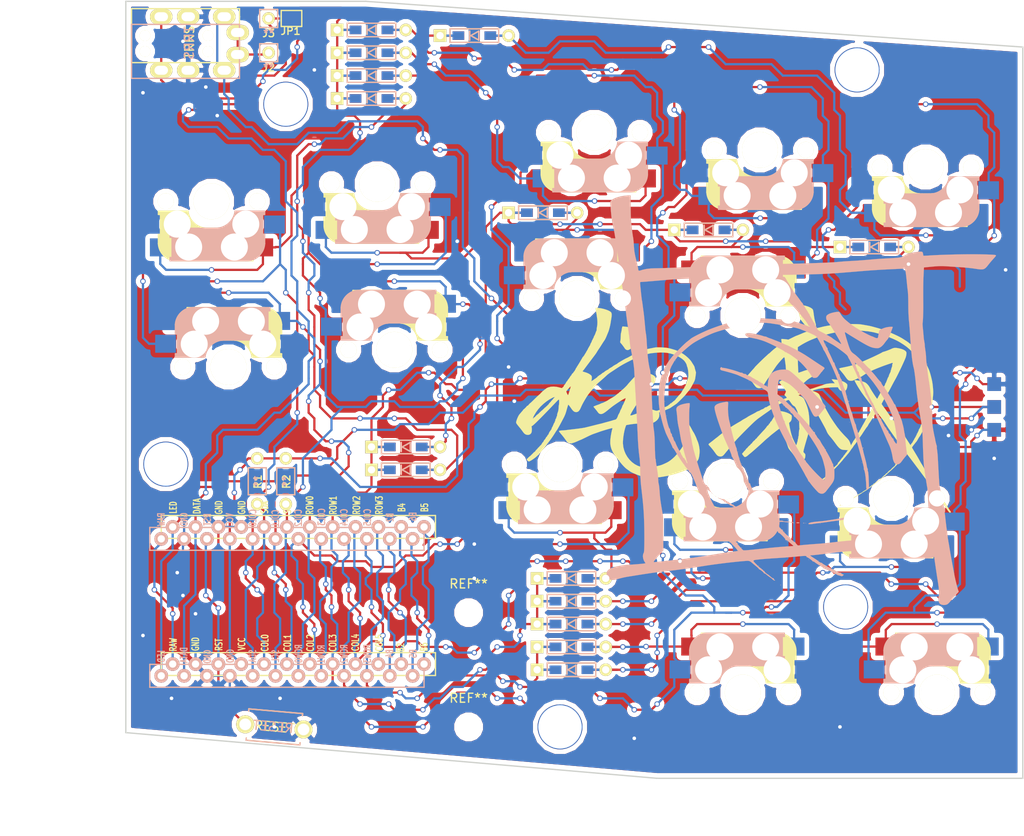
<source format=kicad_pcb>
(kicad_pcb (version 20171130) (host pcbnew 5.0.2+dfsg1-1~bpo9+1)
  (title_block (title "Kotonoha board -WabiSabi-"))
  (layers (0 F.Cu signal) (31 B.Cu signal) (34 B.Paste user) (35 F.Paste user) (36 B.SilkS user) (37 F.SilkS user) (38 B.Mask user) (39 F.Mask user) (44 Edge.Cuts user))
  (net 0 "")
  (net 1 ROW0)
  (net 2 "Net-(D1-Pad2)")
  (net 3 ROW1)
  (net 4 "Net-(D2-Pad2)")
  (net 5 "Net-(D3-Pad2)")
  (net 6 ROW2)
  (net 7 "Net-(D4-Pad2)")
  (net 8 "Net-(D5-Pad2)")
  (net 9 "Net-(D6-Pad2)")
  (net 10 "Net-(D7-Pad2)")
  (net 11 "Net-(D8-Pad2)")
  (net 12 "Net-(D9-Pad2)")
  (net 13 "Net-(D10-Pad2)")
  (net 14 "Net-(D11-Pad2)")
  (net 15 ROW3)
  (net 16 "Net-(D12-Pad2)")
  (net 17 "Net-(D13-Pad2)")
  (net 18 "Net-(D14-Pad2)")
  (net 19 "Net-(D15-Pad2)")
  (net 20 VCC)
  (net 21 "Net-(J1-PadA)")
  (net 22 "Net-(J1-PadB)")
  (net 23 GND)
  (net 24 LED)
  (net 25 DATA)
  (net 26 SDA)
  (net 27 SCL)
  (net 28 "Net-(SW1-Pad1)")
  (net 29 COL0)
  (net 30 COL1)
  (net 31 COL2)
  (net 32 COL3)
  (net 33 COL4)
  (net 34 "Net-(U1-Pad24)")
  (net 35 "Net-(U1-Pad15)")
  (net 36 "Net-(U1-Pad14)")
  (net 37 "Net-(U1-Pad13)")
  (net 38 "Net-(U1-Pad12)")
  (net 39 "Net-(U1-Pad11)")
  (module kbd:ProMicro_v2 (layer B.Cu) (at 105.41 116.84 270)
    (fp_text reference U1 hide)
    (fp_text value ProMicro hide)
    (fp_text user RAW (at 4.191 13.1445 270) (layer F.SilkS) (effects (font (size 0.75 0.5) (thickness 0.125))))
    (fp_text user LED (at -11.049 13.1445 270) (layer F.SilkS) (effects (font (size 0.75 0.5) (thickness 0.125))))
    (fp_text user GND (at 4.1275 10.668 270) (layer F.SilkS) (effects (font (size 0.75 0.5) (thickness 0.125))))
    (fp_text user DATA (at -11.2 10.5 270) (layer F.SilkS) (effects (font (size 0.75 0.5) (thickness 0.125))))
    (fp_text user RST (at 4.191 8.0645 270) (layer F.SilkS) (effects (font (size 0.75 0.5) (thickness 0.125))))
    (fp_text user GND (at -11.049 8.0645 270) (layer F.SilkS) (effects (font (size 0.75 0.5) (thickness 0.125))))
    (fp_text user VCC (at 4.1275 5.5245 270) (layer F.SilkS) (effects (font (size 0.75 0.5) (thickness 0.125))))
    (fp_text user GND (at -11.049 5.5245 270) (layer F.SilkS) (effects (font (size 0.75 0.5) (thickness 0.125))))
    (fp_text user COL3 (at 4 -4.6 270) (layer F.SilkS) (effects (font (size 0.75 0.5) (thickness 0.125))))
    (fp_text user ROW0 (at -11.3 -2.032 270) (layer F.SilkS) (effects (font (size 0.75 0.5) (thickness 0.125))))
    (fp_text user COL2 (at 4 -2.1 270) (layer F.SilkS) (effects (font (size 0.75 0.5) (thickness 0.125))))
    (fp_text user SCL (at -11.049 0.4445 270) (layer F.SilkS) (effects (font (size 0.75 0.5) (thickness 0.125))))
    (fp_text user COL1 (at 4 0.4445 270) (layer F.SilkS) (effects (font (size 0.75 0.5) (thickness 0.125))))
    (fp_text user SDA (at -11.049 2.9845 270) (layer F.SilkS) (effects (font (size 0.75 0.5) (thickness 0.125))))
    (fp_text user COL0 (at 4 2.95 270) (layer F.SilkS) (effects (font (size 0.75 0.5) (thickness 0.125))))
    (fp_text user B6 (at 4.445 -14.732 270) (layer F.SilkS) (effects (font (size 0.75 0.5) (thickness 0.125))))
    (fp_text user B5 (at -11.049 -14.7955 270) (layer F.SilkS) (effects (font (size 0.75 0.5) (thickness 0.125))))
    (fp_text user B4 (at -11.049 -12.2555 270) (layer F.SilkS) (effects (font (size 0.75 0.5) (thickness 0.125))))
    (fp_text user B2 (at 4.5085 -12.1285 270) (layer F.SilkS) (effects (font (size 0.75 0.5) (thickness 0.125))))
    (fp_text user ROW3 (at -11.3 -9.75 270) (layer F.SilkS) (effects (font (size 0.75 0.5) (thickness 0.125))))
    (fp_text user COL5 (at 4 -9.75 270) (layer F.SilkS) (effects (font (size 0.75 0.5) (thickness 0.125))))
    (fp_text user ROW2 (at -11.3 -7.239 270) (layer F.SilkS) (effects (font (size 0.75 0.5) (thickness 0.125))))
    (fp_text user COL4 (at 3.95 -7.112 270) (layer F.SilkS) (effects (font (size 0.75 0.5) (thickness 0.125))))
    (fp_text user ROW1 (at -11.3 -4.6355 270) (layer F.SilkS) (effects (font (size 0.75 0.5) (thickness 0.125))))
    (fp_text user ROW1 (at 5.25 -3.302 270) (layer B.SilkS) (effects (font (size 0.75 0.5) (thickness 0.125)) (justify mirror)))
    (fp_text user COL4 (at -9.95 -5.85 270) (layer B.SilkS) (effects (font (size 0.75 0.5) (thickness 0.125)) (justify mirror)))
    (fp_text user ROW2 (at 5.2 -5.85 270) (layer B.SilkS) (effects (font (size 0.75 0.5) (thickness 0.125)) (justify mirror)))
    (fp_text user COL5 (at -9.95 -8.4455 270) (layer B.SilkS) (effects (font (size 0.75 0.5) (thickness 0.125)) (justify mirror)))
    (fp_text user ROW3 (at 5.2 -8.4455 270) (layer B.SilkS) (effects (font (size 0.75 0.5) (thickness 0.125)) (justify mirror)))
    (fp_text user B2 (at -9.95 -10.95 270) (layer B.SilkS) (effects (font (size 0.75 0.5) (thickness 0.125)) (justify mirror)))
    (fp_text user B4 (at 5.2 -10.922 270) (layer B.SilkS) (effects (font (size 0.75 0.5) (thickness 0.125)) (justify mirror)))
    (fp_text user B5 (at 5.2 -13.5255 270) (layer B.SilkS) (effects (font (size 0.75 0.5) (thickness 0.125)) (justify mirror)))
    (fp_text user B6 (at -10.05 -13.5 270) (layer B.SilkS) (effects (font (size 0.75 0.5) (thickness 0.125)) (justify mirror)))
    (fp_text user COL0 (at -9.9 4.3 270) (layer B.SilkS) (effects (font (size 0.75 0.5) (thickness 0.125)) (justify mirror)))
    (fp_text user SDA (at 5.461 4.318 270) (layer B.SilkS) (effects (font (size 0.75 0.5) (thickness 0.125)) (justify mirror)))
    (fp_text user COL1 (at -9.85 1.778 270) (layer B.SilkS) (effects (font (size 0.75 0.5) (thickness 0.125)) (justify mirror)))
    (fp_text user SCL (at 5.461 1.778 270) (layer B.SilkS) (effects (font (size 0.75 0.5) (thickness 0.125)) (justify mirror)))
    (fp_text user COL2 (at -9.9 -0.762 270) (layer B.SilkS) (effects (font (size 0.75 0.5) (thickness 0.125)) (justify mirror)))
    (fp_text user ROW0 (at 5.2 -0.8 270) (layer B.SilkS) (effects (font (size 0.75 0.5) (thickness 0.125)) (justify mirror)))
    (fp_text user COL3 (at -10 -3.35 270) (layer B.SilkS) (effects (font (size 0.75 0.5) (thickness 0.125)) (justify mirror)))
    (fp_text user GND (at 5.461 6.7945 270) (layer B.SilkS) (effects (font (size 0.75 0.5) (thickness 0.125)) (justify mirror)))
    (fp_text user VCC (at -9.7155 6.858 270) (layer B.SilkS) (effects (font (size 0.75 0.5) (thickness 0.125)) (justify mirror)))
    (fp_text user GND (at 5.5245 9.3345 270) (layer B.SilkS) (effects (font (size 0.75 0.5) (thickness 0.125)) (justify mirror)))
    (fp_text user RST (at -9.7155 9.3345 270) (layer B.SilkS) (effects (font (size 0.75 0.5) (thickness 0.125)) (justify mirror)))
    (fp_text user DATA (at 5.35 11.95 270) (layer B.SilkS) (effects (font (size 0.75 0.5) (thickness 0.125)) (justify mirror)))
    (fp_text user GND (at -9.7155 11.938 270) (layer B.SilkS) (effects (font (size 0.75 0.5) (thickness 0.125)) (justify mirror)))
    (fp_text user LED (at 5.5 14.478 270) (layer B.SilkS) (effects (font (size 0.75 0.5) (thickness 0.125)) (justify mirror)))
    (fp_text user RAW (at -9.7155 14.478 270) (layer B.SilkS) (effects (font (size 0.75 0.5) (thickness 0.125)) (justify mirror)))
    (fp_text user "" (at -1.2065 16.256 270) (layer F.SilkS))
    (fp_text user "" (at -0.5 17.25 270) (layer B.SilkS) (effects (justify mirror)))
    (pad 24 thru_hole circle (at -7.5636 14.478 270) (size 1.524 1.524) (drill 0.8128) (layers *.Cu *.Mask B.SilkS) (net 34 "Net-(U1-Pad24)"))
    (pad 23 thru_hole circle (at -7.5636 11.938 270) (size 1.524 1.524) (drill 0.8128) (layers *.Cu *.Mask B.SilkS) (net 23 GND))
    (pad 22 thru_hole circle (at -7.5636 9.398 270) (size 1.524 1.524) (drill 0.8128) (layers *.Cu *.Mask B.SilkS) (net 28 "Net-(SW1-Pad1)"))
    (pad 21 thru_hole circle (at -7.5636 6.858 270) (size 1.524 1.524) (drill 0.8128) (layers *.Cu *.Mask B.SilkS) (net 20 VCC))
    (pad 20 thru_hole circle (at -7.5636 4.318 270) (size 1.524 1.524) (drill 0.8128) (layers *.Cu *.Mask B.SilkS) (net 29 COL0))
    (pad 19 thru_hole circle (at -7.5636 1.778 270) (size 1.524 1.524) (drill 0.8128) (layers *.Cu *.Mask B.SilkS) (net 30 COL1))
    (pad 18 thru_hole circle (at -7.5636 -0.762 270) (size 1.524 1.524) (drill 0.8128) (layers *.Cu *.Mask B.SilkS) (net 31 COL2))
    (pad 17 thru_hole circle (at -7.5636 -3.302 270) (size 1.524 1.524) (drill 0.8128) (layers *.Cu *.Mask B.SilkS) (net 32 COL3))
    (pad 16 thru_hole circle (at -7.5636 -5.842 270) (size 1.524 1.524) (drill 0.8128) (layers *.Cu *.Mask B.SilkS) (net 33 COL4))
    (pad 15 thru_hole circle (at -7.5636 -8.382 270) (size 1.524 1.524) (drill 0.8128) (layers *.Cu *.Mask B.SilkS) (net 35 "Net-(U1-Pad15)"))
    (pad 14 thru_hole circle (at -7.5636 -10.922 270) (size 1.524 1.524) (drill 0.8128) (layers *.Cu *.Mask B.SilkS) (net 36 "Net-(U1-Pad14)"))
    (pad 13 thru_hole circle (at -7.5636 -13.462 270) (size 1.524 1.524) (drill 0.8128) (layers *.Cu *.Mask B.SilkS) (net 37 "Net-(U1-Pad13)"))
    (pad 12 thru_hole circle (at 7.6564 -13.462 270) (size 1.524 1.524) (drill 0.8128) (layers *.Cu *.Mask B.SilkS) (net 38 "Net-(U1-Pad12)"))
    (pad 11 thru_hole circle (at 7.6564 -10.922 270) (size 1.524 1.524) (drill 0.8128) (layers *.Cu *.Mask B.SilkS) (net 39 "Net-(U1-Pad11)"))
    (pad 10 thru_hole circle (at 7.6564 -8.382 270) (size 1.524 1.524) (drill 0.8128) (layers *.Cu *.Mask B.SilkS) (net 15 ROW3))
    (pad 9 thru_hole circle (at 7.6564 -5.842 270) (size 1.524 1.524) (drill 0.8128) (layers *.Cu *.Mask B.SilkS) (net 6 ROW2))
    (pad 8 thru_hole circle (at 7.6564 -3.302 270) (size 1.524 1.524) (drill 0.8128) (layers *.Cu *.Mask B.SilkS) (net 3 ROW1))
    (pad 7 thru_hole circle (at 7.6564 -0.762 270) (size 1.524 1.524) (drill 0.8128) (layers *.Cu *.Mask B.SilkS) (net 1 ROW0))
    (pad 6 thru_hole circle (at 7.6564 1.778 270) (size 1.524 1.524) (drill 0.8128) (layers *.Cu *.Mask B.SilkS) (net 27 SCL))
    (pad 5 thru_hole circle (at 7.6564 4.318 270) (size 1.524 1.524) (drill 0.8128) (layers *.Cu *.Mask B.SilkS) (net 26 SDA))
    (pad 4 thru_hole circle (at 7.6564 6.858 270) (size 1.524 1.524) (drill 0.8128) (layers *.Cu *.Mask B.SilkS) (net 23 GND))
    (pad 3 thru_hole circle (at 7.6564 9.398 270) (size 1.524 1.524) (drill 0.8128) (layers *.Cu *.Mask B.SilkS) (net 23 GND))
    (pad 2 thru_hole circle (at 7.6564 11.938 270) (size 1.524 1.524) (drill 0.8128) (layers *.Cu *.Mask B.SilkS) (net 25 DATA))
    (pad 1 thru_hole circle (at 7.6564 14.478 270) (size 1.524 1.524) (drill 0.8128) (layers *.Cu *.Mask B.SilkS) (net 24 LED))
    (pad 1 thru_hole circle (at -8.89 13.208 270) (size 1.524 1.524) (drill 0.8128) (layers *.Cu *.Mask B.SilkS) (net 24 LED))
    (pad 2 thru_hole circle (at -8.89 10.668 270) (size 1.524 1.524) (drill 0.8128) (layers *.Cu *.Mask B.SilkS) (net 25 DATA))
    (pad 3 thru_hole circle (at -8.89 8.128 270) (size 1.524 1.524) (drill 0.8128) (layers *.Cu *.Mask B.SilkS) (net 23 GND))
    (pad 4 thru_hole circle (at -8.89 5.588 270) (size 1.524 1.524) (drill 0.8128) (layers *.Cu *.Mask B.SilkS) (net 23 GND))
    (pad 5 thru_hole circle (at -8.89 3.048 270) (size 1.524 1.524) (drill 0.8128) (layers *.Cu *.Mask B.SilkS) (net 26 SDA))
    (pad 6 thru_hole circle (at -8.89 0.508 270) (size 1.524 1.524) (drill 0.8128) (layers *.Cu *.Mask B.SilkS) (net 27 SCL))
    (pad 7 thru_hole circle (at -8.89 -2.032 270) (size 1.524 1.524) (drill 0.8128) (layers *.Cu *.Mask B.SilkS) (net 1 ROW0))
    (pad 8 thru_hole circle (at -8.89 -4.572 270) (size 1.524 1.524) (drill 0.8128) (layers *.Cu *.Mask B.SilkS) (net 3 ROW1))
    (pad 9 thru_hole circle (at -8.89 -7.112 270) (size 1.524 1.524) (drill 0.8128) (layers *.Cu *.Mask B.SilkS) (net 6 ROW2))
    (pad 10 thru_hole circle (at -8.89 -9.652 270) (size 1.524 1.524) (drill 0.8128) (layers *.Cu *.Mask B.SilkS) (net 15 ROW3))
    (pad 11 thru_hole circle (at -8.89 -12.192 270) (size 1.524 1.524) (drill 0.8128) (layers *.Cu *.Mask B.SilkS) (net 39 "Net-(U1-Pad11)"))
    (pad 12 thru_hole circle (at -8.89 -14.732 270) (size 1.524 1.524) (drill 0.8128) (layers *.Cu *.Mask B.SilkS) (net 38 "Net-(U1-Pad12)"))
    (pad 13 thru_hole circle (at 6.35 -14.732 270) (size 1.524 1.524) (drill 0.8128) (layers *.Cu *.Mask B.SilkS) (net 37 "Net-(U1-Pad13)"))
    (pad 14 thru_hole circle (at 6.35 -12.192 270) (size 1.524 1.524) (drill 0.8128) (layers *.Cu *.Mask B.SilkS) (net 36 "Net-(U1-Pad14)"))
    (pad 15 thru_hole circle (at 6.35 -9.652 270) (size 1.524 1.524) (drill 0.8128) (layers *.Cu *.Mask B.SilkS) (net 35 "Net-(U1-Pad15)"))
    (pad 16 thru_hole circle (at 6.35 -7.112 270) (size 1.524 1.524) (drill 0.8128) (layers *.Cu *.Mask B.SilkS) (net 33 COL4))
    (pad 17 thru_hole circle (at 6.35 -4.572 270) (size 1.524 1.524) (drill 0.8128) (layers *.Cu *.Mask B.SilkS) (net 32 COL3))
    (pad 18 thru_hole circle (at 6.35 -2.032 270) (size 1.524 1.524) (drill 0.8128) (layers *.Cu *.Mask B.SilkS) (net 31 COL2))
    (pad 19 thru_hole circle (at 6.35 0.508 270) (size 1.524 1.524) (drill 0.8128) (layers *.Cu *.Mask B.SilkS) (net 30 COL1))
    (pad 20 thru_hole circle (at 6.35 3.048 270) (size 1.524 1.524) (drill 0.8128) (layers *.Cu *.Mask B.SilkS) (net 29 COL0))
    (pad 21 thru_hole circle (at 6.35 5.588 270) (size 1.524 1.524) (drill 0.8128) (layers *.Cu *.Mask B.SilkS) (net 20 VCC))
    (pad 22 thru_hole circle (at 6.35 8.128 270) (size 1.524 1.524) (drill 0.8128) (layers *.Cu *.Mask B.SilkS) (net 28 "Net-(SW1-Pad1)"))
    (pad 23 thru_hole circle (at 6.35 10.668 270) (size 1.524 1.524) (drill 0.8128) (layers *.Cu *.Mask B.SilkS) (net 23 GND))
    (pad 24 thru_hole circle (at 6.35 13.208 270) (size 1.524 1.524) (drill 0.8128) (layers *.Cu *.Mask B.SilkS) (net 34 "Net-(U1-Pad24)"))
  )
  (module kbd:D3_TH_SMD (layer F.Cu) (at 114.3 60.325)
    (fp_text reference D1 hide)
    (fp_text value D hide)
    (pad 1 smd rect (at -1.775 0) (size 1.3 0.95) (layers F.Cu F.Paste F.Mask) (net 1 ROW0))
    (pad 2 smd rect (at 1.775 0) (size 1.3 0.95) (layers B.Cu B.Paste B.Mask) (net 2 "Net-(D1-Pad2)"))
    (pad 1 smd rect (at -1.775 0) (size 1.3 0.95) (layers B.Cu B.Paste B.Mask) (net 1 ROW0))
    (pad 1 thru_hole rect (at -3.81 0) (size 1.397 1.397) (drill 0.8128) (layers *.Cu *.Mask F.SilkS) (net 1 ROW0))
    (pad 2 thru_hole circle (at 3.81 0) (size 1.397 1.397) (drill 0.8128) (layers *.Cu *.Mask F.SilkS) (net 2 "Net-(D1-Pad2)"))
    (pad 2 smd rect (at 1.775 0) (size 1.3 0.95) (layers F.Cu F.Paste F.Mask) (net 2 "Net-(D1-Pad2)"))
  )
  (module kbd:D3_TH_SMD (layer F.Cu) (at 118.11 101.6)
    (fp_text reference D2 hide)
    (fp_text value D hide)
    (pad 1 smd rect (at -1.775 0) (size 1.3 0.95) (layers F.Cu F.Paste F.Mask) (net 3 ROW1))
    (pad 2 smd rect (at 1.775 0) (size 1.3 0.95) (layers B.Cu B.Paste B.Mask) (net 4 "Net-(D2-Pad2)"))
    (pad 1 smd rect (at -1.775 0) (size 1.3 0.95) (layers B.Cu B.Paste B.Mask) (net 3 ROW1))
    (pad 1 thru_hole rect (at -3.81 0) (size 1.397 1.397) (drill 0.8128) (layers *.Cu *.Mask F.SilkS) (net 3 ROW1))
    (pad 2 thru_hole circle (at 3.81 0) (size 1.397 1.397) (drill 0.8128) (layers *.Cu *.Mask F.SilkS) (net 4 "Net-(D2-Pad2)"))
    (pad 2 smd rect (at 1.775 0) (size 1.3 0.95) (layers F.Cu F.Paste F.Mask) (net 4 "Net-(D2-Pad2)"))
  )
  (module kbd:D3_TH_SMD (layer F.Cu) (at 114.3 57.785)
    (fp_text reference D3 hide)
    (fp_text value D hide)
    (pad 2 smd rect (at 1.775 0) (size 1.3 0.95) (layers F.Cu F.Paste F.Mask) (net 5 "Net-(D3-Pad2)"))
    (pad 2 thru_hole circle (at 3.81 0) (size 1.397 1.397) (drill 0.8128) (layers *.Cu *.Mask F.SilkS) (net 5 "Net-(D3-Pad2)"))
    (pad 1 thru_hole rect (at -3.81 0) (size 1.397 1.397) (drill 0.8128) (layers *.Cu *.Mask F.SilkS) (net 1 ROW0))
    (pad 1 smd rect (at -1.775 0) (size 1.3 0.95) (layers B.Cu B.Paste B.Mask) (net 1 ROW0))
    (pad 2 smd rect (at 1.775 0) (size 1.3 0.95) (layers B.Cu B.Paste B.Mask) (net 5 "Net-(D3-Pad2)"))
    (pad 1 smd rect (at -1.775 0) (size 1.3 0.95) (layers F.Cu F.Paste F.Mask) (net 1 ROW0))
  )
  (module kbd:D3_TH_SMD (layer F.Cu) (at 118.11 99.06)
    (fp_text reference D4 hide)
    (fp_text value D hide)
    (pad 2 smd rect (at 1.775 0) (size 1.3 0.95) (layers F.Cu F.Paste F.Mask) (net 7 "Net-(D4-Pad2)"))
    (pad 2 thru_hole circle (at 3.81 0) (size 1.397 1.397) (drill 0.8128) (layers *.Cu *.Mask F.SilkS) (net 7 "Net-(D4-Pad2)"))
    (pad 1 thru_hole rect (at -3.81 0) (size 1.397 1.397) (drill 0.8128) (layers *.Cu *.Mask F.SilkS) (net 3 ROW1))
    (pad 1 smd rect (at -1.775 0) (size 1.3 0.95) (layers B.Cu B.Paste B.Mask) (net 3 ROW1))
    (pad 2 smd rect (at 1.775 0) (size 1.3 0.95) (layers B.Cu B.Paste B.Mask) (net 7 "Net-(D4-Pad2)"))
    (pad 1 smd rect (at -1.775 0) (size 1.3 0.95) (layers F.Cu F.Paste F.Mask) (net 3 ROW1))
  )
  (module kbd:D3_TH_SMD (layer F.Cu) (at 114.3 55.245)
    (fp_text reference D5 hide)
    (fp_text value D hide)
    (pad 1 smd rect (at -1.775 0) (size 1.3 0.95) (layers F.Cu F.Paste F.Mask) (net 1 ROW0))
    (pad 2 smd rect (at 1.775 0) (size 1.3 0.95) (layers B.Cu B.Paste B.Mask) (net 8 "Net-(D5-Pad2)"))
    (pad 1 smd rect (at -1.775 0) (size 1.3 0.95) (layers B.Cu B.Paste B.Mask) (net 1 ROW0))
    (pad 1 thru_hole rect (at -3.81 0) (size 1.397 1.397) (drill 0.8128) (layers *.Cu *.Mask F.SilkS) (net 1 ROW0))
    (pad 2 thru_hole circle (at 3.81 0) (size 1.397 1.397) (drill 0.8128) (layers *.Cu *.Mask F.SilkS) (net 8 "Net-(D5-Pad2)"))
    (pad 2 smd rect (at 1.775 0) (size 1.3 0.95) (layers F.Cu F.Paste F.Mask) (net 8 "Net-(D5-Pad2)"))
  )
  (module kbd:D3_TH_SMD (layer F.Cu) (at 133.35 73.025)
    (fp_text reference D6 hide)
    (fp_text value D hide)
    (pad 2 smd rect (at 1.775 0) (size 1.3 0.95) (layers F.Cu F.Paste F.Mask) (net 9 "Net-(D6-Pad2)"))
    (pad 2 thru_hole circle (at 3.81 0) (size 1.397 1.397) (drill 0.8128) (layers *.Cu *.Mask F.SilkS) (net 9 "Net-(D6-Pad2)"))
    (pad 1 thru_hole rect (at -3.81 0) (size 1.397 1.397) (drill 0.8128) (layers *.Cu *.Mask F.SilkS) (net 3 ROW1))
    (pad 1 smd rect (at -1.775 0) (size 1.3 0.95) (layers B.Cu B.Paste B.Mask) (net 3 ROW1))
    (pad 2 smd rect (at 1.775 0) (size 1.3 0.95) (layers B.Cu B.Paste B.Mask) (net 9 "Net-(D6-Pad2)"))
    (pad 1 smd rect (at -1.775 0) (size 1.3 0.95) (layers F.Cu F.Paste F.Mask) (net 3 ROW1))
  )
  (module kbd:D3_TH_SMD (layer F.Cu) (at 136.525 113.665)
    (fp_text reference D7 hide)
    (fp_text value D hide)
    (pad 1 smd rect (at -1.775 0) (size 1.3 0.95) (layers F.Cu F.Paste F.Mask) (net 6 ROW2))
    (pad 2 smd rect (at 1.775 0) (size 1.3 0.95) (layers B.Cu B.Paste B.Mask) (net 10 "Net-(D7-Pad2)"))
    (pad 1 smd rect (at -1.775 0) (size 1.3 0.95) (layers B.Cu B.Paste B.Mask) (net 6 ROW2))
    (pad 1 thru_hole rect (at -3.81 0) (size 1.397 1.397) (drill 0.8128) (layers *.Cu *.Mask F.SilkS) (net 6 ROW2))
    (pad 2 thru_hole circle (at 3.81 0) (size 1.397 1.397) (drill 0.8128) (layers *.Cu *.Mask F.SilkS) (net 10 "Net-(D7-Pad2)"))
    (pad 2 smd rect (at 1.775 0) (size 1.3 0.95) (layers F.Cu F.Paste F.Mask) (net 10 "Net-(D7-Pad2)"))
  )
  (module kbd:D3_TH_SMD (layer F.Cu) (at 114.3 52.705)
    (fp_text reference D8 hide)
    (fp_text value D hide)
    (pad 1 smd rect (at -1.775 0) (size 1.3 0.95) (layers F.Cu F.Paste F.Mask) (net 1 ROW0))
    (pad 2 smd rect (at 1.775 0) (size 1.3 0.95) (layers B.Cu B.Paste B.Mask) (net 11 "Net-(D8-Pad2)"))
    (pad 1 smd rect (at -1.775 0) (size 1.3 0.95) (layers B.Cu B.Paste B.Mask) (net 1 ROW0))
    (pad 1 thru_hole rect (at -3.81 0) (size 1.397 1.397) (drill 0.8128) (layers *.Cu *.Mask F.SilkS) (net 1 ROW0))
    (pad 2 thru_hole circle (at 3.81 0) (size 1.397 1.397) (drill 0.8128) (layers *.Cu *.Mask F.SilkS) (net 11 "Net-(D8-Pad2)"))
    (pad 2 smd rect (at 1.775 0) (size 1.3 0.95) (layers F.Cu F.Paste F.Mask) (net 11 "Net-(D8-Pad2)"))
  )
  (module kbd:D3_TH_SMD (layer F.Cu) (at 151.765 74.93)
    (fp_text reference D9 hide)
    (fp_text value D hide)
    (pad 1 smd rect (at -1.775 0) (size 1.3 0.95) (layers F.Cu F.Paste F.Mask) (net 3 ROW1))
    (pad 2 smd rect (at 1.775 0) (size 1.3 0.95) (layers B.Cu B.Paste B.Mask) (net 12 "Net-(D9-Pad2)"))
    (pad 1 smd rect (at -1.775 0) (size 1.3 0.95) (layers B.Cu B.Paste B.Mask) (net 3 ROW1))
    (pad 1 thru_hole rect (at -3.81 0) (size 1.397 1.397) (drill 0.8128) (layers *.Cu *.Mask F.SilkS) (net 3 ROW1))
    (pad 2 thru_hole circle (at 3.81 0) (size 1.397 1.397) (drill 0.8128) (layers *.Cu *.Mask F.SilkS) (net 12 "Net-(D9-Pad2)"))
    (pad 2 smd rect (at 1.775 0) (size 1.3 0.95) (layers F.Cu F.Paste F.Mask) (net 12 "Net-(D9-Pad2)"))
  )
  (module kbd:D3_TH_SMD (layer F.Cu) (at 136.525 116.205)
    (fp_text reference D10 hide)
    (fp_text value D hide)
    (pad 1 smd rect (at -1.775 0) (size 1.3 0.95) (layers F.Cu F.Paste F.Mask) (net 6 ROW2))
    (pad 2 smd rect (at 1.775 0) (size 1.3 0.95) (layers B.Cu B.Paste B.Mask) (net 13 "Net-(D10-Pad2)"))
    (pad 1 smd rect (at -1.775 0) (size 1.3 0.95) (layers B.Cu B.Paste B.Mask) (net 6 ROW2))
    (pad 1 thru_hole rect (at -3.81 0) (size 1.397 1.397) (drill 0.8128) (layers *.Cu *.Mask F.SilkS) (net 6 ROW2))
    (pad 2 thru_hole circle (at 3.81 0) (size 1.397 1.397) (drill 0.8128) (layers *.Cu *.Mask F.SilkS) (net 13 "Net-(D10-Pad2)"))
    (pad 2 smd rect (at 1.775 0) (size 1.3 0.95) (layers F.Cu F.Paste F.Mask) (net 13 "Net-(D10-Pad2)"))
  )
  (module kbd:D3_TH_SMD (layer F.Cu) (at 136.525 121.285)
    (fp_text reference D11 hide)
    (fp_text value D hide)
    (pad 1 smd rect (at -1.775 0) (size 1.3 0.95) (layers F.Cu F.Paste F.Mask) (net 15 ROW3))
    (pad 2 smd rect (at 1.775 0) (size 1.3 0.95) (layers B.Cu B.Paste B.Mask) (net 14 "Net-(D11-Pad2)"))
    (pad 1 smd rect (at -1.775 0) (size 1.3 0.95) (layers B.Cu B.Paste B.Mask) (net 15 ROW3))
    (pad 1 thru_hole rect (at -3.81 0) (size 1.397 1.397) (drill 0.8128) (layers *.Cu *.Mask F.SilkS) (net 15 ROW3))
    (pad 2 thru_hole circle (at 3.81 0) (size 1.397 1.397) (drill 0.8128) (layers *.Cu *.Mask F.SilkS) (net 14 "Net-(D11-Pad2)"))
    (pad 2 smd rect (at 1.775 0) (size 1.3 0.95) (layers F.Cu F.Paste F.Mask) (net 14 "Net-(D11-Pad2)"))
  )
  (module kbd:D3_TH_SMD (layer F.Cu) (at 125.73 53.34)
    (fp_text reference D12 hide)
    (fp_text value D hide)
    (pad 1 smd rect (at -1.775 0) (size 1.3 0.95) (layers F.Cu F.Paste F.Mask) (net 1 ROW0))
    (pad 2 smd rect (at 1.775 0) (size 1.3 0.95) (layers B.Cu B.Paste B.Mask) (net 16 "Net-(D12-Pad2)"))
    (pad 1 smd rect (at -1.775 0) (size 1.3 0.95) (layers B.Cu B.Paste B.Mask) (net 1 ROW0))
    (pad 1 thru_hole rect (at -3.81 0) (size 1.397 1.397) (drill 0.8128) (layers *.Cu *.Mask F.SilkS) (net 1 ROW0))
    (pad 2 thru_hole circle (at 3.81 0) (size 1.397 1.397) (drill 0.8128) (layers *.Cu *.Mask F.SilkS) (net 16 "Net-(D12-Pad2)"))
    (pad 2 smd rect (at 1.775 0) (size 1.3 0.95) (layers F.Cu F.Paste F.Mask) (net 16 "Net-(D12-Pad2)"))
  )
  (module kbd:D3_TH_SMD (layer F.Cu) (at 170.18 76.835)
    (fp_text reference D13 hide)
    (fp_text value D hide)
    (pad 2 smd rect (at 1.775 0) (size 1.3 0.95) (layers F.Cu F.Paste F.Mask) (net 17 "Net-(D13-Pad2)"))
    (pad 2 thru_hole circle (at 3.81 0) (size 1.397 1.397) (drill 0.8128) (layers *.Cu *.Mask F.SilkS) (net 17 "Net-(D13-Pad2)"))
    (pad 1 thru_hole rect (at -3.81 0) (size 1.397 1.397) (drill 0.8128) (layers *.Cu *.Mask F.SilkS) (net 3 ROW1))
    (pad 1 smd rect (at -1.775 0) (size 1.3 0.95) (layers B.Cu B.Paste B.Mask) (net 3 ROW1))
    (pad 2 smd rect (at 1.775 0) (size 1.3 0.95) (layers B.Cu B.Paste B.Mask) (net 17 "Net-(D13-Pad2)"))
    (pad 1 smd rect (at -1.775 0) (size 1.3 0.95) (layers F.Cu F.Paste F.Mask) (net 3 ROW1))
  )
  (module kbd:D3_TH_SMD (layer F.Cu) (at 136.525 118.745)
    (fp_text reference D14 hide)
    (fp_text value D hide)
    (pad 1 smd rect (at -1.775 0) (size 1.3 0.95) (layers F.Cu F.Paste F.Mask) (net 6 ROW2))
    (pad 2 smd rect (at 1.775 0) (size 1.3 0.95) (layers B.Cu B.Paste B.Mask) (net 18 "Net-(D14-Pad2)"))
    (pad 1 smd rect (at -1.775 0) (size 1.3 0.95) (layers B.Cu B.Paste B.Mask) (net 6 ROW2))
    (pad 1 thru_hole rect (at -3.81 0) (size 1.397 1.397) (drill 0.8128) (layers *.Cu *.Mask F.SilkS) (net 6 ROW2))
    (pad 2 thru_hole circle (at 3.81 0) (size 1.397 1.397) (drill 0.8128) (layers *.Cu *.Mask F.SilkS) (net 18 "Net-(D14-Pad2)"))
    (pad 2 smd rect (at 1.775 0) (size 1.3 0.95) (layers F.Cu F.Paste F.Mask) (net 18 "Net-(D14-Pad2)"))
  )
  (module kbd:D3_TH_SMD (layer F.Cu) (at 136.525 123.825)
    (fp_text reference D15 hide)
    (fp_text value D hide)
    (pad 2 smd rect (at 1.775 0) (size 1.3 0.95) (layers F.Cu F.Paste F.Mask) (net 19 "Net-(D15-Pad2)"))
    (pad 2 thru_hole circle (at 3.81 0) (size 1.397 1.397) (drill 0.8128) (layers *.Cu *.Mask F.SilkS) (net 19 "Net-(D15-Pad2)"))
    (pad 1 thru_hole rect (at -3.81 0) (size 1.397 1.397) (drill 0.8128) (layers *.Cu *.Mask F.SilkS) (net 15 ROW3))
    (pad 1 smd rect (at -1.775 0) (size 1.3 0.95) (layers B.Cu B.Paste B.Mask) (net 15 ROW3))
    (pad 2 smd rect (at 1.775 0) (size 1.3 0.95) (layers B.Cu B.Paste B.Mask) (net 19 "Net-(D15-Pad2)"))
    (pad 1 smd rect (at -1.775 0) (size 1.3 0.95) (layers F.Cu F.Paste F.Mask) (net 15 ROW3))
  )
  (module kbd:MJ-4PP-9 (layer F.Cu) (at 87.63 53.34 90)
    (fp_text reference J1)
    (fp_text value MJ-4PP-9 hide)
    (fp_text user TRRS (at -0.8255 6.4135 90) (layer B.SilkS) (effects (justify mirror)))
    (fp_text user TRRS (at -0.75 6.45 90) (layer F.SilkS))
    (pad "" np_thru_hole circle (at -1.75 8.5 90) (size 1.2 1.2) (drill 1.2) (layers *.Cu *.Mask F.SilkS))
    (pad "" np_thru_hole circle (at -1.75 1.5 90) (size 1.2 1.2) (drill 1.2) (layers *.Cu *.Mask F.SilkS))
    (pad D thru_hole oval (at -3.85 10.3 90) (size 1.7 2.5) (drill oval 1 1.5) (layers *.Cu *.Mask F.SilkS) (net 20 VCC) (clearance 0.15))
    (pad A thru_hole oval (at 0.35 11.8 90) (size 1.7 2.5) (drill oval 1 1.5) (layers *.Cu *.Mask F.SilkS) (net 21 "Net-(J1-PadA)") (clearance 0.15))
    (pad B thru_hole oval (at -3.85 3.3 90) (size 1.7 2.5) (drill oval 1 1.5) (layers *.Cu *.Mask F.SilkS) (net 22 "Net-(J1-PadB)"))
    (pad C thru_hole oval (at -3.85 6.3 90) (size 1.7 2.5) (drill oval 1 1.5) (layers *.Cu *.Mask F.SilkS) (net 23 GND))
    (pad "" np_thru_hole circle (at 0 1.5 90) (size 1.2 1.2) (drill 1.2) (layers *.Cu *.Mask F.SilkS))
    (pad "" np_thru_hole circle (at 0 8.5 90) (size 1.2 1.2) (drill 1.2) (layers *.Cu *.Mask F.SilkS))
    (pad B thru_hole oval (at 2.1 3.3 90) (size 1.7 2.5) (drill oval 1 1.5) (layers *.Cu *.Mask F.SilkS) (net 22 "Net-(J1-PadB)"))
    (pad C thru_hole oval (at 2.1 6.3 90) (size 1.7 2.5) (drill oval 1 1.5) (layers *.Cu *.Mask F.SilkS) (net 23 GND))
    (pad D thru_hole oval (at 2.1 10.3 90) (size 1.7 2.5) (drill oval 1 1.5) (layers *.Cu *.Mask F.SilkS) (net 20 VCC) (clearance 0.15))
    (pad A thru_hole oval (at -2.1 11.8 90) (size 1.7 2.5) (drill oval 1 1.5) (layers *.Cu *.Mask F.SilkS) (net 21 "Net-(J1-PadA)") (clearance 0.15))
  )
  (module kbd:1pin_conn (layer F.Cu) (at 102.87 55.245)
    (fp_text reference J2 (at 0 1.651) (layer F.SilkS) (effects (font (size 0.8128 0.8128))))
    (fp_text value i2c_pin hide)
    (fp_text user ** (at 0 1.651) (layer B.SilkS) (effects (font (size 0.8128 0.8128)) (justify mirror)))
    (pad 1 thru_hole circle (at 0 0) (size 1.397 1.397) (drill 0.8128) (layers *.Cu *.Mask F.SilkS) (net 21 "Net-(J1-PadA)"))
  )
  (module kbd:1pin_conn (layer F.Cu) (at 102.87 51.435)
    (fp_text reference J3 (at 0 1.651) (layer F.SilkS) (effects (font (size 0.8128 0.8128))))
    (fp_text value i2c_pin hide)
    (fp_text user ** (at 0 1.651) (layer B.SilkS) (effects (font (size 0.8128 0.8128)) (justify mirror)))
    (pad 1 thru_hole circle (at 0 0) (size 1.397 1.397) (drill 0.8128) (layers *.Cu *.Mask F.SilkS) (net 22 "Net-(J1-PadB)"))
  )
  (module kbd:StripLED_rev (layer F.Cu) (at 183.515 97.155 180)
    (fp_text reference J4 hide)
    (fp_text value LED hide)
    (pad 3 smd rect (at 0 5.08 180) (size 1.524 1.524) (layers F.Cu F.Paste F.Mask) (net 20 VCC))
    (pad 2 smd rect (at 0 2.54 180) (size 1.524 1.524) (layers F.Cu F.Paste F.Mask) (net 24 LED))
    (pad 1 smd rect (at 0 0 180) (size 1.524 1.524) (layers F.Cu F.Paste F.Mask) (net 23 GND))
    (pad 1 smd rect (at 0 5.08 180) (size 1.524 1.524) (layers B.Cu B.Paste B.Mask) (net 23 GND))
    (pad 2 smd rect (at 0 2.54 180) (size 1.524 1.524) (layers B.Cu B.Paste B.Mask) (net 24 LED))
    (pad 3 smd rect (at 0 0 180) (size 1.524 1.524) (layers B.Cu B.Paste B.Mask) (net 20 VCC))
  )
  (module kbd:JP (layer F.Cu) (at 105.41 51.435 180)
    (fp_text reference JP1 (at 0.1 -1.4 180) (layer F.SilkS) (effects (font (size 0.8128 0.8128) (thickness 0.1524))))
    (fp_text value Jumper hide)
    (pad 1 smd rect (at -0.50038 0 180) (size 0.635 1.143) (layers F.Cu F.Paste F.Mask) (net 25 DATA) (clearance 0.1905))
    (pad 2 smd rect (at 0.50038 0 180) (size 0.635 1.143) (layers F.Cu F.Paste F.Mask) (net 22 "Net-(J1-PadB)") (clearance 0.1905))
    (pad "" smd rect (at 0 0 270) (size 0.381 0.381) (layers F.Cu F.Paste F.Mask) (clearance 0.00254))
  )
  (module kbd:R (layer F.Cu) (at 101.6 102.87 270)
    (fp_text reference R1 (at 0.05 -0.08 270) (layer F.SilkS) (effects (font (size 0.8128 0.8128))))
    (fp_text value R hide)
    (fp_text user ** (at 0 -0.0635 270) (layer B.SilkS) (effects (font (size 0.8128 0.8128)) (justify mirror)))
    (pad 1 thru_hole circle (at -2.54 0 270) (size 1.397 1.397) (drill 0.8128) (layers *.Cu *.Mask F.SilkS) (net 20 VCC))
    (pad 2 thru_hole circle (at 2.54 0 270) (size 1.397 1.397) (drill 0.8128) (layers *.Cu *.Mask F.SilkS) (net 26 SDA))
  )
  (module kbd:R (layer F.Cu) (at 104.775 102.87 270)
    (fp_text reference R2 (at 0.05 -0.08 270) (layer F.SilkS) (effects (font (size 0.8128 0.8128))))
    (fp_text value R hide)
    (fp_text user ** (at 0 -0.0635 270) (layer B.SilkS) (effects (font (size 0.8128 0.8128)) (justify mirror)))
    (pad 2 thru_hole circle (at 2.54 0 270) (size 1.397 1.397) (drill 0.8128) (layers *.Cu *.Mask F.SilkS) (net 27 SCL))
    (pad 1 thru_hole circle (at -2.54 0 270) (size 1.397 1.397) (drill 0.8128) (layers *.Cu *.Mask F.SilkS) (net 20 VCC))
  )
  (module kbd:ResetSW (layer F.Cu) (at 103.505 130.175 175)
    (fp_text reference SW1 hide)
    (fp_text value RESET_SW)
    (fp_text user RESET (at 0 0 175) (layer F.SilkS))
    (fp_text user RESET (at 0.127 0 175) (layer B.SilkS) (effects (justify mirror)))
    (pad 2 thru_hole circle (at -3.25 0 175) (size 2 2) (drill 1.3) (layers *.Cu *.Mask F.SilkS) (net 23 GND))
    (pad 1 thru_hole circle (at 3.25 0 175) (size 2 2) (drill 1.3) (layers *.Cu *.Mask F.SilkS) (net 28 "Net-(SW1-Pad1)"))
  )
  (module kbd:CherryMX_Hotswap (layer F.Cu) (at 96.52 71.755 180)
    (fp_text reference SW2 hide)
    (fp_text value SW_PUSH hide)
    (pad 2 smd rect (at 5.7 -5.12) (size 2.3 2) (layers B.Cu B.Paste B.Mask) (net 2 "Net-(D1-Pad2)"))
    (pad "" np_thru_hole circle (at -5.08 0 180) (size 1.8 1.8) (drill 1.8) (layers *.Cu *.Mask F.SilkS))
    (pad "" np_thru_hole circle (at 5.08 0 180) (size 1.8 1.8) (drill 1.8) (layers *.Cu *.Mask F.SilkS))
    (pad "" np_thru_hole circle (at 0 0 270) (size 4 4) (drill 4) (layers *.Cu *.Mask F.SilkS))
    (pad "" np_thru_hole circle (at 2.54 -5.08) (size 3 3) (drill 3) (layers *.Cu *.Mask))
    (pad "" np_thru_hole circle (at 3.81 -2.540001) (size 3 3) (drill 3) (layers *.Cu *.Mask))
    (pad "" np_thru_hole circle (at -2.54 -5.08) (size 3 3) (drill 3) (layers *.Cu *.Mask))
    (pad "" np_thru_hole circle (at -3.81 -2.54) (size 3 3) (drill 3) (layers *.Cu *.Mask))
    (pad 2 smd rect (at -5.7 -5.12) (size 2.3 2) (layers F.Cu F.Paste F.Mask) (net 2 "Net-(D1-Pad2)"))
    (pad 1 smd rect (at 7 -2.58) (size 2.3 2) (layers F.Cu F.Paste F.Mask) (net 29 COL0))
    (pad 1 smd rect (at -7 -2.58) (size 2.3 2) (layers B.Cu B.Paste B.Mask) (net 29 COL0))
  )
  (module kbd:CherryMX_Hotswap (layer F.Cu) (at 98.4075 90.17)
    (fp_text reference SW3 hide)
    (fp_text value SW_PUSH hide)
    (pad 1 smd rect (at -7 -2.58 180) (size 2.3 2) (layers B.Cu B.Paste B.Mask) (net 29 COL0))
    (pad 1 smd rect (at 7 -2.58 180) (size 2.3 2) (layers F.Cu F.Paste F.Mask) (net 29 COL0))
    (pad 2 smd rect (at -5.7 -5.12 180) (size 2.3 2) (layers F.Cu F.Paste F.Mask) (net 4 "Net-(D2-Pad2)"))
    (pad "" np_thru_hole circle (at -3.81 -2.54 180) (size 3 3) (drill 3) (layers *.Cu *.Mask))
    (pad "" np_thru_hole circle (at -2.54 -5.08 180) (size 3 3) (drill 3) (layers *.Cu *.Mask))
    (pad "" np_thru_hole circle (at 3.81 -2.540001 180) (size 3 3) (drill 3) (layers *.Cu *.Mask))
    (pad "" np_thru_hole circle (at 2.54 -5.08 180) (size 3 3) (drill 3) (layers *.Cu *.Mask))
    (pad "" np_thru_hole circle (at 0 0 90) (size 4 4) (drill 4) (layers *.Cu *.Mask F.SilkS))
    (pad "" np_thru_hole circle (at 5.08 0) (size 1.8 1.8) (drill 1.8) (layers *.Cu *.Mask F.SilkS))
    (pad "" np_thru_hole circle (at -5.08 0) (size 1.8 1.8) (drill 1.8) (layers *.Cu *.Mask F.SilkS))
    (pad 2 smd rect (at 5.7 -5.12 180) (size 2.3 2) (layers B.Cu B.Paste B.Mask) (net 4 "Net-(D2-Pad2)"))
  )
  (module kbd:CherryMX_Hotswap (layer F.Cu) (at 114.935 69.81 180)
    (fp_text reference SW4 hide)
    (fp_text value SW_PUSH hide)
    (pad 1 smd rect (at -7 -2.58) (size 2.3 2) (layers B.Cu B.Paste B.Mask) (net 30 COL1))
    (pad 1 smd rect (at 7 -2.58) (size 2.3 2) (layers F.Cu F.Paste F.Mask) (net 30 COL1))
    (pad 2 smd rect (at -5.7 -5.12) (size 2.3 2) (layers F.Cu F.Paste F.Mask) (net 5 "Net-(D3-Pad2)"))
    (pad "" np_thru_hole circle (at -3.81 -2.54) (size 3 3) (drill 3) (layers *.Cu *.Mask))
    (pad "" np_thru_hole circle (at -2.54 -5.08) (size 3 3) (drill 3) (layers *.Cu *.Mask))
    (pad "" np_thru_hole circle (at 3.81 -2.540001) (size 3 3) (drill 3) (layers *.Cu *.Mask))
    (pad "" np_thru_hole circle (at 2.54 -5.08) (size 3 3) (drill 3) (layers *.Cu *.Mask))
    (pad "" np_thru_hole circle (at 0 0 270) (size 4 4) (drill 4) (layers *.Cu *.Mask F.SilkS))
    (pad "" np_thru_hole circle (at 5.08 0 180) (size 1.8 1.8) (drill 1.8) (layers *.Cu *.Mask F.SilkS))
    (pad "" np_thru_hole circle (at -5.08 0 180) (size 1.8 1.8) (drill 1.8) (layers *.Cu *.Mask F.SilkS))
    (pad 2 smd rect (at 5.7 -5.12) (size 2.3 2) (layers B.Cu B.Paste B.Mask) (net 5 "Net-(D3-Pad2)"))
  )
  (module kbd:CherryMX_Hotswap (layer F.Cu) (at 116.84 88.265)
    (fp_text reference SW5 hide)
    (fp_text value SW_PUSH hide)
    (pad 2 smd rect (at 5.7 -5.12 180) (size 2.3 2) (layers B.Cu B.Paste B.Mask) (net 7 "Net-(D4-Pad2)"))
    (pad "" np_thru_hole circle (at -5.08 0) (size 1.8 1.8) (drill 1.8) (layers *.Cu *.Mask F.SilkS))
    (pad "" np_thru_hole circle (at 5.08 0) (size 1.8 1.8) (drill 1.8) (layers *.Cu *.Mask F.SilkS))
    (pad "" np_thru_hole circle (at 0 0 90) (size 4 4) (drill 4) (layers *.Cu *.Mask F.SilkS))
    (pad "" np_thru_hole circle (at 2.54 -5.08 180) (size 3 3) (drill 3) (layers *.Cu *.Mask))
    (pad "" np_thru_hole circle (at 3.81 -2.540001 180) (size 3 3) (drill 3) (layers *.Cu *.Mask))
    (pad "" np_thru_hole circle (at -2.54 -5.08 180) (size 3 3) (drill 3) (layers *.Cu *.Mask))
    (pad "" np_thru_hole circle (at -3.81 -2.54 180) (size 3 3) (drill 3) (layers *.Cu *.Mask))
    (pad 2 smd rect (at -5.7 -5.12 180) (size 2.3 2) (layers F.Cu F.Paste F.Mask) (net 7 "Net-(D4-Pad2)"))
    (pad 1 smd rect (at 7 -2.58 180) (size 2.3 2) (layers F.Cu F.Paste F.Mask) (net 30 COL1))
    (pad 1 smd rect (at -7 -2.58 180) (size 2.3 2) (layers B.Cu B.Paste B.Mask) (net 30 COL1))
  )
  (module kbd:CherryMX_Hotswap (layer F.Cu) (at 139.065 64.095 180)
    (fp_text reference SW6 hide)
    (fp_text value SW_PUSH hide)
    (pad 2 smd rect (at 5.7 -5.12) (size 2.3 2) (layers B.Cu B.Paste B.Mask) (net 8 "Net-(D5-Pad2)"))
    (pad "" np_thru_hole circle (at -5.08 0 180) (size 1.8 1.8) (drill 1.8) (layers *.Cu *.Mask F.SilkS))
    (pad "" np_thru_hole circle (at 5.08 0 180) (size 1.8 1.8) (drill 1.8) (layers *.Cu *.Mask F.SilkS))
    (pad "" np_thru_hole circle (at 0 0 270) (size 4 4) (drill 4) (layers *.Cu *.Mask F.SilkS))
    (pad "" np_thru_hole circle (at 2.54 -5.08) (size 3 3) (drill 3) (layers *.Cu *.Mask))
    (pad "" np_thru_hole circle (at 3.81 -2.540001) (size 3 3) (drill 3) (layers *.Cu *.Mask))
    (pad "" np_thru_hole circle (at -2.54 -5.08) (size 3 3) (drill 3) (layers *.Cu *.Mask))
    (pad "" np_thru_hole circle (at -3.81 -2.54) (size 3 3) (drill 3) (layers *.Cu *.Mask))
    (pad 2 smd rect (at -5.7 -5.12) (size 2.3 2) (layers F.Cu F.Paste F.Mask) (net 8 "Net-(D5-Pad2)"))
    (pad 1 smd rect (at 7 -2.58) (size 2.3 2) (layers F.Cu F.Paste F.Mask) (net 31 COL2))
    (pad 1 smd rect (at -7 -2.58) (size 2.3 2) (layers B.Cu B.Paste B.Mask) (net 31 COL2))
  )
  (module kbd:CherryMX_Hotswap (layer F.Cu) (at 137.16 82.55)
    (fp_text reference SW7 hide)
    (fp_text value SW_PUSH hide)
    (pad 1 smd rect (at -7 -2.58 180) (size 2.3 2) (layers B.Cu B.Paste B.Mask) (net 31 COL2))
    (pad 1 smd rect (at 7 -2.58 180) (size 2.3 2) (layers F.Cu F.Paste F.Mask) (net 31 COL2))
    (pad 2 smd rect (at -5.7 -5.12 180) (size 2.3 2) (layers F.Cu F.Paste F.Mask) (net 9 "Net-(D6-Pad2)"))
    (pad "" np_thru_hole circle (at -3.81 -2.54 180) (size 3 3) (drill 3) (layers *.Cu *.Mask))
    (pad "" np_thru_hole circle (at -2.54 -5.08 180) (size 3 3) (drill 3) (layers *.Cu *.Mask))
    (pad "" np_thru_hole circle (at 3.81 -2.540001 180) (size 3 3) (drill 3) (layers *.Cu *.Mask))
    (pad "" np_thru_hole circle (at 2.54 -5.08 180) (size 3 3) (drill 3) (layers *.Cu *.Mask))
    (pad "" np_thru_hole circle (at 0 0 90) (size 4 4) (drill 4) (layers *.Cu *.Mask F.SilkS))
    (pad "" np_thru_hole circle (at 5.08 0) (size 1.8 1.8) (drill 1.8) (layers *.Cu *.Mask F.SilkS))
    (pad "" np_thru_hole circle (at -5.08 0) (size 1.8 1.8) (drill 1.8) (layers *.Cu *.Mask F.SilkS))
    (pad 2 smd rect (at 5.7 -5.12 180) (size 2.3 2) (layers B.Cu B.Paste B.Mask) (net 9 "Net-(D6-Pad2)"))
  )
  (module kbd:CherryMX_Hotswap (layer F.Cu) (at 135.255 100.965 180)
    (fp_text reference SW8 hide)
    (fp_text value SW_PUSH hide)
    (pad 2 smd rect (at 5.7 -5.12) (size 2.3 2) (layers B.Cu B.Paste B.Mask) (net 10 "Net-(D7-Pad2)"))
    (pad "" np_thru_hole circle (at -5.08 0 180) (size 1.8 1.8) (drill 1.8) (layers *.Cu *.Mask F.SilkS))
    (pad "" np_thru_hole circle (at 5.08 0 180) (size 1.8 1.8) (drill 1.8) (layers *.Cu *.Mask F.SilkS))
    (pad "" np_thru_hole circle (at 0 0 270) (size 4 4) (drill 4) (layers *.Cu *.Mask F.SilkS))
    (pad "" np_thru_hole circle (at 2.54 -5.08) (size 3 3) (drill 3) (layers *.Cu *.Mask))
    (pad "" np_thru_hole circle (at 3.81 -2.540001) (size 3 3) (drill 3) (layers *.Cu *.Mask))
    (pad "" np_thru_hole circle (at -2.54 -5.08) (size 3 3) (drill 3) (layers *.Cu *.Mask))
    (pad "" np_thru_hole circle (at -3.81 -2.54) (size 3 3) (drill 3) (layers *.Cu *.Mask))
    (pad 2 smd rect (at -5.7 -5.12) (size 2.3 2) (layers F.Cu F.Paste F.Mask) (net 10 "Net-(D7-Pad2)"))
    (pad 1 smd rect (at 7 -2.58) (size 2.3 2) (layers F.Cu F.Paste F.Mask) (net 31 COL2))
    (pad 1 smd rect (at -7 -2.58) (size 2.3 2) (layers B.Cu B.Paste B.Mask) (net 31 COL2))
  )
  (module kbd:CherryMX_Hotswap (layer F.Cu) (at 157.48 66.04 180)
    (fp_text reference SW9 hide)
    (fp_text value SW_PUSH hide)
    (pad 1 smd rect (at -7 -2.58) (size 2.3 2) (layers B.Cu B.Paste B.Mask) (net 32 COL3))
    (pad 1 smd rect (at 7 -2.58) (size 2.3 2) (layers F.Cu F.Paste F.Mask) (net 32 COL3))
    (pad 2 smd rect (at -5.7 -5.12) (size 2.3 2) (layers F.Cu F.Paste F.Mask) (net 11 "Net-(D8-Pad2)"))
    (pad "" np_thru_hole circle (at -3.81 -2.54) (size 3 3) (drill 3) (layers *.Cu *.Mask))
    (pad "" np_thru_hole circle (at -2.54 -5.08) (size 3 3) (drill 3) (layers *.Cu *.Mask))
    (pad "" np_thru_hole circle (at 3.81 -2.540001) (size 3 3) (drill 3) (layers *.Cu *.Mask))
    (pad "" np_thru_hole circle (at 2.54 -5.08) (size 3 3) (drill 3) (layers *.Cu *.Mask))
    (pad "" np_thru_hole circle (at 0 0 270) (size 4 4) (drill 4) (layers *.Cu *.Mask F.SilkS))
    (pad "" np_thru_hole circle (at 5.08 0 180) (size 1.8 1.8) (drill 1.8) (layers *.Cu *.Mask F.SilkS))
    (pad "" np_thru_hole circle (at -5.08 0 180) (size 1.8 1.8) (drill 1.8) (layers *.Cu *.Mask F.SilkS))
    (pad 2 smd rect (at 5.7 -5.12) (size 2.3 2) (layers B.Cu B.Paste B.Mask) (net 11 "Net-(D8-Pad2)"))
  )
  (module kbd:CherryMX_Hotswap (layer F.Cu) (at 155.575 84.455)
    (fp_text reference SW10 hide)
    (fp_text value SW_PUSH hide)
    (pad 2 smd rect (at 5.7 -5.12 180) (size 2.3 2) (layers B.Cu B.Paste B.Mask) (net 12 "Net-(D9-Pad2)"))
    (pad "" np_thru_hole circle (at -5.08 0) (size 1.8 1.8) (drill 1.8) (layers *.Cu *.Mask F.SilkS))
    (pad "" np_thru_hole circle (at 5.08 0) (size 1.8 1.8) (drill 1.8) (layers *.Cu *.Mask F.SilkS))
    (pad "" np_thru_hole circle (at 0 0 90) (size 4 4) (drill 4) (layers *.Cu *.Mask F.SilkS))
    (pad "" np_thru_hole circle (at 2.54 -5.08 180) (size 3 3) (drill 3) (layers *.Cu *.Mask))
    (pad "" np_thru_hole circle (at 3.81 -2.540001 180) (size 3 3) (drill 3) (layers *.Cu *.Mask))
    (pad "" np_thru_hole circle (at -2.54 -5.08 180) (size 3 3) (drill 3) (layers *.Cu *.Mask))
    (pad "" np_thru_hole circle (at -3.81 -2.54 180) (size 3 3) (drill 3) (layers *.Cu *.Mask))
    (pad 2 smd rect (at -5.7 -5.12 180) (size 2.3 2) (layers F.Cu F.Paste F.Mask) (net 12 "Net-(D9-Pad2)"))
    (pad 1 smd rect (at 7 -2.58 180) (size 2.3 2) (layers F.Cu F.Paste F.Mask) (net 32 COL3))
    (pad 1 smd rect (at -7 -2.58 180) (size 2.3 2) (layers B.Cu B.Paste B.Mask) (net 32 COL3))
  )
  (module kbd:CherryMX_Hotswap (layer F.Cu) (at 153.67 102.87 180)
    (fp_text reference SW11 hide)
    (fp_text value SW_PUSH hide)
    (pad 1 smd rect (at -7 -2.58) (size 2.3 2) (layers B.Cu B.Paste B.Mask) (net 32 COL3))
    (pad 1 smd rect (at 7 -2.58) (size 2.3 2) (layers F.Cu F.Paste F.Mask) (net 32 COL3))
    (pad 2 smd rect (at -5.7 -5.12) (size 2.3 2) (layers F.Cu F.Paste F.Mask) (net 13 "Net-(D10-Pad2)"))
    (pad "" np_thru_hole circle (at -3.81 -2.54) (size 3 3) (drill 3) (layers *.Cu *.Mask))
    (pad "" np_thru_hole circle (at -2.54 -5.08) (size 3 3) (drill 3) (layers *.Cu *.Mask))
    (pad "" np_thru_hole circle (at 3.81 -2.540001) (size 3 3) (drill 3) (layers *.Cu *.Mask))
    (pad "" np_thru_hole circle (at 2.54 -5.08) (size 3 3) (drill 3) (layers *.Cu *.Mask))
    (pad "" np_thru_hole circle (at 0 0 270) (size 4 4) (drill 4) (layers *.Cu *.Mask F.SilkS))
    (pad "" np_thru_hole circle (at 5.08 0 180) (size 1.8 1.8) (drill 1.8) (layers *.Cu *.Mask F.SilkS))
    (pad "" np_thru_hole circle (at -5.08 0 180) (size 1.8 1.8) (drill 1.8) (layers *.Cu *.Mask F.SilkS))
    (pad 2 smd rect (at 5.7 -5.12) (size 2.3 2) (layers B.Cu B.Paste B.Mask) (net 13 "Net-(D10-Pad2)"))
  )
  (module kbd:CherryMX_Hotswap (layer F.Cu) (at 155.575 126.365)
    (fp_text reference SW12 hide)
    (fp_text value SW_PUSH hide)
    (pad 1 smd rect (at -7 -2.58 180) (size 2.3 2) (layers B.Cu B.Paste B.Mask) (net 32 COL3))
    (pad 1 smd rect (at 7 -2.58 180) (size 2.3 2) (layers F.Cu F.Paste F.Mask) (net 32 COL3))
    (pad 2 smd rect (at -5.7 -5.12 180) (size 2.3 2) (layers F.Cu F.Paste F.Mask) (net 14 "Net-(D11-Pad2)"))
    (pad "" np_thru_hole circle (at -3.81 -2.54 180) (size 3 3) (drill 3) (layers *.Cu *.Mask))
    (pad "" np_thru_hole circle (at -2.54 -5.08 180) (size 3 3) (drill 3) (layers *.Cu *.Mask))
    (pad "" np_thru_hole circle (at 3.81 -2.540001 180) (size 3 3) (drill 3) (layers *.Cu *.Mask))
    (pad "" np_thru_hole circle (at 2.54 -5.08 180) (size 3 3) (drill 3) (layers *.Cu *.Mask))
    (pad "" np_thru_hole circle (at 0 0 90) (size 4 4) (drill 4) (layers *.Cu *.Mask F.SilkS))
    (pad "" np_thru_hole circle (at 5.08 0) (size 1.8 1.8) (drill 1.8) (layers *.Cu *.Mask F.SilkS))
    (pad "" np_thru_hole circle (at -5.08 0) (size 1.8 1.8) (drill 1.8) (layers *.Cu *.Mask F.SilkS))
    (pad 2 smd rect (at 5.7 -5.12 180) (size 2.3 2) (layers B.Cu B.Paste B.Mask) (net 14 "Net-(D11-Pad2)"))
  )
  (module kbd:CherryMX_Hotswap (layer F.Cu) (at 175.895 67.945 180)
    (fp_text reference SW13 hide)
    (fp_text value SW_PUSH hide)
    (pad 1 smd rect (at -7 -2.58) (size 2.3 2) (layers B.Cu B.Paste B.Mask) (net 33 COL4))
    (pad 1 smd rect (at 7 -2.58) (size 2.3 2) (layers F.Cu F.Paste F.Mask) (net 33 COL4))
    (pad 2 smd rect (at -5.7 -5.12) (size 2.3 2) (layers F.Cu F.Paste F.Mask) (net 16 "Net-(D12-Pad2)"))
    (pad "" np_thru_hole circle (at -3.81 -2.54) (size 3 3) (drill 3) (layers *.Cu *.Mask))
    (pad "" np_thru_hole circle (at -2.54 -5.08) (size 3 3) (drill 3) (layers *.Cu *.Mask))
    (pad "" np_thru_hole circle (at 3.81 -2.540001) (size 3 3) (drill 3) (layers *.Cu *.Mask))
    (pad "" np_thru_hole circle (at 2.54 -5.08) (size 3 3) (drill 3) (layers *.Cu *.Mask))
    (pad "" np_thru_hole circle (at 0 0 270) (size 4 4) (drill 4) (layers *.Cu *.Mask F.SilkS))
    (pad "" np_thru_hole circle (at 5.08 0 180) (size 1.8 1.8) (drill 1.8) (layers *.Cu *.Mask F.SilkS))
    (pad "" np_thru_hole circle (at -5.08 0 180) (size 1.8 1.8) (drill 1.8) (layers *.Cu *.Mask F.SilkS))
    (pad 2 smd rect (at 5.7 -5.12) (size 2.3 2) (layers B.Cu B.Paste B.Mask) (net 16 "Net-(D12-Pad2)"))
  )
  (module kbd:CherryMX_Hotswap (layer F.Cu) (at 172.085 104.775 180)
    (fp_text reference SW15 hide)
    (fp_text value SW_PUSH hide)
    (pad 1 smd rect (at -7 -2.58) (size 2.3 2) (layers B.Cu B.Paste B.Mask) (net 33 COL4))
    (pad 1 smd rect (at 7 -2.58) (size 2.3 2) (layers F.Cu F.Paste F.Mask) (net 33 COL4))
    (pad 2 smd rect (at -5.7 -5.12) (size 2.3 2) (layers F.Cu F.Paste F.Mask) (net 18 "Net-(D14-Pad2)"))
    (pad "" np_thru_hole circle (at -3.81 -2.54) (size 3 3) (drill 3) (layers *.Cu *.Mask))
    (pad "" np_thru_hole circle (at -2.54 -5.08) (size 3 3) (drill 3) (layers *.Cu *.Mask))
    (pad "" np_thru_hole circle (at 3.81 -2.540001) (size 3 3) (drill 3) (layers *.Cu *.Mask))
    (pad "" np_thru_hole circle (at 2.54 -5.08) (size 3 3) (drill 3) (layers *.Cu *.Mask))
    (pad "" np_thru_hole circle (at 0 0 270) (size 4 4) (drill 4) (layers *.Cu *.Mask F.SilkS))
    (pad "" np_thru_hole circle (at 5.08 0 180) (size 1.8 1.8) (drill 1.8) (layers *.Cu *.Mask F.SilkS))
    (pad "" np_thru_hole circle (at -5.08 0 180) (size 1.8 1.8) (drill 1.8) (layers *.Cu *.Mask F.SilkS))
    (pad 2 smd rect (at 5.7 -5.12) (size 2.3 2) (layers B.Cu B.Paste B.Mask) (net 18 "Net-(D14-Pad2)"))
  )
  (module kbd:CherryMX_Hotswap (layer F.Cu) (at 177.165 126.365)
    (fp_text reference SW16 hide)
    (fp_text value SW_PUSH hide)
    (pad 1 smd rect (at -7 -2.58 180) (size 2.3 2) (layers B.Cu B.Paste B.Mask) (net 33 COL4))
    (pad 1 smd rect (at 7 -2.58 180) (size 2.3 2) (layers F.Cu F.Paste F.Mask) (net 33 COL4))
    (pad 2 smd rect (at -5.7 -5.12 180) (size 2.3 2) (layers F.Cu F.Paste F.Mask) (net 19 "Net-(D15-Pad2)"))
    (pad "" np_thru_hole circle (at -3.81 -2.54 180) (size 3 3) (drill 3) (layers *.Cu *.Mask))
    (pad "" np_thru_hole circle (at -2.54 -5.08 180) (size 3 3) (drill 3) (layers *.Cu *.Mask))
    (pad "" np_thru_hole circle (at 3.81 -2.540001 180) (size 3 3) (drill 3) (layers *.Cu *.Mask))
    (pad "" np_thru_hole circle (at 2.54 -5.08 180) (size 3 3) (drill 3) (layers *.Cu *.Mask))
    (pad "" np_thru_hole circle (at 0 0 90) (size 4 4) (drill 4) (layers *.Cu *.Mask F.SilkS))
    (pad "" np_thru_hole circle (at 5.08 0) (size 1.8 1.8) (drill 1.8) (layers *.Cu *.Mask F.SilkS))
    (pad "" np_thru_hole circle (at -5.08 0) (size 1.8 1.8) (drill 1.8) (layers *.Cu *.Mask F.SilkS))
    (pad 2 smd rect (at 5.7 -5.12 180) (size 2.3 2) (layers B.Cu B.Paste B.Mask) (net 19 "Net-(D15-Pad2)"))
  )
  (module kbd:HOLE (layer F.Cu) (at 168.275 57.15)
    (fp_text reference Ref**)
    (fp_text value Val**)
    (pad "" np_thru_hole circle (at 0 0) (size 5 5) (drill 4.8) (layers *.Cu *.Mask))
  )
  (module kbd:HOLE (layer F.Cu) (at 104.775 60.96)
    (fp_text reference Ref**)
    (fp_text value Val**)
    (pad "" np_thru_hole circle (at 0 0) (size 5 5) (drill 4.8) (layers *.Cu *.Mask))
  )
  (module kbd:HOLE (layer F.Cu) (at 167.005 116.84)
    (fp_text reference Ref**)
    (fp_text value Val**)
    (pad "" np_thru_hole circle (at 0 0) (size 5 5) (drill 4.8) (layers *.Cu *.Mask))
  )
  (module kbd:HOLE (layer F.Cu) (at 135.255 130.175)
    (fp_text reference Ref**)
    (fp_text value Val**)
    (pad "" np_thru_hole circle (at 0 0) (size 5 5) (drill 4.8) (layers *.Cu *.Mask))
  )
  (module MountingHole:MountingHole_2.2mm_M2 (layer F.Cu) (at 125.095 117.475)
    (fp_text reference REF** (at 0 -3.2) (layer F.SilkS))
    (fp_text value MountingHole_2.2mm_M2)
    (pad 1 np_thru_hole circle (at 0 0) (size 2.2 2.2) (drill 2.2) (layers *.Cu *.Mask))
  )
  (module MountingHole:MountingHole_2.2mm_M2 (layer F.Cu) (at 125.095 130.175)
    (fp_text reference REF** (at 0 -3.2) (layer F.SilkS))
    (fp_text value MountingHole_2.2mm_M2)
    (pad 1 np_thru_hole circle (at 0 0) (size 2.2 2.2) (drill 2.2) (layers *.Cu *.Mask))
  )
  (module kbd:HOLE (layer F.Cu) (at 91.44 100.965)
    (fp_text reference Ref**)
    (fp_text value Val**)
    (pad "" np_thru_hole circle (at 0 0) (size 5 5) (drill 4.8) (layers *.Cu *.Mask))
  )
  (module image:wabisabi_designed_by (layer F.Cu) (at 165.1 132.08)
    (fp_text reference G*** hide)
    (fp_text value LOGO hide)
  )
  (module image:wabisabi_logo (layer F.Cu) (at 154.94 95.25)
    (fp_text reference G*** hide)
    (fp_text value LOGO hide)
  )
  (module image:minamo_stamp (layer B.Cu) (at 160.655 93.98 180)
    (fp_text reference G*** hide)
    (fp_text value LOGO hide)
  )
  (gr_line (start 113.665 49.53) (end 186.69 54.61) (layer Edge.Cuts) (width 0.15))
  (gr_line (start 186.69 135.89) (end 186.69 54.61) (layer Edge.Cuts) (width 0.15))
  (gr_line (start 86.995 49.53) (end 113.665 49.53) (layer Edge.Cuts) (width 0.15))
  (gr_line (start 86.995 130.81) (end 86.995 49.53) (layer Edge.Cuts) (width 0.15))
  (gr_line (start 146.05 135.89) (end 186.69 135.89) (layer Edge.Cuts) (width 0.15))
  (gr_line (start 86.995 130.81) (end 146.05 135.89) (layer Edge.Cuts) (width 0.15))
  (segment (start 110.49 52.705) (end 112.525 52.705) (width 0.25) (layer F.Cu) (net 1))
  (segment (start 110.49 55.245) (end 112.525 55.245) (width 0.25) (layer F.Cu) (net 1))
  (segment (start 110.49 57.785) (end 112.525 57.785) (width 0.25) (layer F.Cu) (net 1))
  (segment (start 110.49 60.325) (end 112.525 60.325) (width 0.25) (layer F.Cu) (net 1))
  (segment (start 121.92 53.34) (end 123.955 53.34) (width 0.25) (layer F.Cu) (net 1))
  (segment (start 110.49 52.705) (end 112.525 52.705) (width 0.25) (layer B.Cu) (net 1))
  (segment (start 110.49 55.245) (end 112.525 55.245) (width 0.25) (layer B.Cu) (net 1))
  (segment (start 110.49 57.785) (end 112.525 57.785) (width 0.25) (layer B.Cu) (net 1))
  (segment (start 110.49 60.325) (end 112.525 60.325) (width 0.25) (layer B.Cu) (net 1))
  (segment (start 121.92 53.34) (end 123.955 53.34) (width 0.25) (layer B.Cu) (net 1))
  (segment (start 110.49 52.705) (end 110.49 55.245) (width 0.25) (layer F.Cu) (net 1))
  (segment (start 110.49 55.245) (end 110.49 57.785) (width 0.25) (layer F.Cu) (net 1))
  (segment (start 110.49 57.785) (end 110.49 60.325) (width 0.25) (layer F.Cu) (net 1))
  (segment (start 120.65 53.34) (end 121.92 53.34) (width 0.25) (layer F.Cu) (net 1))
  (segment (start 120.015 52.07) (end 120.015 52.705) (width 0.25) (layer F.Cu) (net 1))
  (segment (start 120.015 52.705) (end 120.65 53.34) (width 0.25) (layer F.Cu) (net 1))
  (segment (start 110.49 52.705) (end 110.49 51.7565) (width 0.25) (layer F.Cu) (net 1))
  (segment (start 111.4465 50.8) (end 118.745 50.8) (width 0.25) (layer F.Cu) (net 1))
  (segment (start 110.49 51.7565) (end 111.4465 50.8) (width 0.25) (layer F.Cu) (net 1))
  (segment (start 118.745 50.8) (end 120.015 52.07) (width 0.25) (layer F.Cu) (net 1))
  (segment (start 107.315 108.077) (end 107.442 107.95) (width 0.25) (layer B.Cu) (net 1))
  (segment (start 107.315 113.03) (end 107.315 108.077) (width 0.25) (layer B.Cu) (net 1))
  (segment (start 107.95 113.665) (end 107.315 113.03) (width 0.25) (layer B.Cu) (net 1))
  (segment (start 107.95 117.475) (end 107.95 113.665) (width 0.25) (layer B.Cu) (net 1))
  (segment (start 106.172 124.4964) (end 106.172 121.793) (width 0.25) (layer B.Cu) (net 1))
  (segment (start 106.68 121.285) (end 106.68 118.745) (width 0.25) (layer B.Cu) (net 1))
  (segment (start 106.172 121.793) (end 106.68 121.285) (width 0.25) (layer B.Cu) (net 1))
  (segment (start 106.68 118.745) (end 107.95 117.475) (width 0.25) (layer B.Cu) (net 1))
  (segment (start 107.442 107.95) (end 107.442 105.537) (width 0.25) (layer F.Cu) (net 1))
  (segment (start 107.442 105.537) (end 111.76 101.219) (width 0.25) (layer F.Cu) (net 1))
  (segment (start 111.76 101.219) (end 111.76 99.695) (width 0.25) (layer F.Cu) (net 1))
  (segment (start 111.76 99.695) (end 111.76 99.695) (width 0.25) (layer F.Cu) (net 1))
  (via (at 111.76 99.695) (size 0.6) (drill 0.4) (layers F.Cu B.Cu) (net 1))
  (segment (start 111.76 99.695) (end 111.76 99.06) (width 0.25) (layer B.Cu) (net 1))
  (segment (start 111.76 99.06) (end 111.125 98.425) (width 0.25) (layer B.Cu) (net 1))
  (segment (start 111.125 98.425) (end 109.855 98.425) (width 0.25) (layer B.Cu) (net 1))
  (segment (start 109.855 98.425) (end 109.855 98.425) (width 0.25) (layer B.Cu) (net 1))
  (via (at 109.855 98.425) (size 0.6) (drill 0.4) (layers F.Cu B.Cu) (net 1))
  (segment (start 109.855 98.425) (end 109.22 98.425) (width 0.25) (layer F.Cu) (net 1))
  (segment (start 109.22 98.425) (end 108.585 97.79) (width 0.25) (layer F.Cu) (net 1))
  (segment (start 108.585 97.79) (end 107.95 97.155) (width 0.25) (layer F.Cu) (net 1))
  (segment (start 107.95 97.155) (end 107.95 95.885) (width 0.25) (layer F.Cu) (net 1))
  (segment (start 107.95 95.885) (end 107.315 95.25) (width 0.25) (layer F.Cu) (net 1))
  (segment (start 107.315 95.25) (end 107.315 93.98) (width 0.25) (layer F.Cu) (net 1))
  (segment (start 107.315 93.98) (end 107.315 93.98) (width 0.25) (layer F.Cu) (net 1))
  (via (at 107.315 93.98) (size 0.6) (drill 0.4) (layers F.Cu B.Cu) (net 1))
  (segment (start 107.315 93.98) (end 107.315 93.345) (width 0.25) (layer B.Cu) (net 1))
  (segment (start 107.315 93.345) (end 108.585 92.075) (width 0.25) (layer B.Cu) (net 1))
  (segment (start 108.585 92.075) (end 108.585 89.535) (width 0.25) (layer B.Cu) (net 1))
  (segment (start 108.585 89.535) (end 108.585 89.535) (width 0.25) (layer B.Cu) (net 1))
  (via (at 108.585 89.535) (size 0.6) (drill 0.4) (layers F.Cu B.Cu) (net 1))
  (segment (start 108.585 89.535) (end 108.585 88.265) (width 0.25) (layer F.Cu) (net 1))
  (segment (start 108.585 88.265) (end 107.95 87.63) (width 0.25) (layer F.Cu) (net 1))
  (segment (start 107.95 87.63) (end 107.95 85.725) (width 0.25) (layer F.Cu) (net 1))
  (segment (start 107.95 85.725) (end 107.95 84.455) (width 0.25) (layer F.Cu) (net 1))
  (segment (start 107.95 84.455) (end 107.315 83.82) (width 0.25) (layer F.Cu) (net 1))
  (segment (start 107.315 83.82) (end 107.315 81.915) (width 0.25) (layer F.Cu) (net 1))
  (segment (start 107.315 81.915) (end 107.315 81.915) (width 0.25) (layer F.Cu) (net 1))
  (via (at 107.315 81.915) (size 0.6) (drill 0.4) (layers F.Cu B.Cu) (net 1))
  (segment (start 107.315 81.915) (end 107.315 81.28) (width 0.25) (layer B.Cu) (net 1))
  (segment (start 107.315 81.28) (end 107.315 80.645) (width 0.25) (layer B.Cu) (net 1))
  (segment (start 107.315 80.645) (end 107.95 80.01) (width 0.25) (layer B.Cu) (net 1))
  (segment (start 107.95 80.01) (end 107.95 78.74) (width 0.25) (layer B.Cu) (net 1))
  (segment (start 107.95 78.74) (end 106.68 77.47) (width 0.25) (layer B.Cu) (net 1))
  (segment (start 106.68 77.47) (end 106.68 76.2) (width 0.25) (layer B.Cu) (net 1))
  (segment (start 106.68 76.2) (end 106.68 76.2) (width 0.25) (layer B.Cu) (net 1))
  (via (at 106.68 76.2) (size 0.6) (drill 0.4) (layers F.Cu B.Cu) (net 1))
  (segment (start 106.68 76.2) (end 106.68 75.565) (width 0.25) (layer F.Cu) (net 1))
  (segment (start 106.68 75.565) (end 106.68 74.93) (width 0.25) (layer F.Cu) (net 1))
  (segment (start 106.68 74.93) (end 106.045 74.295) (width 0.25) (layer F.Cu) (net 1))
  (segment (start 106.045 74.295) (end 106.045 72.39) (width 0.25) (layer F.Cu) (net 1))
  (segment (start 106.045 72.39) (end 106.045 71.755) (width 0.25) (layer F.Cu) (net 1))
  (segment (start 106.045 71.755) (end 106.045 71.755) (width 0.25) (layer F.Cu) (net 1))
  (via (at 106.045 71.755) (size 0.6) (drill 0.4) (layers F.Cu B.Cu) (net 1))
  (segment (start 106.045 71.755) (end 106.045 71.12) (width 0.25) (layer B.Cu) (net 1))
  (segment (start 106.045 71.12) (end 106.045 70.485) (width 0.25) (layer B.Cu) (net 1))
  (segment (start 106.045 70.485) (end 106.68 69.85) (width 0.25) (layer B.Cu) (net 1))
  (segment (start 106.68 69.85) (end 106.68 67.945) (width 0.25) (layer B.Cu) (net 1))
  (segment (start 106.68 67.945) (end 108.585 66.04) (width 0.25) (layer B.Cu) (net 1))
  (segment (start 108.585 66.04) (end 111.125 66.04) (width 0.25) (layer B.Cu) (net 1))
  (segment (start 111.125 66.04) (end 111.76 66.04) (width 0.25) (layer B.Cu) (net 1))
  (segment (start 111.76 66.04) (end 112.395 65.405) (width 0.25) (layer B.Cu) (net 1))
  (segment (start 113.03 64.77) (end 113.03 64.13641) (width 0.25) (layer B.Cu) (net 1))
  (segment (start 112.395 65.405) (end 113.03 64.77) (width 0.25) (layer B.Cu) (net 1))
  (segment (start 113.03 64.13641) (end 113.03 64.13641) (width 0.25) (layer B.Cu) (net 1))
  (via (at 113.03 64.13641) (size 0.6) (drill 0.4) (layers F.Cu B.Cu) (net 1))
  (segment (start 110.49 60.96) (end 110.49 60.325) (width 0.25) (layer F.Cu) (net 1))
  (segment (start 110.49 61.595) (end 110.49 60.96) (width 0.25) (layer F.Cu) (net 1))
  (segment (start 113.03 62.865) (end 112.395 62.23) (width 0.25) (layer F.Cu) (net 1))
  (segment (start 112.395 62.23) (end 111.125 62.23) (width 0.25) (layer F.Cu) (net 1))
  (segment (start 113.03 64.13641) (end 113.03 62.865) (width 0.25) (layer F.Cu) (net 1))
  (segment (start 111.125 62.23) (end 110.49 61.595) (width 0.25) (layer F.Cu) (net 1))
  (segment (start 118.11 60.325) (end 116.075 60.325) (width 0.25) (layer F.Cu) (net 2))
  (segment (start 116.075 60.325) (end 118.11 60.325) (width 0.25) (layer B.Cu) (net 2))
  (segment (start 90.82 76.875) (end 90.82 78.725) (width 0.25) (layer B.Cu) (net 2))
  (segment (start 90.82 78.725) (end 91.47 79.375) (width 0.25) (layer B.Cu) (net 2))
  (segment (start 91.47 79.375) (end 96.52 79.375) (width 0.25) (layer B.Cu) (net 2))
  (segment (start 96.52 79.375) (end 96.52 79.375) (width 0.25) (layer B.Cu) (net 2))
  (via (at 96.52 79.375) (size 0.6) (drill 0.4) (layers F.Cu B.Cu) (net 2))
  (segment (start 102.235 76.89) (end 102.22 76.875) (width 0.25) (layer F.Cu) (net 2))
  (segment (start 102.235 78.74) (end 102.235 76.89) (width 0.25) (layer F.Cu) (net 2))
  (segment (start 101.6 79.375) (end 102.235 78.74) (width 0.25) (layer F.Cu) (net 2))
  (segment (start 96.52 79.375) (end 101.6 79.375) (width 0.25) (layer F.Cu) (net 2))
  (segment (start 103.62 76.875) (end 103.66 76.835) (width 0.25) (layer F.Cu) (net 2))
  (segment (start 102.22 76.875) (end 103.62 76.875) (width 0.25) (layer F.Cu) (net 2))
  (segment (start 103.66 76.835) (end 104.14 76.835) (width 0.25) (layer F.Cu) (net 2))
  (segment (start 104.14 76.835) (end 105.41 75.565) (width 0.25) (layer F.Cu) (net 2))
  (segment (start 105.41 75.565) (end 105.41 71.755) (width 0.25) (layer F.Cu) (net 2))
  (segment (start 105.41 71.755) (end 105.41 71.12) (width 0.25) (layer F.Cu) (net 2))
  (segment (start 105.41 71.12) (end 106.045 70.485) (width 0.25) (layer F.Cu) (net 2))
  (segment (start 106.045 70.485) (end 106.045 66.675) (width 0.25) (layer F.Cu) (net 2))
  (segment (start 106.045 66.675) (end 106.68 66.04) (width 0.25) (layer F.Cu) (net 2))
  (segment (start 106.68 66.04) (end 107.315 65.405) (width 0.25) (layer F.Cu) (net 2))
  (segment (start 107.315 65.405) (end 107.95 65.405) (width 0.25) (layer F.Cu) (net 2))
  (segment (start 107.95 65.405) (end 107.95 65.405) (width 0.25) (layer F.Cu) (net 2))
  (via (at 107.95 65.405) (size 0.6) (drill 0.4) (layers F.Cu B.Cu) (net 2))
  (segment (start 107.95 65.405) (end 108.585 65.405) (width 0.25) (layer B.Cu) (net 2))
  (segment (start 108.585 65.405) (end 109.22 64.77) (width 0.25) (layer B.Cu) (net 2))
  (segment (start 109.22 64.77) (end 111.125 64.77) (width 0.25) (layer B.Cu) (net 2))
  (segment (start 113.03 63.5) (end 114.3 63.5) (width 0.25) (layer B.Cu) (net 2))
  (segment (start 114.3 63.5) (end 114.3 63.5) (width 0.25) (layer B.Cu) (net 2))
  (via (at 114.3 63.5) (size 0.6) (drill 0.4) (layers F.Cu B.Cu) (net 2))
  (segment (start 118.11 60.96) (end 118.11 60.325) (width 0.25) (layer F.Cu) (net 2))
  (segment (start 117.475 61.595) (end 118.11 60.96) (width 0.25) (layer F.Cu) (net 2))
  (segment (start 116.205 61.595) (end 117.475 61.595) (width 0.25) (layer F.Cu) (net 2))
  (segment (start 114.3 63.5) (end 116.205 61.595) (width 0.25) (layer F.Cu) (net 2))
  (segment (start 113.03 63.5) (end 112.395 63.5) (width 0.25) (layer B.Cu) (net 2))
  (segment (start 112.395 63.5) (end 111.76 64.135) (width 0.25) (layer B.Cu) (net 2))
  (segment (start 111.76 64.135) (end 111.125 64.77) (width 0.25) (layer B.Cu) (net 2))
  (segment (start 129.54 73.025) (end 131.575 73.025) (width 0.25) (layer F.Cu) (net 3))
  (segment (start 147.955 74.93) (end 149.99 74.93) (width 0.25) (layer F.Cu) (net 3))
  (segment (start 166.37 76.835) (end 168.405 76.835) (width 0.25) (layer F.Cu) (net 3))
  (segment (start 114.3 99.06) (end 116.335 99.06) (width 0.25) (layer F.Cu) (net 3))
  (segment (start 114.3 101.6) (end 116.335 101.6) (width 0.25) (layer F.Cu) (net 3))
  (segment (start 129.54 73.025) (end 131.575 73.025) (width 0.25) (layer B.Cu) (net 3))
  (segment (start 147.955 74.93) (end 149.99 74.93) (width 0.25) (layer B.Cu) (net 3))
  (segment (start 166.24 76.835) (end 168.275 76.835) (width 0.25) (layer B.Cu) (net 3))
  (segment (start 114.3 99.06) (end 116.335 99.06) (width 0.25) (layer B.Cu) (net 3))
  (segment (start 114.3 101.6) (end 116.335 101.6) (width 0.25) (layer B.Cu) (net 3))
  (segment (start 114.3 99.06) (end 114.3 101.6) (width 0.25) (layer F.Cu) (net 3))
  (segment (start 128.5915 73.025) (end 129.54 73.025) (width 0.25) (layer F.Cu) (net 3))
  (segment (start 127 74.6165) (end 128.5915 73.025) (width 0.25) (layer F.Cu) (net 3))
  (segment (start 114.3 99.06) (end 114.3 97.155) (width 0.25) (layer F.Cu) (net 3))
  (segment (start 127 90.805) (end 127 74.6165) (width 0.25) (layer F.Cu) (net 3))
  (segment (start 125.095 92.71) (end 127 90.805) (width 0.25) (layer F.Cu) (net 3))
  (segment (start 166.37 76.835) (end 165.1 76.835) (width 0.25) (layer F.Cu) (net 3))
  (segment (start 165.1 76.835) (end 163.195 76.835) (width 0.25) (layer F.Cu) (net 3))
  (segment (start 163.195 76.835) (end 162.56 76.2) (width 0.25) (layer F.Cu) (net 3))
  (segment (start 162.56 76.2) (end 158.115 76.2) (width 0.25) (layer F.Cu) (net 3))
  (segment (start 158.115 76.2) (end 158.115 76.2) (width 0.25) (layer F.Cu) (net 3))
  (via (at 158.115 76.2) (size 0.6) (drill 0.4) (layers F.Cu B.Cu) (net 3))
  (segment (start 158.115 76.2) (end 153.67 76.2) (width 0.25) (layer B.Cu) (net 3))
  (segment (start 153.67 76.2) (end 153.67 76.2) (width 0.25) (layer B.Cu) (net 3))
  (via (at 153.67 76.2) (size 0.6) (drill 0.4) (layers F.Cu B.Cu) (net 3))
  (segment (start 153.67 76.2) (end 148.59 76.2) (width 0.25) (layer F.Cu) (net 3))
  (segment (start 148.59 76.2) (end 147.955 75.565) (width 0.25) (layer F.Cu) (net 3))
  (segment (start 147.955 75.565) (end 147.955 74.93) (width 0.25) (layer F.Cu) (net 3))
  (segment (start 147.955 74.93) (end 145.415 74.93) (width 0.25) (layer F.Cu) (net 3))
  (segment (start 145.415 74.93) (end 144.78 74.93) (width 0.25) (layer F.Cu) (net 3))
  (segment (start 144.78 74.93) (end 144.145 74.295) (width 0.25) (layer F.Cu) (net 3))
  (segment (start 144.145 74.295) (end 139.7 74.295) (width 0.25) (layer F.Cu) (net 3))
  (segment (start 139.7 74.295) (end 139.7 74.295) (width 0.25) (layer F.Cu) (net 3))
  (via (at 139.7 74.295) (size 0.6) (drill 0.4) (layers F.Cu B.Cu) (net 3))
  (segment (start 139.7 74.295) (end 135.89 74.295) (width 0.25) (layer B.Cu) (net 3))
  (segment (start 135.89 74.295) (end 135.255 74.295) (width 0.25) (layer B.Cu) (net 3))
  (segment (start 135.255 74.295) (end 135.255 74.295) (width 0.25) (layer B.Cu) (net 3))
  (via (at 135.255 74.295) (size 0.6) (drill 0.4) (layers F.Cu B.Cu) (net 3))
  (segment (start 129.54 73.9735) (end 129.54 73.025) (width 0.25) (layer F.Cu) (net 3))
  (segment (start 129.8615 74.295) (end 129.54 73.9735) (width 0.25) (layer F.Cu) (net 3))
  (segment (start 135.255 74.295) (end 129.8615 74.295) (width 0.25) (layer F.Cu) (net 3))
  (segment (start 109.855 108.077) (end 109.982 107.95) (width 0.25) (layer B.Cu) (net 3))
  (segment (start 109.855 110.49) (end 109.855 108.077) (width 0.25) (layer B.Cu) (net 3))
  (segment (start 109.22 121.92) (end 109.22 118.745) (width 0.25) (layer B.Cu) (net 3))
  (segment (start 108.712 122.428) (end 109.22 121.92) (width 0.25) (layer B.Cu) (net 3))
  (segment (start 108.712 124.4964) (end 108.712 122.428) (width 0.25) (layer B.Cu) (net 3))
  (segment (start 109.855 114.935) (end 109.855 112.395) (width 0.25) (layer B.Cu) (net 3))
  (segment (start 108.585 118.11) (end 108.585 116.205) (width 0.25) (layer B.Cu) (net 3))
  (segment (start 108.585 116.205) (end 109.855 114.935) (width 0.25) (layer B.Cu) (net 3))
  (segment (start 109.855 112.395) (end 110.49 111.76) (width 0.25) (layer B.Cu) (net 3))
  (segment (start 109.22 118.745) (end 108.585 118.11) (width 0.25) (layer B.Cu) (net 3))
  (segment (start 110.49 111.125) (end 109.855 110.49) (width 0.25) (layer B.Cu) (net 3))
  (segment (start 110.49 111.76) (end 110.49 111.125) (width 0.25) (layer B.Cu) (net 3))
  (segment (start 109.982 107.95) (end 109.982 106.172) (width 0.25) (layer F.Cu) (net 3))
  (segment (start 109.982 106.172) (end 110.744 105.41) (width 0.25) (layer F.Cu) (net 3))
  (segment (start 110.744 105.41) (end 111.125 105.41) (width 0.25) (layer F.Cu) (net 3))
  (segment (start 111.125 105.41) (end 112.395 104.14) (width 0.25) (layer F.Cu) (net 3))
  (segment (start 112.395 104.14) (end 113.665 104.14) (width 0.25) (layer F.Cu) (net 3))
  (segment (start 113.665 104.14) (end 114.3 103.505) (width 0.25) (layer F.Cu) (net 3))
  (segment (start 114.3 103.505) (end 114.3 101.6) (width 0.25) (layer F.Cu) (net 3))
  (segment (start 114.3 97.155) (end 114.3 95.885) (width 0.25) (layer F.Cu) (net 3))
  (segment (start 114.3 95.885) (end 115.57 94.615) (width 0.25) (layer F.Cu) (net 3))
  (segment (start 115.57 94.615) (end 115.57 93.345) (width 0.25) (layer F.Cu) (net 3))
  (segment (start 115.57 93.345) (end 116.205 92.71) (width 0.25) (layer F.Cu) (net 3))
  (segment (start 125.095 92.71) (end 123.825 92.71) (width 0.25) (layer F.Cu) (net 3))
  (segment (start 123.825 92.71) (end 123.19 92.075) (width 0.25) (layer F.Cu) (net 3))
  (segment (start 123.19 92.075) (end 122.555 92.075) (width 0.25) (layer F.Cu) (net 3))
  (segment (start 122.555 92.075) (end 121.92 91.44) (width 0.25) (layer F.Cu) (net 3))
  (segment (start 121.92 91.44) (end 121.285 90.805) (width 0.25) (layer F.Cu) (net 3))
  (segment (start 121.285 90.805) (end 120.65 90.805) (width 0.25) (layer F.Cu) (net 3))
  (segment (start 120.65 90.805) (end 120.65 90.805) (width 0.25) (layer F.Cu) (net 3))
  (via (at 120.65 90.805) (size 0.6) (drill 0.4) (layers F.Cu B.Cu) (net 3))
  (segment (start 116.205 92.71) (end 116.205 92.71) (width 0.25) (layer F.Cu) (net 3))
  (via (at 116.205 92.71) (size 0.6) (drill 0.4) (layers F.Cu B.Cu) (net 3))
  (segment (start 119.38 90.805) (end 120.65 90.805) (width 0.25) (layer B.Cu) (net 3))
  (segment (start 117.475 92.71) (end 119.38 90.805) (width 0.25) (layer B.Cu) (net 3))
  (segment (start 116.205 92.71) (end 117.475 92.71) (width 0.25) (layer B.Cu) (net 3))
  (segment (start 119.885 101.6) (end 121.92 101.6) (width 0.25) (layer F.Cu) (net 4))
  (segment (start 119.885 101.6) (end 121.92 101.6) (width 0.25) (layer B.Cu) (net 4))
  (segment (start 92.7075 85.05) (end 92.7075 83.1875) (width 0.25) (layer F.Cu) (net 4))
  (segment (start 92.7075 83.1875) (end 93.98 81.915) (width 0.25) (layer F.Cu) (net 4))
  (segment (start 93.98 81.915) (end 98.425 81.915) (width 0.25) (layer F.Cu) (net 4))
  (segment (start 98.425 81.915) (end 98.425 81.915) (width 0.25) (layer F.Cu) (net 4))
  (via (at 98.425 81.915) (size 0.6) (drill 0.4) (layers F.Cu B.Cu) (net 4))
  (segment (start 98.425 81.915) (end 102.87 81.915) (width 0.25) (layer B.Cu) (net 4))
  (segment (start 102.87 81.915) (end 104.14 83.185) (width 0.25) (layer B.Cu) (net 4))
  (segment (start 104.1075 83.2175) (end 104.1075 85.05) (width 0.25) (layer B.Cu) (net 4))
  (segment (start 104.14 83.185) (end 104.1075 83.2175) (width 0.25) (layer B.Cu) (net 4))
  (segment (start 104.1075 85.05) (end 106.005 85.05) (width 0.25) (layer B.Cu) (net 4))
  (segment (start 106.005 85.05) (end 106.68 85.725) (width 0.25) (layer B.Cu) (net 4))
  (segment (start 106.68 85.725) (end 106.68 85.725) (width 0.25) (layer B.Cu) (net 4))
  (via (at 106.68 85.725) (size 0.6) (drill 0.4) (layers F.Cu B.Cu) (net 4))
  (segment (start 106.68 85.725) (end 107.315 86.36) (width 0.25) (layer F.Cu) (net 4))
  (segment (start 107.315 86.36) (end 107.315 88.265) (width 0.25) (layer F.Cu) (net 4))
  (segment (start 107.315 88.265) (end 107.95 88.9) (width 0.25) (layer F.Cu) (net 4))
  (segment (start 107.95 88.9) (end 107.95 90.17) (width 0.25) (layer F.Cu) (net 4))
  (segment (start 107.95 90.17) (end 107.95 92.71) (width 0.25) (layer F.Cu) (net 4))
  (segment (start 107.95 92.71) (end 108.585 93.345) (width 0.25) (layer F.Cu) (net 4))
  (segment (start 108.585 93.345) (end 108.585 94.615) (width 0.25) (layer F.Cu) (net 4))
  (segment (start 108.585 94.615) (end 109.855 95.885) (width 0.25) (layer F.Cu) (net 4))
  (segment (start 109.855 95.885) (end 113.03 95.885) (width 0.25) (layer F.Cu) (net 4))
  (segment (start 113.03 95.885) (end 113.03 95.885) (width 0.25) (layer F.Cu) (net 4))
  (via (at 113.03 95.885) (size 0.6) (drill 0.4) (layers F.Cu B.Cu) (net 4))
  (segment (start 113.03 95.885) (end 116.205 95.885) (width 0.25) (layer B.Cu) (net 4))
  (segment (start 116.205 95.885) (end 116.84 95.885) (width 0.25) (layer B.Cu) (net 4))
  (segment (start 116.84 95.885) (end 116.84 95.885) (width 0.25) (layer B.Cu) (net 4))
  (via (at 116.84 95.885) (size 0.6) (drill 0.4) (layers F.Cu B.Cu) (net 4))
  (segment (start 122.555 101.6) (end 121.92 101.6) (width 0.25) (layer F.Cu) (net 4))
  (segment (start 123.825 100.33) (end 122.555 101.6) (width 0.25) (layer F.Cu) (net 4))
  (segment (start 123.825 97.79) (end 123.825 100.33) (width 0.25) (layer F.Cu) (net 4))
  (segment (start 116.84 95.885) (end 118.11 95.885) (width 0.25) (layer F.Cu) (net 4))
  (segment (start 118.11 95.885) (end 119.38 97.155) (width 0.25) (layer F.Cu) (net 4))
  (segment (start 119.38 97.155) (end 123.19 97.155) (width 0.25) (layer F.Cu) (net 4))
  (segment (start 123.19 97.155) (end 123.825 97.79) (width 0.25) (layer F.Cu) (net 4))
  (segment (start 118.11 57.785) (end 116.075 57.785) (width 0.25) (layer F.Cu) (net 5))
  (segment (start 116.075 57.785) (end 118.11 57.785) (width 0.25) (layer B.Cu) (net 5))
  (segment (start 120.635 74.93) (end 120.635 76.82) (width 0.25) (layer F.Cu) (net 5))
  (segment (start 120.635 76.82) (end 119.985 77.47) (width 0.25) (layer F.Cu) (net 5))
  (segment (start 114.935 77.47) (end 114.935 77.47) (width 0.25) (layer F.Cu) (net 5))
  (via (at 114.935 77.47) (size 0.6) (drill 0.4) (layers F.Cu B.Cu) (net 5))
  (segment (start 109.235 76.82) (end 109.235 74.93) (width 0.25) (layer B.Cu) (net 5))
  (segment (start 109.22 76.835) (end 109.235 76.82) (width 0.25) (layer B.Cu) (net 5))
  (segment (start 109.855 77.47) (end 109.22 76.835) (width 0.25) (layer B.Cu) (net 5))
  (segment (start 114.935 77.47) (end 109.855 77.47) (width 0.25) (layer B.Cu) (net 5))
  (segment (start 119.985 77.47) (end 117.475 77.47) (width 0.25) (layer F.Cu) (net 5))
  (segment (start 117.475 77.47) (end 114.935 77.47) (width 0.25) (layer F.Cu) (net 5))
  (segment (start 119.38 57.785) (end 118.11 57.785) (width 0.25) (layer F.Cu) (net 5))
  (segment (start 122.555 60.325) (end 120.65 58.42) (width 0.25) (layer F.Cu) (net 5))
  (segment (start 123.825 60.325) (end 122.555 60.325) (width 0.25) (layer F.Cu) (net 5))
  (segment (start 125.095 64.135) (end 125.095 61.595) (width 0.25) (layer F.Cu) (net 5))
  (segment (start 124.46 78.105) (end 125.73 76.835) (width 0.25) (layer F.Cu) (net 5))
  (segment (start 125.095 61.595) (end 123.825 60.325) (width 0.25) (layer F.Cu) (net 5))
  (segment (start 118.745 78.105) (end 124.46 78.105) (width 0.25) (layer F.Cu) (net 5))
  (segment (start 126.365 72.39) (end 126.365 69.85) (width 0.25) (layer F.Cu) (net 5))
  (segment (start 118.11 77.47) (end 118.745 78.105) (width 0.25) (layer F.Cu) (net 5))
  (segment (start 120.015 58.42) (end 119.38 57.785) (width 0.25) (layer F.Cu) (net 5))
  (segment (start 117.475 77.47) (end 118.11 77.47) (width 0.25) (layer F.Cu) (net 5))
  (segment (start 125.73 76.835) (end 125.73 73.025) (width 0.25) (layer F.Cu) (net 5))
  (segment (start 125.73 73.025) (end 126.365 72.39) (width 0.25) (layer F.Cu) (net 5))
  (segment (start 126.365 69.85) (end 127 69.215) (width 0.25) (layer F.Cu) (net 5))
  (segment (start 127 69.215) (end 127 66.04) (width 0.25) (layer F.Cu) (net 5))
  (segment (start 120.65 58.42) (end 120.015 58.42) (width 0.25) (layer F.Cu) (net 5))
  (segment (start 127 66.04) (end 125.095 64.135) (width 0.25) (layer F.Cu) (net 5))
  (segment (start 132.715 118.745) (end 134.75 118.745) (width 0.25) (layer F.Cu) (net 6))
  (segment (start 132.715 116.205) (end 134.75 116.205) (width 0.25) (layer F.Cu) (net 6))
  (segment (start 132.715 113.665) (end 134.75 113.665) (width 0.25) (layer F.Cu) (net 6))
  (segment (start 132.715 113.665) (end 134.75 113.665) (width 0.25) (layer B.Cu) (net 6))
  (segment (start 132.715 116.205) (end 134.75 116.205) (width 0.25) (layer B.Cu) (net 6))
  (segment (start 132.715 118.745) (end 134.75 118.745) (width 0.25) (layer B.Cu) (net 6))
  (segment (start 132.715 118.745) (end 132.715 116.205) (width 0.25) (layer F.Cu) (net 6))
  (segment (start 132.715 116.205) (end 132.715 113.665) (width 0.25) (layer F.Cu) (net 6))
  (segment (start 111.252 125.57403) (end 111.76 126.08203) (width 0.25) (layer F.Cu) (net 6))
  (segment (start 111.252 124.4964) (end 111.252 125.57403) (width 0.25) (layer F.Cu) (net 6))
  (segment (start 111.76 126.08203) (end 111.76 126.365) (width 0.25) (layer F.Cu) (net 6))
  (segment (start 111.76 126.365) (end 113.03 127.635) (width 0.25) (layer F.Cu) (net 6))
  (segment (start 116.205 127.635) (end 116.205 127.635) (width 0.25) (layer F.Cu) (net 6))
  (segment (start 116.84 128.27) (end 120.015 128.27) (width 0.25) (layer F.Cu) (net 6))
  (segment (start 120.015 128.27) (end 120.015 128.27) (width 0.25) (layer F.Cu) (net 6))
  (via (at 120.015 128.27) (size 0.6) (drill 0.4) (layers F.Cu B.Cu) (net 6))
  (segment (start 130.81 119.38) (end 131.445 118.745) (width 0.25) (layer F.Cu) (net 6))
  (segment (start 130.81 120.015) (end 130.81 120.015) (width 0.25) (layer F.Cu) (net 6))
  (segment (start 127.635 121.92) (end 128.27 121.285) (width 0.25) (layer F.Cu) (net 6))
  (segment (start 131.445 118.745) (end 132.715 118.745) (width 0.25) (layer F.Cu) (net 6))
  (segment (start 127.635 123.19) (end 127.635 121.92) (width 0.25) (layer F.Cu) (net 6))
  (segment (start 112.395 108.077) (end 112.522 107.95) (width 0.25) (layer B.Cu) (net 6))
  (segment (start 113.03 116.205) (end 113.03 113.03) (width 0.25) (layer B.Cu) (net 6))
  (segment (start 111.252 124.4964) (end 111.252 121.158) (width 0.25) (layer B.Cu) (net 6))
  (segment (start 113.03 113.03) (end 112.395 112.395) (width 0.25) (layer B.Cu) (net 6))
  (segment (start 111.252 121.158) (end 111.76 120.65) (width 0.25) (layer B.Cu) (net 6))
  (segment (start 112.395 112.395) (end 112.395 108.077) (width 0.25) (layer B.Cu) (net 6))
  (segment (start 111.76 120.65) (end 111.76 117.475) (width 0.25) (layer B.Cu) (net 6))
  (segment (start 111.76 117.475) (end 113.03 116.205) (width 0.25) (layer B.Cu) (net 6))
  (segment (start 120.015 128.27) (end 120.65 127.635) (width 0.25) (layer B.Cu) (net 6))
  (segment (start 120.65 127.635) (end 121.285 127) (width 0.25) (layer B.Cu) (net 6))
  (segment (start 121.285 127) (end 121.92 127) (width 0.25) (layer B.Cu) (net 6))
  (segment (start 121.92 127) (end 122.555 126.365) (width 0.25) (layer B.Cu) (net 6))
  (segment (start 122.555 126.365) (end 123.19 125.73) (width 0.25) (layer B.Cu) (net 6))
  (segment (start 123.19 125.73) (end 124.46 125.73) (width 0.25) (layer B.Cu) (net 6))
  (segment (start 124.46 125.73) (end 125.095 125.095) (width 0.25) (layer B.Cu) (net 6))
  (segment (start 125.095 125.095) (end 125.73 124.46) (width 0.25) (layer B.Cu) (net 6))
  (segment (start 125.73 124.46) (end 126.365 123.825) (width 0.25) (layer B.Cu) (net 6))
  (segment (start 126.365 123.825) (end 126.365 123.825) (width 0.25) (layer B.Cu) (net 6))
  (via (at 126.365 123.825) (size 0.6) (drill 0.4) (layers F.Cu B.Cu) (net 6))
  (segment (start 126.365 123.825) (end 127 123.825) (width 0.25) (layer F.Cu) (net 6))
  (segment (start 127 123.825) (end 127.635 123.19) (width 0.25) (layer F.Cu) (net 6))
  (segment (start 113.03 127.635) (end 113.03 127.635) (width 0.25) (layer F.Cu) (net 6))
  (via (at 113.03 127.635) (size 0.6) (drill 0.4) (layers F.Cu B.Cu) (net 6))
  (segment (start 116.205 127.635) (end 116.84 128.27) (width 0.25) (layer F.Cu) (net 6))
  (via (at 116.205 127.635) (size 0.6) (drill 0.4) (layers F.Cu B.Cu) (net 6))
  (segment (start 113.03 127.635) (end 116.205 127.635) (width 0.25) (layer B.Cu) (net 6))
  (segment (start 130.81 120.015) (end 130.81 119.38) (width 0.25) (layer F.Cu) (net 6))
  (via (at 130.81 120.015) (size 0.6) (drill 0.4) (layers F.Cu B.Cu) (net 6))
  (segment (start 128.27 121.285) (end 128.27 121.285) (width 0.25) (layer F.Cu) (net 6))
  (via (at 128.27 121.285) (size 0.6) (drill 0.4) (layers F.Cu B.Cu) (net 6))
  (segment (start 130.81 120.65) (end 130.81 120.015) (width 0.25) (layer B.Cu) (net 6))
  (segment (start 130.175 121.285) (end 130.81 120.65) (width 0.25) (layer B.Cu) (net 6))
  (segment (start 128.27 121.285) (end 130.175 121.285) (width 0.25) (layer B.Cu) (net 6))
  (segment (start 119.885 99.06) (end 121.92 99.06) (width 0.25) (layer F.Cu) (net 7))
  (segment (start 119.885 99.06) (end 121.92 99.06) (width 0.25) (layer B.Cu) (net 7))
  (segment (start 111.14 83.145) (end 111.14 81.295) (width 0.25) (layer F.Cu) (net 7))
  (segment (start 111.14 81.295) (end 111.79 80.645) (width 0.25) (layer F.Cu) (net 7))
  (segment (start 111.79 80.645) (end 116.84 80.645) (width 0.25) (layer F.Cu) (net 7))
  (segment (start 116.84 80.645) (end 116.84 80.645) (width 0.25) (layer F.Cu) (net 7))
  (via (at 116.84 80.645) (size 0.6) (drill 0.4) (layers F.Cu B.Cu) (net 7))
  (segment (start 122.54 81.295) (end 122.54 83.145) (width 0.25) (layer B.Cu) (net 7))
  (segment (start 122.555 81.28) (end 122.54 81.295) (width 0.25) (layer B.Cu) (net 7))
  (segment (start 121.92 80.645) (end 122.555 81.28) (width 0.25) (layer B.Cu) (net 7))
  (segment (start 116.84 80.645) (end 121.92 80.645) (width 0.25) (layer B.Cu) (net 7))
  (segment (start 121.92 99.06) (end 122.555 98.425) (width 0.25) (layer F.Cu) (net 7))
  (segment (start 122.555 98.425) (end 122.555 97.79) (width 0.25) (layer F.Cu) (net 7))
  (segment (start 122.555 97.79) (end 122.555 97.79) (width 0.25) (layer F.Cu) (net 7))
  (via (at 122.555 97.79) (size 0.6) (drill 0.4) (layers F.Cu B.Cu) (net 7))
  (segment (start 122.555 97.79) (end 122.555 96.52) (width 0.25) (layer B.Cu) (net 7))
  (segment (start 122.555 96.52) (end 123.19 95.885) (width 0.25) (layer B.Cu) (net 7))
  (segment (start 123.19 95.885) (end 123.19 95.885) (width 0.25) (layer B.Cu) (net 7))
  (via (at 123.19 95.885) (size 0.6) (drill 0.4) (layers F.Cu B.Cu) (net 7))
  (segment (start 123.19 95.885) (end 123.19 94.615) (width 0.25) (layer F.Cu) (net 7))
  (segment (start 123.19 94.615) (end 122.555 93.98) (width 0.25) (layer F.Cu) (net 7))
  (segment (start 122.555 93.98) (end 121.92 93.345) (width 0.25) (layer F.Cu) (net 7))
  (segment (start 121.92 93.345) (end 121.92 93.345) (width 0.25) (layer F.Cu) (net 7))
  (via (at 121.92 93.345) (size 0.6) (drill 0.4) (layers F.Cu B.Cu) (net 7))
  (segment (start 121.92 93.345) (end 121.92 92.075) (width 0.25) (layer B.Cu) (net 7))
  (segment (start 121.92 92.075) (end 123.19 90.805) (width 0.25) (layer B.Cu) (net 7))
  (segment (start 123.19 90.805) (end 123.825 90.17) (width 0.25) (layer B.Cu) (net 7))
  (segment (start 123.825 90.17) (end 124.46 90.17) (width 0.25) (layer B.Cu) (net 7))
  (segment (start 124.46 90.17) (end 126.365 88.265) (width 0.25) (layer B.Cu) (net 7))
  (segment (start 126.365 88.265) (end 126.365 87.63) (width 0.25) (layer B.Cu) (net 7))
  (segment (start 126.365 87.63) (end 126.365 87.63) (width 0.25) (layer B.Cu) (net 7))
  (via (at 126.365 87.63) (size 0.6) (drill 0.4) (layers F.Cu B.Cu) (net 7))
  (segment (start 126.365 87.63) (end 126.365 86.36) (width 0.25) (layer F.Cu) (net 7))
  (segment (start 126.365 86.36) (end 126.365 85.09) (width 0.25) (layer F.Cu) (net 7))
  (segment (start 126.365 85.09) (end 126.365 84.455) (width 0.25) (layer F.Cu) (net 7))
  (segment (start 126.365 84.455) (end 125.095 83.185) (width 0.25) (layer F.Cu) (net 7))
  (segment (start 125.095 83.185) (end 124.46 83.185) (width 0.25) (layer F.Cu) (net 7))
  (segment (start 124.46 83.185) (end 124.46 83.185) (width 0.25) (layer F.Cu) (net 7))
  (via (at 124.46 83.185) (size 0.6) (drill 0.4) (layers F.Cu B.Cu) (net 7))
  (segment (start 122.58 83.185) (end 122.54 83.145) (width 0.25) (layer B.Cu) (net 7))
  (segment (start 124.46 83.185) (end 122.58 83.185) (width 0.25) (layer B.Cu) (net 7))
  (segment (start 118.11 55.245) (end 116.075 55.245) (width 0.25) (layer F.Cu) (net 8))
  (segment (start 116.075 55.245) (end 118.11 55.245) (width 0.25) (layer B.Cu) (net 8))
  (segment (start 144.765 69.215) (end 144.765 71.105) (width 0.25) (layer F.Cu) (net 8))
  (segment (start 144.765 71.105) (end 144.145 71.725) (width 0.25) (layer F.Cu) (net 8))
  (segment (start 144.145 71.725) (end 139.095 71.725) (width 0.25) (layer F.Cu) (net 8))
  (segment (start 139.095 71.725) (end 139.095 71.725) (width 0.25) (layer F.Cu) (net 8))
  (via (at 139.095 71.725) (size 0.6) (drill 0.4) (layers F.Cu B.Cu) (net 8))
  (segment (start 133.35 71.12) (end 133.365 71.105) (width 0.25) (layer B.Cu) (net 8))
  (segment (start 133.365 71.105) (end 133.365 69.215) (width 0.25) (layer B.Cu) (net 8))
  (segment (start 133.955 71.725) (end 133.35 71.12) (width 0.25) (layer B.Cu) (net 8))
  (segment (start 139.095 71.725) (end 133.955 71.725) (width 0.25) (layer B.Cu) (net 8))
  (segment (start 128.905 67.945) (end 128.27 67.31) (width 0.25) (layer B.Cu) (net 8))
  (segment (start 129.54 67.945) (end 128.905 67.945) (width 0.25) (layer B.Cu) (net 8))
  (segment (start 133.365 69.215) (end 130.81 69.215) (width 0.25) (layer B.Cu) (net 8))
  (segment (start 128.27 67.31) (end 128.27 63.5) (width 0.25) (layer B.Cu) (net 8))
  (segment (start 127 59.69) (end 127 59.69) (width 0.25) (layer B.Cu) (net 8))
  (segment (start 125.095 57.785) (end 122.555 57.785) (width 0.25) (layer B.Cu) (net 8))
  (segment (start 130.81 69.215) (end 129.54 67.945) (width 0.25) (layer B.Cu) (net 8))
  (segment (start 122.555 57.785) (end 121.285 56.515) (width 0.25) (layer B.Cu) (net 8))
  (segment (start 121.285 56.515) (end 121.285 56.515) (width 0.25) (layer B.Cu) (net 8))
  (via (at 121.285 56.515) (size 0.6) (drill 0.4) (layers F.Cu B.Cu) (net 8))
  (segment (start 118.745 55.245) (end 118.11 55.245) (width 0.25) (layer F.Cu) (net 8))
  (segment (start 120.015 56.515) (end 118.745 55.245) (width 0.25) (layer F.Cu) (net 8))
  (segment (start 121.285 56.515) (end 120.015 56.515) (width 0.25) (layer F.Cu) (net 8))
  (segment (start 128.27 63.5) (end 128.27 63.5) (width 0.25) (layer B.Cu) (net 8))
  (via (at 128.27 63.5) (size 0.6) (drill 0.4) (layers F.Cu B.Cu) (net 8))
  (segment (start 127 59.69) (end 125.095 57.785) (width 0.25) (layer B.Cu) (net 8))
  (via (at 127 59.69) (size 0.6) (drill 0.4) (layers F.Cu B.Cu) (net 8))
  (segment (start 128.27 60.96) (end 127 59.69) (width 0.25) (layer F.Cu) (net 8))
  (segment (start 128.27 63.5) (end 128.27 60.96) (width 0.25) (layer F.Cu) (net 8))
  (segment (start 135.125 73.025) (end 137.16 73.025) (width 0.25) (layer F.Cu) (net 9))
  (segment (start 135.125 73.025) (end 137.16 73.025) (width 0.25) (layer B.Cu) (net 9))
  (segment (start 131.46 76.18) (end 131.445 76.165) (width 0.25) (layer F.Cu) (net 9))
  (segment (start 131.46 77.43) (end 131.46 76.18) (width 0.25) (layer F.Cu) (net 9))
  (segment (start 131.445 76.165) (end 131.445 75.565) (width 0.25) (layer F.Cu) (net 9))
  (segment (start 131.445 75.565) (end 132.08 74.93) (width 0.25) (layer F.Cu) (net 9))
  (segment (start 135.89 74.93) (end 137.16 73.66) (width 0.25) (layer F.Cu) (net 9))
  (segment (start 132.08 74.93) (end 135.89 74.93) (width 0.25) (layer F.Cu) (net 9))
  (segment (start 135.89 74.93) (end 137.16 74.93) (width 0.25) (layer F.Cu) (net 9))
  (segment (start 137.16 74.93) (end 137.16 74.93) (width 0.25) (layer F.Cu) (net 9))
  (via (at 137.16 74.93) (size 0.6) (drill 0.4) (layers F.Cu B.Cu) (net 9))
  (segment (start 142.86 75.55) (end 142.86 77.43) (width 0.25) (layer B.Cu) (net 9))
  (segment (start 142.24 74.93) (end 142.86 75.55) (width 0.25) (layer B.Cu) (net 9))
  (segment (start 137.16 74.93) (end 142.24 74.93) (width 0.25) (layer B.Cu) (net 9))
  (segment (start 138.3 113.665) (end 140.335 113.665) (width 0.25) (layer F.Cu) (net 10))
  (segment (start 138.3 113.665) (end 140.335 113.665) (width 0.25) (layer B.Cu) (net 10))
  (segment (start 140.955 106.085) (end 140.955 107.935) (width 0.25) (layer F.Cu) (net 10))
  (segment (start 140.955 107.935) (end 140.305 108.585) (width 0.25) (layer F.Cu) (net 10))
  (segment (start 140.305 108.585) (end 135.255 108.585) (width 0.25) (layer F.Cu) (net 10))
  (segment (start 135.255 108.585) (end 135.255 108.585) (width 0.25) (layer F.Cu) (net 10))
  (via (at 135.255 108.585) (size 0.6) (drill 0.4) (layers F.Cu B.Cu) (net 10))
  (segment (start 130.175 108.585) (end 129.555 107.965) (width 0.25) (layer B.Cu) (net 10))
  (segment (start 129.555 107.965) (end 129.555 106.085) (width 0.25) (layer B.Cu) (net 10))
  (segment (start 135.255 108.585) (end 130.175 108.585) (width 0.25) (layer B.Cu) (net 10))
  (segment (start 140.335 113.665) (end 140.97 113.03) (width 0.25) (layer F.Cu) (net 10))
  (segment (start 140.97 113.03) (end 140.97 110.49) (width 0.25) (layer F.Cu) (net 10))
  (segment (start 140.97 110.49) (end 140.335 110.49) (width 0.25) (layer F.Cu) (net 10))
  (segment (start 140.335 110.49) (end 139.065 109.22) (width 0.25) (layer F.Cu) (net 10))
  (segment (start 139.065 109.22) (end 139.065 108.585) (width 0.25) (layer F.Cu) (net 10))
  (segment (start 118.11 52.705) (end 116.075 52.705) (width 0.25) (layer F.Cu) (net 11))
  (segment (start 116.075 52.705) (end 118.11 52.705) (width 0.25) (layer B.Cu) (net 11))
  (segment (start 163.18 71.16) (end 163.18 73.01) (width 0.25) (layer F.Cu) (net 11))
  (segment (start 163.18 73.01) (end 162.56 73.63) (width 0.25) (layer F.Cu) (net 11))
  (segment (start 162.56 73.63) (end 157.51 73.63) (width 0.25) (layer F.Cu) (net 11))
  (segment (start 157.51 73.63) (end 157.51 73.63) (width 0.25) (layer F.Cu) (net 11))
  (via (at 157.51 73.63) (size 0.6) (drill 0.4) (layers F.Cu B.Cu) (net 11))
  (segment (start 151.78 73.01) (end 151.78 71.16) (width 0.25) (layer B.Cu) (net 11))
  (segment (start 151.765 73.025) (end 151.78 73.01) (width 0.25) (layer B.Cu) (net 11))
  (segment (start 152.37 73.63) (end 151.765 73.025) (width 0.25) (layer B.Cu) (net 11))
  (segment (start 157.51 73.63) (end 152.37 73.63) (width 0.25) (layer B.Cu) (net 11))
  (segment (start 125.095 55.245) (end 121.285 55.245) (width 0.25) (layer B.Cu) (net 11))
  (segment (start 125.73 55.88) (end 125.73 55.88) (width 0.25) (layer B.Cu) (net 11))
  (segment (start 148.59 62.23) (end 147.955 61.595) (width 0.25) (layer B.Cu) (net 11))
  (segment (start 147.955 67.945) (end 148.59 67.31) (width 0.25) (layer B.Cu) (net 11))
  (segment (start 148.59 67.31) (end 148.59 62.23) (width 0.25) (layer B.Cu) (net 11))
  (segment (start 149.9 71.16) (end 149.225 70.485) (width 0.25) (layer B.Cu) (net 11))
  (segment (start 137.795 56.515) (end 133.985 56.515) (width 0.25) (layer B.Cu) (net 11))
  (segment (start 149.225 70.485) (end 148.59 70.485) (width 0.25) (layer B.Cu) (net 11))
  (segment (start 133.35 57.15) (end 130.175 57.15) (width 0.25) (layer B.Cu) (net 11))
  (segment (start 151.78 71.16) (end 149.9 71.16) (width 0.25) (layer B.Cu) (net 11))
  (segment (start 147.955 69.85) (end 147.955 67.945) (width 0.25) (layer B.Cu) (net 11))
  (segment (start 140.97 57.15) (end 140.97 57.15) (width 0.25) (layer B.Cu) (net 11))
  (segment (start 138.43 57.15) (end 137.795 56.515) (width 0.25) (layer B.Cu) (net 11))
  (segment (start 148.59 70.485) (end 147.955 69.85) (width 0.25) (layer B.Cu) (net 11))
  (segment (start 133.985 56.515) (end 133.35 57.15) (width 0.25) (layer B.Cu) (net 11))
  (segment (start 121.285 55.245) (end 121.285 55.245) (width 0.25) (layer B.Cu) (net 11))
  (via (at 121.285 55.245) (size 0.6) (drill 0.4) (layers F.Cu B.Cu) (net 11))
  (segment (start 118.745 52.705) (end 118.11 52.705) (width 0.25) (layer F.Cu) (net 11))
  (segment (start 121.285 55.245) (end 120.65 55.245) (width 0.25) (layer F.Cu) (net 11))
  (segment (start 120.65 55.245) (end 120.015 54.61) (width 0.25) (layer F.Cu) (net 11))
  (segment (start 120.015 54.61) (end 120.015 53.975) (width 0.25) (layer F.Cu) (net 11))
  (segment (start 120.015 53.975) (end 118.745 52.705) (width 0.25) (layer F.Cu) (net 11))
  (segment (start 125.73 55.88) (end 125.095 55.245) (width 0.25) (layer B.Cu) (net 11))
  (via (at 125.73 55.88) (size 0.6) (drill 0.4) (layers F.Cu B.Cu) (net 11))
  (segment (start 130.175 57.15) (end 130.175 57.15) (width 0.25) (layer B.Cu) (net 11))
  (via (at 130.175 57.15) (size 0.6) (drill 0.4) (layers F.Cu B.Cu) (net 11))
  (segment (start 128.905 55.88) (end 130.175 57.15) (width 0.25) (layer F.Cu) (net 11))
  (segment (start 125.73 55.88) (end 128.905 55.88) (width 0.25) (layer F.Cu) (net 11))
  (segment (start 147.955 61.595) (end 147.955 61.595) (width 0.25) (layer B.Cu) (net 11))
  (via (at 147.955 61.595) (size 0.6) (drill 0.4) (layers F.Cu B.Cu) (net 11))
  (segment (start 146.685 58.42) (end 146.685 57.785) (width 0.25) (layer F.Cu) (net 11))
  (segment (start 147.955 59.69) (end 146.685 58.42) (width 0.25) (layer F.Cu) (net 11))
  (segment (start 147.955 60.325) (end 147.955 59.69) (width 0.25) (layer F.Cu) (net 11))
  (segment (start 147.955 61.595) (end 147.955 60.325) (width 0.25) (layer F.Cu) (net 11))
  (segment (start 146.685 57.785) (end 145.415 56.515) (width 0.25) (layer F.Cu) (net 11))
  (segment (start 140.97 57.15) (end 138.43 57.15) (width 0.25) (layer B.Cu) (net 11))
  (via (at 140.97 57.15) (size 0.6) (drill 0.4) (layers F.Cu B.Cu) (net 11))
  (segment (start 140.97 57.15) (end 141.605 57.15) (width 0.25) (layer F.Cu) (net 11))
  (segment (start 141.605 57.15) (end 142.24 56.515) (width 0.25) (layer F.Cu) (net 11))
  (segment (start 142.24 56.515) (end 145.415 56.515) (width 0.25) (layer F.Cu) (net 11))
  (segment (start 153.54 74.93) (end 155.575 74.93) (width 0.25) (layer F.Cu) (net 12))
  (segment (start 153.54 74.93) (end 155.575 74.93) (width 0.25) (layer B.Cu) (net 12))
  (segment (start 149.875 79.335) (end 149.875 77.485) (width 0.25) (layer F.Cu) (net 12))
  (segment (start 149.875 77.485) (end 150.525 76.835) (width 0.25) (layer F.Cu) (net 12))
  (segment (start 154.305 76.835) (end 155.575 75.565) (width 0.25) (layer F.Cu) (net 12))
  (segment (start 150.525 76.835) (end 154.305 76.835) (width 0.25) (layer F.Cu) (net 12))
  (segment (start 154.305 76.835) (end 155.575 76.835) (width 0.25) (layer F.Cu) (net 12))
  (segment (start 155.575 76.835) (end 155.575 76.835) (width 0.25) (layer F.Cu) (net 12))
  (via (at 155.575 76.835) (size 0.6) (drill 0.4) (layers F.Cu B.Cu) (net 12))
  (segment (start 155.575 76.835) (end 160.655 76.835) (width 0.25) (layer B.Cu) (net 12))
  (segment (start 160.655 76.835) (end 161.29 77.47) (width 0.25) (layer B.Cu) (net 12))
  (segment (start 161.275 77.485) (end 161.275 79.335) (width 0.25) (layer B.Cu) (net 12))
  (segment (start 161.29 77.47) (end 161.275 77.485) (width 0.25) (layer B.Cu) (net 12))
  (segment (start 138.3 116.205) (end 140.335 116.205) (width 0.25) (layer F.Cu) (net 13))
  (segment (start 138.3 116.205) (end 140.335 116.205) (width 0.25) (layer B.Cu) (net 13))
  (segment (start 159.37 109.24) (end 159.385 109.255) (width 0.25) (layer F.Cu) (net 13))
  (segment (start 159.37 107.99) (end 159.37 109.24) (width 0.25) (layer F.Cu) (net 13))
  (segment (start 159.385 109.255) (end 159.385 109.855) (width 0.25) (layer F.Cu) (net 13))
  (segment (start 159.385 109.855) (end 158.75 110.49) (width 0.25) (layer F.Cu) (net 13))
  (segment (start 153.67 110.49) (end 153.67 110.49) (width 0.25) (layer F.Cu) (net 13))
  (via (at 153.67 110.49) (size 0.6) (drill 0.4) (layers F.Cu B.Cu) (net 13))
  (segment (start 147.955 109.855) (end 147.97 109.84) (width 0.25) (layer B.Cu) (net 13))
  (segment (start 148.59 110.49) (end 147.955 109.855) (width 0.25) (layer B.Cu) (net 13))
  (segment (start 147.97 109.84) (end 147.97 107.99) (width 0.25) (layer B.Cu) (net 13))
  (segment (start 153.67 110.49) (end 148.59 110.49) (width 0.25) (layer B.Cu) (net 13))
  (segment (start 145.415 116.205) (end 145.415 116.205) (width 0.25) (layer F.Cu) (net 13))
  (segment (start 148.59 113.03) (end 154.94 113.03) (width 0.25) (layer F.Cu) (net 13))
  (segment (start 154.94 113.03) (end 156.21 111.76) (width 0.25) (layer F.Cu) (net 13))
  (segment (start 156.21 111.76) (end 157.48 110.49) (width 0.25) (layer F.Cu) (net 13))
  (segment (start 157.48 110.49) (end 153.67 110.49) (width 0.25) (layer F.Cu) (net 13))
  (segment (start 158.75 110.49) (end 157.48 110.49) (width 0.25) (layer F.Cu) (net 13))
  (segment (start 140.335 116.205) (end 142.24 116.205) (width 0.25) (layer F.Cu) (net 13))
  (segment (start 145.415 116.205) (end 148.59 113.03) (width 0.25) (layer F.Cu) (net 13))
  (via (at 145.415 116.205) (size 0.6) (drill 0.4) (layers F.Cu B.Cu) (net 13))
  (segment (start 142.24 116.205) (end 142.24 116.205) (width 0.25) (layer F.Cu) (net 13))
  (via (at 142.24 116.205) (size 0.6) (drill 0.4) (layers F.Cu B.Cu) (net 13))
  (segment (start 142.24 116.205) (end 145.415 116.205) (width 0.25) (layer B.Cu) (net 13))
  (segment (start 138.3 121.285) (end 140.335 121.285) (width 0.25) (layer F.Cu) (net 14))
  (segment (start 138.3 121.285) (end 140.335 121.285) (width 0.25) (layer B.Cu) (net 14))
  (segment (start 149.875 119.995) (end 149.86 119.98) (width 0.25) (layer F.Cu) (net 14))
  (segment (start 149.875 121.245) (end 149.875 119.995) (width 0.25) (layer F.Cu) (net 14))
  (segment (start 149.86 119.98) (end 149.86 119.38) (width 0.25) (layer F.Cu) (net 14))
  (segment (start 149.86 119.38) (end 150.495 118.745) (width 0.25) (layer F.Cu) (net 14))
  (segment (start 150.495 118.745) (end 155.575 118.745) (width 0.25) (layer F.Cu) (net 14))
  (segment (start 155.575 118.745) (end 155.575 118.745) (width 0.25) (layer F.Cu) (net 14))
  (via (at 155.575 118.745) (size 0.6) (drill 0.4) (layers F.Cu B.Cu) (net 14))
  (segment (start 155.575 118.745) (end 160.655 118.745) (width 0.25) (layer B.Cu) (net 14))
  (segment (start 160.655 118.745) (end 161.29 119.38) (width 0.25) (layer B.Cu) (net 14))
  (segment (start 161.275 119.395) (end 161.275 121.245) (width 0.25) (layer B.Cu) (net 14))
  (segment (start 161.29 119.38) (end 161.275 119.395) (width 0.25) (layer B.Cu) (net 14))
  (segment (start 140.375 121.245) (end 140.335 121.285) (width 0.25) (layer F.Cu) (net 14))
  (segment (start 149.875 121.245) (end 144.82 121.245) (width 0.25) (layer F.Cu) (net 14))
  (segment (start 140.335 121.285) (end 141.605 121.285) (width 0.25) (layer F.Cu) (net 14))
  (segment (start 140.335 121.285) (end 142.24 121.285) (width 0.25) (layer F.Cu) (net 14))
  (segment (start 144.82 121.245) (end 144.82 121.245) (width 0.25) (layer F.Cu) (net 14))
  (via (at 144.82 121.245) (size 0.6) (drill 0.4) (layers F.Cu B.Cu) (net 14))
  (segment (start 142.24 121.285) (end 142.24 121.285) (width 0.25) (layer F.Cu) (net 14))
  (via (at 142.24 121.285) (size 0.6) (drill 0.4) (layers F.Cu B.Cu) (net 14))
  (segment (start 144.78 121.285) (end 144.82 121.245) (width 0.25) (layer B.Cu) (net 14))
  (segment (start 142.24 121.285) (end 144.78 121.285) (width 0.25) (layer B.Cu) (net 14))
  (segment (start 132.715 123.825) (end 134.75 123.825) (width 0.25) (layer F.Cu) (net 15))
  (segment (start 132.715 121.285) (end 134.75 121.285) (width 0.25) (layer F.Cu) (net 15))
  (segment (start 132.715 121.285) (end 134.75 121.285) (width 0.25) (layer B.Cu) (net 15))
  (segment (start 132.715 123.825) (end 134.75 123.825) (width 0.25) (layer B.Cu) (net 15))
  (segment (start 132.715 123.825) (end 132.715 121.285) (width 0.25) (layer F.Cu) (net 15))
  (segment (start 114.935 108.077) (end 115.062 107.95) (width 0.25) (layer B.Cu) (net 15))
  (segment (start 114.935 110.49) (end 114.935 108.077) (width 0.25) (layer B.Cu) (net 15))
  (segment (start 114.3 121.92) (end 114.3 119.38) (width 0.25) (layer B.Cu) (net 15))
  (segment (start 114.3 119.38) (end 115.57 118.11) (width 0.25) (layer B.Cu) (net 15))
  (segment (start 113.792 124.4964) (end 113.792 122.428) (width 0.25) (layer B.Cu) (net 15))
  (segment (start 115.57 116.205) (end 114.935 115.57) (width 0.25) (layer B.Cu) (net 15))
  (segment (start 115.57 118.11) (end 115.57 116.205) (width 0.25) (layer B.Cu) (net 15))
  (segment (start 114.935 115.57) (end 114.935 113.03) (width 0.25) (layer B.Cu) (net 15))
  (segment (start 115.57 111.125) (end 114.935 110.49) (width 0.25) (layer B.Cu) (net 15))
  (segment (start 113.792 122.428) (end 114.3 121.92) (width 0.25) (layer B.Cu) (net 15))
  (segment (start 115.57 112.395) (end 115.57 111.125) (width 0.25) (layer B.Cu) (net 15))
  (segment (start 114.935 113.03) (end 115.57 112.395) (width 0.25) (layer B.Cu) (net 15))
  (segment (start 132.715 124.7735) (end 132.715 123.825) (width 0.25) (layer F.Cu) (net 15))
  (segment (start 131.7585 125.73) (end 132.715 124.7735) (width 0.25) (layer F.Cu) (net 15))
  (segment (start 130.81 125.73) (end 130.81 125.73) (width 0.25) (layer F.Cu) (net 15))
  (segment (start 114.58297 126.365) (end 117.475 126.365) (width 0.25) (layer F.Cu) (net 15))
  (segment (start 119.38 127) (end 119.38 127) (width 0.25) (layer F.Cu) (net 15))
  (segment (start 113.792 124.4964) (end 113.792 125.57403) (width 0.25) (layer F.Cu) (net 15))
  (segment (start 120.65 125.73) (end 121.92 125.73) (width 0.25) (layer F.Cu) (net 15))
  (segment (start 123.19 124.46) (end 128.27 124.46) (width 0.25) (layer F.Cu) (net 15))
  (segment (start 121.92 125.73) (end 123.19 124.46) (width 0.25) (layer F.Cu) (net 15))
  (segment (start 113.792 125.57403) (end 114.58297 126.365) (width 0.25) (layer F.Cu) (net 15))
  (segment (start 128.27 124.46) (end 128.905 125.095) (width 0.25) (layer F.Cu) (net 15))
  (segment (start 117.475 126.365) (end 117.475 126.365) (width 0.25) (layer F.Cu) (net 15))
  (via (at 117.475 126.365) (size 0.6) (drill 0.4) (layers F.Cu B.Cu) (net 15))
  (segment (start 119.38 127) (end 120.65 125.73) (width 0.25) (layer F.Cu) (net 15))
  (via (at 119.38 127) (size 0.6) (drill 0.4) (layers F.Cu B.Cu) (net 15))
  (segment (start 117.475 126.365) (end 118.11 127) (width 0.25) (layer B.Cu) (net 15))
  (segment (start 118.11 127) (end 119.38 127) (width 0.25) (layer B.Cu) (net 15))
  (segment (start 128.905 125.095) (end 128.905 125.095) (width 0.25) (layer F.Cu) (net 15))
  (via (at 128.905 125.095) (size 0.6) (drill 0.4) (layers F.Cu B.Cu) (net 15))
  (segment (start 130.81 125.73) (end 131.7585 125.73) (width 0.25) (layer F.Cu) (net 15))
  (via (at 130.81 125.73) (size 0.6) (drill 0.4) (layers F.Cu B.Cu) (net 15))
  (segment (start 128.905 125.095) (end 130.175 125.095) (width 0.25) (layer B.Cu) (net 15))
  (segment (start 130.175 125.095) (end 130.81 125.73) (width 0.25) (layer B.Cu) (net 15))
  (segment (start 127.505 53.34) (end 129.54 53.34) (width 0.25) (layer F.Cu) (net 16))
  (segment (start 127.505 53.34) (end 129.54 53.34) (width 0.25) (layer B.Cu) (net 16))
  (segment (start 181.595 73.065) (end 181.595 74.915) (width 0.25) (layer F.Cu) (net 16))
  (segment (start 181.595 74.915) (end 180.975 75.535) (width 0.25) (layer F.Cu) (net 16))
  (segment (start 180.975 75.535) (end 175.925 75.535) (width 0.25) (layer F.Cu) (net 16))
  (segment (start 175.925 75.535) (end 175.925 75.535) (width 0.25) (layer F.Cu) (net 16))
  (via (at 175.925 75.535) (size 0.6) (drill 0.4) (layers F.Cu B.Cu) (net 16))
  (segment (start 170.195 73.065) (end 170.195 74.915) (width 0.25) (layer B.Cu) (net 16))
  (segment (start 175.925 75.535) (end 170.845 75.535) (width 0.25) (layer B.Cu) (net 16))
  (segment (start 170.845 75.535) (end 170.24 74.93) (width 0.25) (layer B.Cu) (net 16))
  (segment (start 133.985 55.245) (end 131.445 55.245) (width 0.25) (layer B.Cu) (net 16))
  (segment (start 167.005 66.675) (end 166.37 66.04) (width 0.25) (layer B.Cu) (net 16))
  (segment (start 135.255 53.975) (end 133.985 55.245) (width 0.25) (layer B.Cu) (net 16))
  (segment (start 166.37 71.755) (end 166.37 70.485) (width 0.25) (layer B.Cu) (net 16))
  (segment (start 147.32 54.61) (end 147.32 54.61) (width 0.25) (layer B.Cu) (net 16))
  (segment (start 166.37 70.485) (end 167.005 69.85) (width 0.25) (layer B.Cu) (net 16))
  (segment (start 140.335 55.245) (end 139.065 53.975) (width 0.25) (layer B.Cu) (net 16))
  (segment (start 167.005 69.85) (end 167.005 66.675) (width 0.25) (layer B.Cu) (net 16))
  (segment (start 170.195 73.065) (end 168.795 73.065) (width 0.25) (layer B.Cu) (net 16))
  (segment (start 168.795 73.065) (end 168.755 73.025) (width 0.25) (layer B.Cu) (net 16))
  (segment (start 166.37 62.23) (end 165.735 61.595) (width 0.25) (layer B.Cu) (net 16))
  (segment (start 167.64 73.025) (end 166.37 71.755) (width 0.25) (layer B.Cu) (net 16))
  (segment (start 165.735 61.595) (end 165.735 59.69) (width 0.25) (layer B.Cu) (net 16))
  (segment (start 166.37 66.04) (end 166.37 62.23) (width 0.25) (layer B.Cu) (net 16))
  (segment (start 160.02 57.785) (end 158.75 56.515) (width 0.25) (layer B.Cu) (net 16))
  (segment (start 168.755 73.025) (end 167.64 73.025) (width 0.25) (layer B.Cu) (net 16))
  (segment (start 158.75 56.515) (end 153.67 56.515) (width 0.25) (layer B.Cu) (net 16))
  (segment (start 153.67 56.515) (end 151.765 54.61) (width 0.25) (layer B.Cu) (net 16))
  (segment (start 163.83 57.785) (end 160.02 57.785) (width 0.25) (layer B.Cu) (net 16))
  (segment (start 146.685 55.245) (end 140.335 55.245) (width 0.25) (layer B.Cu) (net 16))
  (segment (start 131.445 55.245) (end 129.54 53.34) (width 0.25) (layer B.Cu) (net 16))
  (segment (start 165.735 59.69) (end 163.83 57.785) (width 0.25) (layer B.Cu) (net 16))
  (segment (start 139.065 53.975) (end 135.255 53.975) (width 0.25) (layer B.Cu) (net 16))
  (segment (start 147.32 54.61) (end 146.685 55.245) (width 0.25) (layer B.Cu) (net 16))
  (via (at 147.32 54.61) (size 0.6) (drill 0.4) (layers F.Cu B.Cu) (net 16))
  (segment (start 151.765 54.61) (end 151.765 54.61) (width 0.25) (layer B.Cu) (net 16))
  (via (at 151.765 54.61) (size 0.6) (drill 0.4) (layers F.Cu B.Cu) (net 16))
  (segment (start 151.765 54.61) (end 147.32 54.61) (width 0.25) (layer F.Cu) (net 16))
  (segment (start 171.955 76.835) (end 173.99 76.835) (width 0.25) (layer F.Cu) (net 17))
  (segment (start 171.955 76.835) (end 173.99 76.835) (width 0.25) (layer B.Cu) (net 17))
  (segment (start 168.29 81.24) (end 168.29 79.39) (width 0.25) (layer F.Cu) (net 17))
  (segment (start 168.29 79.39) (end 168.94 78.74) (width 0.25) (layer F.Cu) (net 17))
  (segment (start 172.085 78.74) (end 173.99 76.835) (width 0.25) (layer F.Cu) (net 17))
  (segment (start 168.94 78.74) (end 172.085 78.74) (width 0.25) (layer F.Cu) (net 17))
  (segment (start 172.085 78.74) (end 173.99 78.74) (width 0.25) (layer F.Cu) (net 17))
  (segment (start 173.99 78.74) (end 173.99 78.74) (width 0.25) (layer F.Cu) (net 17))
  (via (at 173.99 78.74) (size 0.6) (drill 0.4) (layers F.Cu B.Cu) (net 17))
  (segment (start 179.69 81.24) (end 179.69 79.39) (width 0.25) (layer B.Cu) (net 17))
  (segment (start 179.04 78.74) (end 173.99 78.74) (width 0.25) (layer B.Cu) (net 17))
  (segment (start 179.69 79.39) (end 179.04 78.74) (width 0.25) (layer B.Cu) (net 17))
  (segment (start 138.3 118.745) (end 140.335 118.745) (width 0.25) (layer F.Cu) (net 18))
  (segment (start 138.3 118.745) (end 140.335 118.745) (width 0.25) (layer B.Cu) (net 18))
  (segment (start 177.785 109.895) (end 177.785 111.745) (width 0.25) (layer F.Cu) (net 18))
  (segment (start 177.785 111.745) (end 177.135 112.395) (width 0.25) (layer F.Cu) (net 18))
  (segment (start 177.135 112.395) (end 172.085 112.395) (width 0.25) (layer F.Cu) (net 18))
  (segment (start 172.085 112.395) (end 172.085 112.395) (width 0.25) (layer F.Cu) (net 18))
  (via (at 172.085 112.395) (size 0.6) (drill 0.4) (layers F.Cu B.Cu) (net 18))
  (segment (start 166.385 111.745) (end 166.385 109.895) (width 0.25) (layer B.Cu) (net 18))
  (segment (start 166.37 111.76) (end 166.385 111.745) (width 0.25) (layer B.Cu) (net 18))
  (segment (start 167.005 112.395) (end 166.37 111.76) (width 0.25) (layer B.Cu) (net 18))
  (segment (start 172.085 112.395) (end 167.005 112.395) (width 0.25) (layer B.Cu) (net 18))
  (segment (start 145.415 118.745) (end 145.415 118.745) (width 0.25) (layer F.Cu) (net 18))
  (segment (start 148.59 115.57) (end 149.225 114.935) (width 0.25) (layer F.Cu) (net 18))
  (segment (start 149.225 114.935) (end 154.94 114.935) (width 0.25) (layer F.Cu) (net 18))
  (segment (start 154.94 114.935) (end 161.925 114.935) (width 0.25) (layer F.Cu) (net 18))
  (segment (start 161.925 114.935) (end 163.195 113.665) (width 0.25) (layer F.Cu) (net 18))
  (segment (start 163.195 113.665) (end 163.83 113.03) (width 0.25) (layer F.Cu) (net 18))
  (segment (start 163.83 113.03) (end 164.465 113.03) (width 0.25) (layer F.Cu) (net 18))
  (segment (start 164.465 113.03) (end 164.465 113.03) (width 0.25) (layer F.Cu) (net 18))
  (via (at 164.465 113.03) (size 0.6) (drill 0.4) (layers F.Cu B.Cu) (net 18))
  (segment (start 164.465 113.03) (end 165.1 113.03) (width 0.25) (layer B.Cu) (net 18))
  (segment (start 165.1 113.03) (end 165.735 112.395) (width 0.25) (layer B.Cu) (net 18))
  (segment (start 165.735 112.395) (end 167.005 112.395) (width 0.25) (layer B.Cu) (net 18))
  (segment (start 140.335 118.745) (end 142.24 118.745) (width 0.25) (layer F.Cu) (net 18))
  (segment (start 145.415 118.745) (end 148.59 115.57) (width 0.25) (layer F.Cu) (net 18))
  (via (at 145.415 118.745) (size 0.6) (drill 0.4) (layers F.Cu B.Cu) (net 18))
  (segment (start 142.24 118.745) (end 142.24 118.745) (width 0.25) (layer F.Cu) (net 18))
  (via (at 142.24 118.745) (size 0.6) (drill 0.4) (layers F.Cu B.Cu) (net 18))
  (segment (start 142.24 118.745) (end 145.415 118.745) (width 0.25) (layer B.Cu) (net 18))
  (segment (start 138.3 123.825) (end 140.335 123.825) (width 0.25) (layer F.Cu) (net 19))
  (segment (start 138.3 123.825) (end 140.335 123.825) (width 0.25) (layer B.Cu) (net 19))
  (segment (start 171.465 121.245) (end 171.465 119.395) (width 0.25) (layer F.Cu) (net 19))
  (segment (start 171.465 119.395) (end 172.115 118.745) (width 0.25) (layer F.Cu) (net 19))
  (segment (start 172.115 118.745) (end 177.165 118.745) (width 0.25) (layer F.Cu) (net 19))
  (segment (start 177.165 118.745) (end 177.165 118.745) (width 0.25) (layer F.Cu) (net 19))
  (via (at 177.165 118.745) (size 0.6) (drill 0.4) (layers F.Cu B.Cu) (net 19))
  (segment (start 182.865 119.365) (end 182.865 121.245) (width 0.25) (layer B.Cu) (net 19))
  (segment (start 182.245 118.745) (end 182.865 119.365) (width 0.25) (layer B.Cu) (net 19))
  (segment (start 177.165 118.745) (end 182.245 118.745) (width 0.25) (layer B.Cu) (net 19))
  (segment (start 171.465 121.245) (end 165.775 121.245) (width 0.25) (layer F.Cu) (net 19))
  (segment (start 165.775 121.245) (end 164.545 120.015) (width 0.25) (layer F.Cu) (net 19))
  (segment (start 164.545 120.015) (end 164.545 119.46) (width 0.25) (layer F.Cu) (net 19))
  (segment (start 164.545 119.46) (end 163.195 118.11) (width 0.25) (layer F.Cu) (net 19))
  (segment (start 163.195 118.11) (end 163.195 117.475) (width 0.25) (layer F.Cu) (net 19))
  (segment (start 163.195 117.475) (end 163.195 116.84) (width 0.25) (layer F.Cu) (net 19))
  (segment (start 163.195 116.84) (end 162.56 116.205) (width 0.25) (layer F.Cu) (net 19))
  (segment (start 162.56 116.205) (end 149.86 116.205) (width 0.25) (layer F.Cu) (net 19))
  (segment (start 149.86 116.205) (end 146.05 120.015) (width 0.25) (layer F.Cu) (net 19))
  (segment (start 146.05 120.015) (end 146.05 120.015) (width 0.25) (layer F.Cu) (net 19))
  (via (at 146.05 120.015) (size 0.6) (drill 0.4) (layers F.Cu B.Cu) (net 19))
  (segment (start 146.05 120.015) (end 146.05 121.92) (width 0.25) (layer B.Cu) (net 19))
  (segment (start 146.05 121.92) (end 146.05 121.92) (width 0.25) (layer B.Cu) (net 19))
  (via (at 146.05 121.92) (size 0.6) (drill 0.4) (layers F.Cu B.Cu) (net 19))
  (segment (start 146.05 121.92) (end 146.05 123.19) (width 0.25) (layer F.Cu) (net 19))
  (segment (start 146.05 123.19) (end 145.415 123.825) (width 0.25) (layer F.Cu) (net 19))
  (segment (start 140.335 123.825) (end 141.605 123.825) (width 0.25) (layer F.Cu) (net 19))
  (segment (start 140.335 123.825) (end 142.24 123.825) (width 0.25) (layer F.Cu) (net 19))
  (segment (start 145.415 123.825) (end 145.415 123.825) (width 0.25) (layer F.Cu) (net 19))
  (via (at 145.415 123.825) (size 0.6) (drill 0.4) (layers F.Cu B.Cu) (net 19))
  (segment (start 142.24 123.825) (end 142.24 123.825) (width 0.25) (layer F.Cu) (net 19))
  (via (at 142.24 123.825) (size 0.6) (drill 0.4) (layers F.Cu B.Cu) (net 19))
  (segment (start 142.24 123.825) (end 145.415 123.825) (width 0.25) (layer B.Cu) (net 19))
  (segment (start 98.552 114.427) (end 98.552 109.1836) (width 0.25) (layer B.Cu) (net 20))
  (segment (start 99.822 123.19) (end 98.552 121.92) (width 0.25) (layer B.Cu) (net 20))
  (segment (start 98.552 121.92) (end 98.552 114.427) (width 0.25) (layer B.Cu) (net 20))
  (segment (start 98.552 109.2764) (end 98.552 105.918) (width 0.25) (layer F.Cu) (net 20))
  (segment (start 98.552 105.918) (end 99.06 105.41) (width 0.25) (layer F.Cu) (net 20))
  (segment (start 99.06 105.41) (end 99.06 104.14) (width 0.25) (layer F.Cu) (net 20))
  (segment (start 99.06 104.14) (end 99.06 104.14) (width 0.25) (layer F.Cu) (net 20))
  (via (at 99.06 104.14) (size 0.6) (drill 0.4) (layers F.Cu B.Cu) (net 20))
  (segment (start 99.06 104.14) (end 99.06 102.235) (width 0.25) (layer B.Cu) (net 20))
  (segment (start 99.06 102.235) (end 99.695 101.6) (width 0.25) (layer B.Cu) (net 20))
  (segment (start 99.695 101.6) (end 99.695 101.6) (width 0.25) (layer B.Cu) (net 20))
  (via (at 99.695 101.6) (size 0.6) (drill 0.4) (layers F.Cu B.Cu) (net 20))
  (segment (start 108.585 100.33) (end 108.585 100.33) (width 0.25) (layer F.Cu) (net 20))
  (via (at 108.585 100.33) (size 0.6) (drill 0.4) (layers F.Cu B.Cu) (net 20))
  (segment (start 108.585 100.33) (end 109.855 100.33) (width 0.25) (layer B.Cu) (net 20))
  (segment (start 109.855 100.33) (end 111.125 101.6) (width 0.25) (layer B.Cu) (net 20))
  (segment (start 111.125 101.6) (end 112.395 102.87) (width 0.25) (layer B.Cu) (net 20))
  (segment (start 112.395 102.87) (end 113.03 103.505) (width 0.25) (layer B.Cu) (net 20))
  (segment (start 113.03 103.505) (end 116.205 103.505) (width 0.25) (layer B.Cu) (net 20))
  (segment (start 116.205 103.505) (end 118.745 103.505) (width 0.25) (layer B.Cu) (net 20))
  (segment (start 118.745 103.505) (end 121.92 103.505) (width 0.25) (layer B.Cu) (net 20))
  (segment (start 121.92 103.505) (end 122.555 103.505) (width 0.25) (layer B.Cu) (net 20))
  (segment (start 122.555 103.505) (end 123.825 102.235) (width 0.25) (layer B.Cu) (net 20))
  (segment (start 123.825 102.235) (end 123.825 100.33) (width 0.25) (layer B.Cu) (net 20))
  (segment (start 123.825 100.33) (end 125.095 99.06) (width 0.25) (layer B.Cu) (net 20))
  (segment (start 125.095 99.06) (end 125.095 96.52) (width 0.25) (layer B.Cu) (net 20))
  (segment (start 125.095 96.52) (end 125.73 95.885) (width 0.25) (layer B.Cu) (net 20))
  (segment (start 125.73 95.885) (end 125.73 95.25) (width 0.25) (layer B.Cu) (net 20))
  (segment (start 125.73 95.25) (end 126.365 94.615) (width 0.25) (layer B.Cu) (net 20))
  (segment (start 126.365 94.615) (end 126.365 94.615) (width 0.25) (layer B.Cu) (net 20))
  (via (at 126.365 94.615) (size 0.6) (drill 0.4) (layers F.Cu B.Cu) (net 20))
  (segment (start 126.365 94.615) (end 127 93.98) (width 0.25) (layer F.Cu) (net 20))
  (segment (start 127 93.98) (end 127 92.71) (width 0.25) (layer F.Cu) (net 20))
  (segment (start 127 92.71) (end 127.635 92.075) (width 0.25) (layer F.Cu) (net 20))
  (segment (start 127.635 92.075) (end 127.635 92.075) (width 0.25) (layer F.Cu) (net 20))
  (via (at 127.635 92.075) (size 0.6) (drill 0.4) (layers F.Cu B.Cu) (net 20))
  (segment (start 127.635 92.075) (end 129.54 92.075) (width 0.25) (layer B.Cu) (net 20))
  (segment (start 129.54 92.075) (end 130.175 92.075) (width 0.25) (layer B.Cu) (net 20))
  (segment (start 130.175 92.075) (end 130.81 91.44) (width 0.25) (layer B.Cu) (net 20))
  (segment (start 130.81 91.44) (end 130.81 91.44) (width 0.25) (layer B.Cu) (net 20))
  (via (at 130.81 91.44) (size 0.6) (drill 0.4) (layers F.Cu B.Cu) (net 20))
  (segment (start 135.89 91.44) (end 138.43 91.44) (width 0.25) (layer F.Cu) (net 20))
  (segment (start 138.43 91.44) (end 139.065 92.075) (width 0.25) (layer F.Cu) (net 20))
  (segment (start 139.065 92.075) (end 142.875 92.075) (width 0.25) (layer F.Cu) (net 20))
  (segment (start 142.875 92.075) (end 143.51 91.44) (width 0.25) (layer F.Cu) (net 20))
  (segment (start 143.51 91.44) (end 144.78 91.44) (width 0.25) (layer F.Cu) (net 20))
  (segment (start 144.78 91.44) (end 145.415 92.075) (width 0.25) (layer F.Cu) (net 20))
  (segment (start 145.415 92.075) (end 145.415 92.075) (width 0.25) (layer F.Cu) (net 20))
  (via (at 145.415 92.075) (size 0.6) (drill 0.4) (layers F.Cu B.Cu) (net 20))
  (segment (start 145.415 92.075) (end 147.32 92.075) (width 0.25) (layer B.Cu) (net 20))
  (segment (start 147.32 92.075) (end 147.955 91.44) (width 0.25) (layer B.Cu) (net 20))
  (segment (start 147.955 91.44) (end 148.59 91.44) (width 0.25) (layer B.Cu) (net 20))
  (segment (start 148.59 91.44) (end 148.59 91.44) (width 0.25) (layer B.Cu) (net 20))
  (via (at 148.59 91.44) (size 0.6) (drill 0.4) (layers F.Cu B.Cu) (net 20))
  (segment (start 160.02 92.075) (end 160.655 91.44) (width 0.25) (layer F.Cu) (net 20))
  (segment (start 154.305 91.44) (end 154.94 92.075) (width 0.25) (layer F.Cu) (net 20))
  (segment (start 148.59 91.44) (end 154.305 91.44) (width 0.25) (layer F.Cu) (net 20))
  (segment (start 160.655 91.44) (end 167.64 91.44) (width 0.25) (layer F.Cu) (net 20))
  (segment (start 154.94 92.075) (end 160.02 92.075) (width 0.25) (layer F.Cu) (net 20))
  (segment (start 167.64 91.44) (end 168.275 90.805) (width 0.25) (layer F.Cu) (net 20))
  (segment (start 168.275 90.805) (end 170.18 90.805) (width 0.25) (layer F.Cu) (net 20))
  (segment (start 170.18 90.805) (end 171.45 90.805) (width 0.25) (layer F.Cu) (net 20))
  (segment (start 171.45 90.805) (end 173.355 92.71) (width 0.25) (layer F.Cu) (net 20))
  (segment (start 173.355 92.71) (end 176.53 92.71) (width 0.25) (layer F.Cu) (net 20))
  (segment (start 176.53 92.71) (end 177.165 92.71) (width 0.25) (layer F.Cu) (net 20))
  (segment (start 177.165 92.71) (end 179.07 90.805) (width 0.25) (layer F.Cu) (net 20))
  (segment (start 179.07 90.805) (end 179.705 90.805) (width 0.25) (layer F.Cu) (net 20))
  (segment (start 179.705 90.805) (end 179.705 90.805) (width 0.25) (layer F.Cu) (net 20))
  (via (at 179.705 90.805) (size 0.6) (drill 0.4) (layers F.Cu B.Cu) (net 20))
  (segment (start 130.81 91.44) (end 133.35 91.44) (width 0.25) (layer F.Cu) (net 20))
  (segment (start 133.35 91.44) (end 132.715 90.805) (width 0.25) (layer F.Cu) (net 20))
  (segment (start 133.35 91.44) (end 135.89 91.44) (width 0.25) (layer F.Cu) (net 20))
  (segment (start 132.715 90.805) (end 132.08 90.805) (width 0.25) (layer F.Cu) (net 20))
  (segment (start 132.08 90.805) (end 130.81 89.535) (width 0.25) (layer F.Cu) (net 20))
  (segment (start 130.81 89.535) (end 130.81 87.63) (width 0.25) (layer F.Cu) (net 20))
  (segment (start 130.81 87.63) (end 129.54 86.36) (width 0.25) (layer F.Cu) (net 20))
  (segment (start 129.54 86.36) (end 129.54 85.09) (width 0.25) (layer F.Cu) (net 20))
  (segment (start 129.54 85.09) (end 129.54 84.455) (width 0.25) (layer F.Cu) (net 20))
  (segment (start 129.54 84.455) (end 128.27 83.185) (width 0.25) (layer F.Cu) (net 20))
  (segment (start 128.27 83.185) (end 127.635 82.55) (width 0.25) (layer F.Cu) (net 20))
  (segment (start 127.635 82.55) (end 127.635 82.55) (width 0.25) (layer F.Cu) (net 20))
  (via (at 127.635 82.55) (size 0.6) (drill 0.4) (layers F.Cu B.Cu) (net 20))
  (segment (start 97.93 59.83) (end 97.93 57.19) (width 0.25) (layer B.Cu) (net 20))
  (segment (start 98.425 60.325) (end 97.93 59.83) (width 0.25) (layer B.Cu) (net 20))
  (segment (start 100.965 63.5) (end 100.33 63.5) (width 0.25) (layer B.Cu) (net 20))
  (segment (start 102.87 65.405) (end 100.965 63.5) (width 0.25) (layer B.Cu) (net 20))
  (segment (start 106.045 65.405) (end 102.87 65.405) (width 0.25) (layer B.Cu) (net 20))
  (segment (start 107.315 64.135) (end 106.045 65.405) (width 0.25) (layer B.Cu) (net 20))
  (segment (start 125.73 78.105) (end 124.46 76.835) (width 0.25) (layer B.Cu) (net 20))
  (segment (start 100.33 63.5) (end 98.425 61.595) (width 0.25) (layer B.Cu) (net 20))
  (segment (start 127.635 82.55) (end 125.73 80.645) (width 0.25) (layer B.Cu) (net 20))
  (segment (start 110.49 64.135) (end 107.315 64.135) (width 0.25) (layer B.Cu) (net 20))
  (segment (start 125.73 80.645) (end 125.73 78.105) (width 0.25) (layer B.Cu) (net 20))
  (segment (start 124.46 76.835) (end 124.46 66.675) (width 0.25) (layer B.Cu) (net 20))
  (segment (start 98.425 61.595) (end 98.425 60.325) (width 0.25) (layer B.Cu) (net 20))
  (segment (start 111.76 62.865) (end 110.49 64.135) (width 0.25) (layer B.Cu) (net 20))
  (segment (start 119.38 62.865) (end 111.76 62.865) (width 0.25) (layer B.Cu) (net 20))
  (segment (start 97.155 56.515) (end 97.155 52.015) (width 0.25) (layer B.Cu) (net 20))
  (segment (start 97.83 57.19) (end 97.155 56.515) (width 0.25) (layer B.Cu) (net 20))
  (segment (start 97.155 52.015) (end 97.93 51.24) (width 0.25) (layer B.Cu) (net 20))
  (segment (start 97.93 57.19) (end 97.83 57.19) (width 0.25) (layer B.Cu) (net 20))
  (segment (start 99.695 101.6) (end 100.33 100.965) (width 0.25) (layer F.Cu) (net 20))
  (segment (start 101.6 100.33) (end 104.775 100.33) (width 0.25) (layer F.Cu) (net 20))
  (segment (start 104.775 100.33) (end 108.585 100.33) (width 0.25) (layer F.Cu) (net 20))
  (segment (start 100.612172 100.33) (end 100.33 100.612172) (width 0.25) (layer F.Cu) (net 20))
  (segment (start 101.6 100.33) (end 100.612172 100.33) (width 0.25) (layer F.Cu) (net 20))
  (segment (start 100.33 100.612172) (end 100.33 100.965) (width 0.25) (layer F.Cu) (net 20))
  (segment (start 179.705 90.805) (end 180.34 90.805) (width 0.25) (layer B.Cu) (net 20))
  (segment (start 180.34 90.805) (end 180.975 90.805) (width 0.25) (layer B.Cu) (net 20))
  (segment (start 180.975 90.805) (end 181.61 91.44) (width 0.25) (layer B.Cu) (net 20))
  (segment (start 181.61 91.44) (end 181.61 91.44) (width 0.25) (layer B.Cu) (net 20))
  (via (at 181.61 91.44) (size 0.6) (drill 0.4) (layers F.Cu B.Cu) (net 20))
  (segment (start 181.61 91.44) (end 182.245 92.075) (width 0.25) (layer F.Cu) (net 20))
  (segment (start 182.245 92.075) (end 183.515 92.075) (width 0.25) (layer F.Cu) (net 20))
  (segment (start 180.975 98.425) (end 181.61 97.79) (width 0.25) (layer F.Cu) (net 20))
  (segment (start 180.975 99.06) (end 180.975 98.425) (width 0.25) (layer F.Cu) (net 20))
  (segment (start 176.53 99.06) (end 180.975 99.06) (width 0.25) (layer F.Cu) (net 20))
  (segment (start 167.64 91.44) (end 169.545 93.345) (width 0.25) (layer F.Cu) (net 20))
  (segment (start 175.26 97.79) (end 176.53 99.06) (width 0.25) (layer F.Cu) (net 20))
  (segment (start 169.545 93.345) (end 169.545 97.155) (width 0.25) (layer F.Cu) (net 20))
  (segment (start 169.545 97.155) (end 170.18 97.79) (width 0.25) (layer F.Cu) (net 20))
  (segment (start 170.18 97.79) (end 175.26 97.79) (width 0.25) (layer F.Cu) (net 20))
  (segment (start 181.61 97.79) (end 181.61 97.79) (width 0.25) (layer F.Cu) (net 20))
  (via (at 181.61 97.79) (size 0.6) (drill 0.4) (layers F.Cu B.Cu) (net 20))
  (segment (start 181.61 97.79) (end 182.245 97.155) (width 0.25) (layer B.Cu) (net 20))
  (segment (start 182.245 97.155) (end 183.515 97.155) (width 0.25) (layer B.Cu) (net 20))
  (segment (start 124.46 66.675) (end 123.825 66.04) (width 0.25) (layer B.Cu) (net 20))
  (segment (start 123.825 66.04) (end 121.92 66.04) (width 0.25) (layer B.Cu) (net 20))
  (segment (start 121.92 66.04) (end 121.92 66.04) (width 0.25) (layer B.Cu) (net 20))
  (via (at 121.92 66.04) (size 0.6) (drill 0.4) (layers F.Cu B.Cu) (net 20))
  (segment (start 121.92 66.04) (end 121.285 66.04) (width 0.25) (layer F.Cu) (net 20))
  (segment (start 121.285 66.04) (end 120.015 64.77) (width 0.25) (layer F.Cu) (net 20))
  (segment (start 120.015 64.77) (end 120.015 64.77) (width 0.25) (layer F.Cu) (net 20))
  (via (at 120.015 64.77) (size 0.6) (drill 0.4) (layers F.Cu B.Cu) (net 20))
  (segment (start 120.015 64.77) (end 120.015 64.135) (width 0.25) (layer B.Cu) (net 20))
  (segment (start 120.015 64.135) (end 120.015 63.5) (width 0.25) (layer B.Cu) (net 20))
  (segment (start 120.015 63.5) (end 119.38 62.865) (width 0.25) (layer B.Cu) (net 20))
  (segment (start 99.43 52.99) (end 99.43 55.44) (width 0.25) (layer F.Cu) (net 21))
  (segment (start 102.675 55.44) (end 102.87 55.245) (width 0.25) (layer F.Cu) (net 21))
  (segment (start 99.43 55.44) (end 102.675 55.44) (width 0.25) (layer F.Cu) (net 21))
  (segment (start 90.93 51.24) (end 90.93 57.19) (width 0.25) (layer F.Cu) (net 22))
  (segment (start 90.93 58.29) (end 92.075 59.435) (width 0.25) (layer F.Cu) (net 22))
  (segment (start 90.93 57.19) (end 90.93 58.29) (width 0.25) (layer F.Cu) (net 22))
  (segment (start 92.075 59.435) (end 92.075 60.325) (width 0.25) (layer F.Cu) (net 22))
  (segment (start 92.075 60.325) (end 99.695 60.325) (width 0.25) (layer F.Cu) (net 22))
  (segment (start 99.695 60.325) (end 99.695 59.055) (width 0.25) (layer F.Cu) (net 22))
  (segment (start 99.695 59.055) (end 100.965 57.785) (width 0.25) (layer F.Cu) (net 22))
  (segment (start 100.965 57.785) (end 103.505 57.785) (width 0.25) (layer F.Cu) (net 22))
  (segment (start 103.505 57.785) (end 104.775 56.515) (width 0.25) (layer F.Cu) (net 22))
  (segment (start 104.775 56.515) (end 104.775 53.975) (width 0.25) (layer F.Cu) (net 22))
  (segment (start 104.775 53.975) (end 104.14 53.34) (width 0.25) (layer F.Cu) (net 22))
  (segment (start 104.14 53.34) (end 102.87 52.07) (width 0.25) (layer F.Cu) (net 22))
  (segment (start 102.87 51.435) (end 104.894499 51.435) (width 0.25) (layer F.Cu) (net 22))
  (segment (start 100.583999 127.253999) (end 101.6 128.27) (width 0.25) (layer B.Cu) (net 23))
  (segment (start 104.554377 128.27) (end 106.742633 130.458256) (width 0.25) (layer B.Cu) (net 23))
  (segment (start 101.6 128.27) (end 104.554377 128.27) (width 0.25) (layer B.Cu) (net 23))
  (segment (start 93.93 51.24) (end 93.93 56.465) (width 0.25) (layer B.Cu) (net 23))
  (segment (start 93.93 56.465) (end 93.93 57.19) (width 0.25) (layer B.Cu) (net 23))
  (segment (start 94.742 117.602) (end 94.742 117.602) (width 0.25) (layer B.Cu) (net 23))
  (via (at 94.742 117.602) (size 0.6) (drill 0.4) (layers F.Cu B.Cu) (net 23))
  (segment (start 94.742 117.602) (end 94.742 116.967) (width 0.25) (layer F.Cu) (net 23))
  (segment (start 94.742 116.967) (end 93.345 115.57) (width 0.25) (layer F.Cu) (net 23))
  (segment (start 93.345 115.57) (end 93.345 115.57) (width 0.25) (layer F.Cu) (net 23))
  (via (at 93.345 115.57) (size 0.6) (drill 0.4) (layers F.Cu B.Cu) (net 23))
  (segment (start 93.345 109.4034) (end 93.472 109.2764) (width 0.25) (layer B.Cu) (net 23))
  (segment (start 93.345 115.57) (end 93.345 109.4034) (width 0.25) (layer B.Cu) (net 23))
  (segment (start 100.583999 127.253999) (end 99.313999 127.253999) (width 0.25) (layer B.Cu) (net 23))
  (segment (start 98.552 126.492) (end 98.552 124.4964) (width 0.25) (layer B.Cu) (net 23))
  (segment (start 99.313999 127.253999) (end 98.552 126.492) (width 0.25) (layer B.Cu) (net 23))
  (segment (start 98.552 124.4964) (end 96.012 124.4964) (width 0.25) (layer B.Cu) (net 23))
  (segment (start 94.742 117.602) (end 94.742 123.19) (width 0.25) (layer B.Cu) (net 23))
  (segment (start 96.012 124.46) (end 94.742 123.19) (width 0.25) (layer B.Cu) (net 23))
  (segment (start 96.012 124.4964) (end 96.012 124.46) (width 0.25) (layer B.Cu) (net 23))
  (segment (start 97.282 107.95) (end 99.822 107.95) (width 0.25) (layer B.Cu) (net 23))
  (segment (start 96.012 106.68) (end 97.282 107.95) (width 0.25) (layer B.Cu) (net 23))
  (segment (start 94.234 106.68) (end 96.012 106.68) (width 0.25) (layer B.Cu) (net 23))
  (segment (start 93.472 107.442) (end 94.234 106.68) (width 0.25) (layer B.Cu) (net 23))
  (segment (start 93.472 109.2764) (end 93.472 107.442) (width 0.25) (layer B.Cu) (net 23))
  (segment (start 97.282 107.95) (end 97.282 113.538) (width 0.25) (layer F.Cu) (net 23))
  (segment (start 97.282 113.538) (end 99.695 115.951) (width 0.25) (layer F.Cu) (net 23))
  (segment (start 99.695 115.951) (end 100.711 115.951) (width 0.25) (layer F.Cu) (net 23))
  (segment (start 100.711 115.951) (end 101.6 116.84) (width 0.25) (layer F.Cu) (net 23))
  (segment (start 101.6 116.84) (end 104.775 116.84) (width 0.25) (layer F.Cu) (net 23))
  (segment (start 104.775 116.84) (end 106.045 115.57) (width 0.25) (layer F.Cu) (net 23))
  (segment (start 106.045 115.57) (end 107.95 113.665) (width 0.25) (layer F.Cu) (net 23))
  (segment (start 107.95 113.665) (end 108.585 113.03) (width 0.25) (layer F.Cu) (net 23))
  (segment (start 108.585 113.03) (end 110.49 113.03) (width 0.25) (layer F.Cu) (net 23))
  (segment (start 110.49 113.03) (end 111.76 113.03) (width 0.25) (layer F.Cu) (net 23))
  (segment (start 111.76 113.03) (end 112.395 113.665) (width 0.25) (layer F.Cu) (net 23))
  (segment (start 112.395 113.665) (end 119.38 113.665) (width 0.25) (layer F.Cu) (net 23))
  (segment (start 119.38 113.665) (end 121.92 111.125) (width 0.25) (layer F.Cu) (net 23))
  (segment (start 121.92 111.125) (end 124.46 111.125) (width 0.25) (layer F.Cu) (net 23))
  (segment (start 124.46 111.125) (end 125.73 109.855) (width 0.25) (layer F.Cu) (net 23))
  (segment (start 125.73 109.855) (end 125.73 109.855) (width 0.25) (layer F.Cu) (net 23))
  (via (at 125.73 109.855) (size 0.6) (drill 0.4) (layers F.Cu B.Cu) (net 23))
  (segment (start 125.73 109.855) (end 125.73 106.68) (width 0.25) (layer B.Cu) (net 23))
  (segment (start 125.73 106.68) (end 125.73 105.41) (width 0.25) (layer B.Cu) (net 23))
  (segment (start 125.73 105.41) (end 125.095 104.775) (width 0.25) (layer B.Cu) (net 23))
  (segment (start 125.095 104.775) (end 125.095 100.965) (width 0.25) (layer B.Cu) (net 23))
  (segment (start 125.095 100.965) (end 126.365 99.695) (width 0.25) (layer B.Cu) (net 23))
  (segment (start 126.365 99.695) (end 126.365 96.52) (width 0.25) (layer B.Cu) (net 23))
  (segment (start 126.365 96.52) (end 128.27 94.615) (width 0.25) (layer B.Cu) (net 23))
  (segment (start 128.27 94.615) (end 130.81 94.615) (width 0.25) (layer B.Cu) (net 23))
  (segment (start 130.81 94.615) (end 131.445 94.615) (width 0.25) (layer B.Cu) (net 23))
  (segment (start 131.445 94.615) (end 132.08 93.98) (width 0.25) (layer B.Cu) (net 23))
  (segment (start 132.08 93.98) (end 137.795 93.98) (width 0.25) (layer B.Cu) (net 23))
  (segment (start 137.795 93.98) (end 138.43 94.615) (width 0.25) (layer B.Cu) (net 23))
  (segment (start 138.43 94.615) (end 142.875 94.615) (width 0.25) (layer B.Cu) (net 23))
  (segment (start 142.875 94.615) (end 143.51 95.25) (width 0.25) (layer B.Cu) (net 23))
  (segment (start 143.51 95.25) (end 147.32 95.25) (width 0.25) (layer B.Cu) (net 23))
  (segment (start 147.32 95.25) (end 147.955 94.615) (width 0.25) (layer B.Cu) (net 23))
  (segment (start 147.955 94.615) (end 153.67 94.615) (width 0.25) (layer B.Cu) (net 23))
  (segment (start 153.67 94.615) (end 156.21 94.615) (width 0.25) (layer B.Cu) (net 23))
  (segment (start 157.29501 95.70001) (end 162.10999 95.70001) (width 0.25) (layer B.Cu) (net 23))
  (segment (start 156.21 94.615) (end 157.29501 95.70001) (width 0.25) (layer B.Cu) (net 23))
  (segment (start 162.10999 95.70001) (end 163.195 94.615) (width 0.25) (layer B.Cu) (net 23))
  (segment (start 163.195 94.615) (end 163.83 94.615) (width 0.25) (layer B.Cu) (net 23))
  (segment (start 164.465 94.615) (end 165.1 94.615) (width 0.25) (layer B.Cu) (net 23))
  (segment (start 165.1 94.615) (end 166.37 95.885) (width 0.25) (layer B.Cu) (net 23))
  (segment (start 166.37 95.885) (end 167.005 96.52) (width 0.25) (layer B.Cu) (net 23))
  (segment (start 167.005 96.52) (end 170.815 96.52) (width 0.25) (layer B.Cu) (net 23))
  (segment (start 170.815 96.52) (end 171.45 95.885) (width 0.25) (layer B.Cu) (net 23))
  (segment (start 171.45 95.885) (end 172.085 95.885) (width 0.25) (layer B.Cu) (net 23))
  (segment (start 172.085 95.885) (end 172.085 95.885) (width 0.25) (layer B.Cu) (net 23))
  (via (at 172.085 95.885) (size 0.6) (drill 0.4) (layers F.Cu B.Cu) (net 23))
  (segment (start 170.815 96.52) (end 171.45 97.155) (width 0.25) (layer B.Cu) (net 23))
  (segment (start 171.45 97.155) (end 173.355 97.155) (width 0.25) (layer B.Cu) (net 23))
  (segment (start 173.355 97.155) (end 175.895 97.155) (width 0.25) (layer B.Cu) (net 23))
  (segment (start 175.895 97.155) (end 176.53 97.79) (width 0.25) (layer B.Cu) (net 23))
  (segment (start 176.53 97.79) (end 178.435 97.79) (width 0.25) (layer B.Cu) (net 23))
  (segment (start 178.435 97.79) (end 178.435 97.79) (width 0.25) (layer B.Cu) (net 23))
  (via (at 178.435 97.79) (size 0.6) (drill 0.4) (layers F.Cu B.Cu) (net 23))
  (segment (start 178.435 97.79) (end 179.705 97.79) (width 0.25) (layer F.Cu) (net 23))
  (segment (start 179.705 97.79) (end 180.34 97.79) (width 0.25) (layer F.Cu) (net 23))
  (segment (start 180.34 97.79) (end 180.975 97.155) (width 0.25) (layer F.Cu) (net 23))
  (segment (start 180.975 97.155) (end 180.975 97.155) (width 0.25) (layer F.Cu) (net 23))
  (via (at 180.975 97.155) (size 0.6) (drill 0.4) (layers F.Cu B.Cu) (net 23))
  (segment (start 176.53 93.345) (end 180.34 93.345) (width 0.25) (layer F.Cu) (net 23))
  (segment (start 172.085 95.885) (end 172.72 95.885) (width 0.25) (layer F.Cu) (net 23))
  (segment (start 172.72 95.885) (end 174.625 93.98) (width 0.25) (layer F.Cu) (net 23))
  (segment (start 174.625 93.98) (end 175.895 93.98) (width 0.25) (layer F.Cu) (net 23))
  (segment (start 175.895 93.98) (end 176.53 93.345) (width 0.25) (layer F.Cu) (net 23))
  (segment (start 130.81 94.615) (end 130.175 93.98) (width 0.25) (layer B.Cu) (net 23))
  (segment (start 130.175 93.98) (end 130.175 93.98) (width 0.25) (layer B.Cu) (net 23))
  (via (at 130.175 93.98) (size 0.6) (drill 0.4) (layers F.Cu B.Cu) (net 23))
  (segment (start 130.175 93.98) (end 129.54 93.345) (width 0.25) (layer F.Cu) (net 23))
  (segment (start 129.54 93.345) (end 129.54 91.44) (width 0.25) (layer F.Cu) (net 23))
  (segment (start 129.54 91.44) (end 129.54 90.805) (width 0.25) (layer F.Cu) (net 23))
  (segment (start 129.54 90.805) (end 129.54 90.17) (width 0.25) (layer F.Cu) (net 23))
  (segment (start 129.54 90.17) (end 129.54 90.17) (width 0.25) (layer F.Cu) (net 23))
  (via (at 129.54 90.17) (size 0.6) (drill 0.4) (layers F.Cu B.Cu) (net 23))
  (segment (start 129.54 90.17) (end 129.54 89.535) (width 0.25) (layer B.Cu) (net 23))
  (segment (start 129.54 89.535) (end 128.27 88.265) (width 0.25) (layer B.Cu) (net 23))
  (segment (start 128.27 88.265) (end 127.635 87.63) (width 0.25) (layer B.Cu) (net 23))
  (segment (start 127.635 87.63) (end 127 86.995) (width 0.25) (layer B.Cu) (net 23))
  (segment (start 127 86.995) (end 126.365 86.995) (width 0.25) (layer B.Cu) (net 23))
  (segment (start 126.365 86.995) (end 125.73 86.36) (width 0.25) (layer B.Cu) (net 23))
  (segment (start 125.73 86.36) (end 125.73 84.455) (width 0.25) (layer B.Cu) (net 23))
  (segment (start 125.73 84.455) (end 125.73 83.185) (width 0.25) (layer B.Cu) (net 23))
  (segment (start 125.73 83.185) (end 125.095 82.55) (width 0.25) (layer B.Cu) (net 23))
  (segment (start 125.095 82.55) (end 125.095 81.28) (width 0.25) (layer B.Cu) (net 23))
  (segment (start 125.095 81.28) (end 125.095 80.645) (width 0.25) (layer B.Cu) (net 23))
  (segment (start 125.095 80.645) (end 123.825 79.375) (width 0.25) (layer B.Cu) (net 23))
  (segment (start 123.825 79.375) (end 123.825 76.2) (width 0.25) (layer B.Cu) (net 23))
  (segment (start 123.825 76.2) (end 123.825 76.2) (width 0.25) (layer B.Cu) (net 23))
  (via (at 123.825 76.2) (size 0.6) (drill 0.4) (layers F.Cu B.Cu) (net 23))
  (segment (start 123.825 76.2) (end 123.825 74.295) (width 0.25) (layer F.Cu) (net 23))
  (segment (start 123.825 74.295) (end 123.825 73.025) (width 0.25) (layer F.Cu) (net 23))
  (segment (start 123.825 73.025) (end 125.095 71.755) (width 0.25) (layer F.Cu) (net 23))
  (segment (start 125.095 71.755) (end 125.095 67.31) (width 0.25) (layer F.Cu) (net 23))
  (segment (start 125.095 67.31) (end 125.095 66.04) (width 0.25) (layer F.Cu) (net 23))
  (segment (start 125.095 66.04) (end 123.825 64.77) (width 0.25) (layer F.Cu) (net 23))
  (segment (start 123.825 64.77) (end 123.19 64.135) (width 0.25) (layer F.Cu) (net 23))
  (segment (start 123.19 64.135) (end 121.92 64.135) (width 0.25) (layer F.Cu) (net 23))
  (segment (start 121.92 64.135) (end 120.65 62.865) (width 0.25) (layer F.Cu) (net 23))
  (segment (start 120.65 62.865) (end 120.015 62.23) (width 0.25) (layer F.Cu) (net 23))
  (segment (start 120.015 62.23) (end 117.475 62.23) (width 0.25) (layer F.Cu) (net 23))
  (segment (start 117.475 62.23) (end 116.205 63.5) (width 0.25) (layer F.Cu) (net 23))
  (segment (start 108.585 64.77) (end 106.045 64.77) (width 0.25) (layer F.Cu) (net 23))
  (segment (start 106.045 64.77) (end 103.505 64.77) (width 0.25) (layer F.Cu) (net 23))
  (segment (start 103.505 64.77) (end 102.87 64.135) (width 0.25) (layer F.Cu) (net 23))
  (segment (start 102.87 64.135) (end 100.33 64.135) (width 0.25) (layer F.Cu) (net 23))
  (segment (start 100.33 64.135) (end 99.695 64.135) (width 0.25) (layer F.Cu) (net 23))
  (segment (start 99.695 64.135) (end 97.79 62.23) (width 0.25) (layer F.Cu) (net 23))
  (segment (start 97.79 62.23) (end 97.155 62.23) (width 0.25) (layer F.Cu) (net 23))
  (segment (start 97.155 62.23) (end 97.155 62.23) (width 0.25) (layer F.Cu) (net 23))
  (via (at 97.155 62.23) (size 0.6) (drill 0.4) (layers F.Cu B.Cu) (net 23))
  (segment (start 93.93 59.005) (end 93.93 57.19) (width 0.25) (layer B.Cu) (net 23))
  (segment (start 97.155 62.23) (end 95.25 62.23) (width 0.25) (layer B.Cu) (net 23))
  (segment (start 95.25 62.23) (end 94.615 61.595) (width 0.25) (layer B.Cu) (net 23))
  (segment (start 94.615 61.595) (end 94.615 59.69) (width 0.25) (layer B.Cu) (net 23))
  (segment (start 94.615 59.69) (end 93.93 59.005) (width 0.25) (layer B.Cu) (net 23))
  (segment (start 108.585 64.77) (end 109.22 65.405) (width 0.25) (layer F.Cu) (net 23))
  (segment (start 109.22 65.405) (end 111.76 65.405) (width 0.25) (layer F.Cu) (net 23))
  (segment (start 111.76 65.405) (end 113.03 65.405) (width 0.25) (layer F.Cu) (net 23))
  (segment (start 113.03 65.405) (end 113.665 64.77) (width 0.25) (layer F.Cu) (net 23))
  (segment (start 113.665 64.77) (end 114.935 64.77) (width 0.25) (layer F.Cu) (net 23))
  (segment (start 114.935 64.77) (end 116.205 63.5) (width 0.25) (layer F.Cu) (net 23))
  (via (at 125.73 113.665) (size 0.6) (drill 0.4) (layers F.Cu B.Cu) (net 23))
  (via (at 143.51 131.445) (size 0.6) (drill 0.4) (layers F.Cu B.Cu) (net 23))
  (via (at 166.37 130.175) (size 0.6) (drill 0.4) (layers F.Cu B.Cu) (net 23))
  (via (at 183.515 100.33) (size 0.6) (drill 0.4) (layers F.Cu B.Cu) (net 23))
  (segment (start 163.83 94.615) (end 164.465 94.615) (width 0.25) (layer B.Cu) (net 23))
  (via (at 163.83 94.615) (size 0.6) (drill 0.4) (layers F.Cu B.Cu) (net 23))
  (via (at 184.785 79.375) (size 0.6) (drill 0.4) (layers F.Cu B.Cu) (net 23))
  (via (at 107.95 57.15) (size 0.6) (drill 0.4) (layers F.Cu B.Cu) (net 23))
  (via (at 93.345 53.975) (size 0.6) (drill 0.4) (layers F.Cu B.Cu) (net 23))
  (via (at 88.9 59.69) (size 0.6) (drill 0.4) (layers F.Cu B.Cu) (net 23))
  (via (at 95.885 59.055) (size 0.6) (drill 0.4) (layers F.Cu B.Cu) (net 23))
  (via (at 92.71 113.03) (size 0.6) (drill 0.4) (layers F.Cu B.Cu) (net 23))
  (via (at 88.9 120.015) (size 0.6) (drill 0.4) (layers F.Cu B.Cu) (net 23))
  (via (at 92.075 127) (size 0.6) (drill 0.4) (layers F.Cu B.Cu) (net 23))
  (via (at 103.505 130.175) (size 0.6) (drill 0.4) (layers F.Cu B.Cu) (net 23))
  (via (at 104.14 127) (size 0.6) (drill 0.4) (layers F.Cu B.Cu) (net 23))
  (segment (start 180.34 93.345) (end 180.975 92.71) (width 0.25) (layer F.Cu) (net 23))
  (segment (start 180.975 92.71) (end 181.61 92.71) (width 0.25) (layer F.Cu) (net 23))
  (segment (start 90.932 111.76) (end 92.202 110.49) (width 0.25) (layer B.Cu) (net 24))
  (segment (start 90.932 124.4036) (end 90.932 111.76) (width 0.25) (layer B.Cu) (net 24))
  (segment (start 92.202 110.49) (end 92.202 107.95) (width 0.25) (layer B.Cu) (net 24))
  (segment (start 92.963999 107.188001) (end 92.963999 106.426001) (width 0.25) (layer F.Cu) (net 24))
  (segment (start 92.202 107.95) (end 92.963999 107.188001) (width 0.25) (layer F.Cu) (net 24))
  (segment (start 92.963999 106.426001) (end 93.98 105.41) (width 0.25) (layer F.Cu) (net 24))
  (segment (start 93.98 105.41) (end 93.98 104.775) (width 0.25) (layer F.Cu) (net 24))
  (segment (start 93.98 104.775) (end 95.25 103.505) (width 0.25) (layer F.Cu) (net 24))
  (segment (start 95.25 103.505) (end 97.79 103.505) (width 0.25) (layer F.Cu) (net 24))
  (segment (start 97.79 103.505) (end 98.425 102.87) (width 0.25) (layer F.Cu) (net 24))
  (segment (start 98.425 102.87) (end 104.775 102.87) (width 0.25) (layer F.Cu) (net 24))
  (segment (start 104.775 102.87) (end 105.41 102.87) (width 0.25) (layer F.Cu) (net 24))
  (segment (start 105.41 102.87) (end 106.045 102.235) (width 0.25) (layer F.Cu) (net 24))
  (segment (start 106.045 102.235) (end 108.585 102.235) (width 0.25) (layer F.Cu) (net 24))
  (segment (start 108.585 102.235) (end 109.855 100.965) (width 0.25) (layer F.Cu) (net 24))
  (segment (start 109.855 100.965) (end 110.49 100.33) (width 0.25) (layer F.Cu) (net 24))
  (segment (start 110.49 100.33) (end 110.49 99.06) (width 0.25) (layer F.Cu) (net 24))
  (segment (start 110.49 99.06) (end 111.76 97.79) (width 0.25) (layer F.Cu) (net 24))
  (segment (start 111.76 97.79) (end 112.395 97.155) (width 0.25) (layer F.Cu) (net 24))
  (segment (start 112.395 97.155) (end 112.395 97.155) (width 0.25) (layer F.Cu) (net 24))
  (via (at 112.395 97.155) (size 0.6) (drill 0.4) (layers F.Cu B.Cu) (net 24))
  (segment (start 112.395 97.155) (end 114.935 97.155) (width 0.25) (layer B.Cu) (net 24))
  (segment (start 114.935 97.155) (end 116.84 97.155) (width 0.25) (layer B.Cu) (net 24))
  (segment (start 116.84 97.155) (end 117.475 96.52) (width 0.25) (layer B.Cu) (net 24))
  (segment (start 117.475 96.52) (end 120.65 96.52) (width 0.25) (layer B.Cu) (net 24))
  (segment (start 120.65 96.52) (end 121.92 95.25) (width 0.25) (layer B.Cu) (net 24))
  (segment (start 121.92 95.25) (end 124.46 95.25) (width 0.25) (layer B.Cu) (net 24))
  (segment (start 124.46 95.25) (end 126.365 93.345) (width 0.25) (layer B.Cu) (net 24))
  (segment (start 126.365 93.345) (end 128.905 93.345) (width 0.25) (layer B.Cu) (net 24))
  (segment (start 128.905 93.345) (end 130.81 93.345) (width 0.25) (layer B.Cu) (net 24))
  (segment (start 130.81 93.345) (end 131.445 92.71) (width 0.25) (layer B.Cu) (net 24))
  (segment (start 131.445 92.71) (end 139.065 92.71) (width 0.25) (layer B.Cu) (net 24))
  (segment (start 139.065 92.71) (end 139.7 93.345) (width 0.25) (layer B.Cu) (net 24))
  (segment (start 139.7 93.345) (end 144.145 93.345) (width 0.25) (layer B.Cu) (net 24))
  (segment (start 144.145 93.345) (end 144.78 92.71) (width 0.25) (layer B.Cu) (net 24))
  (segment (start 144.78 92.71) (end 150.495 92.71) (width 0.25) (layer B.Cu) (net 24))
  (segment (start 150.495 92.71) (end 151.13 93.345) (width 0.25) (layer B.Cu) (net 24))
  (segment (start 151.13 93.345) (end 158.75 93.345) (width 0.25) (layer B.Cu) (net 24))
  (segment (start 158.75 93.345) (end 159.385 92.71) (width 0.25) (layer B.Cu) (net 24))
  (segment (start 159.385 92.71) (end 164.465 92.71) (width 0.25) (layer B.Cu) (net 24))
  (segment (start 164.465 92.71) (end 167.005 95.25) (width 0.25) (layer B.Cu) (net 24))
  (segment (start 167.005 95.25) (end 171.45 95.25) (width 0.25) (layer B.Cu) (net 24))
  (segment (start 171.45 95.25) (end 174.625 95.25) (width 0.25) (layer B.Cu) (net 24))
  (segment (start 174.625 95.25) (end 175.26 95.885) (width 0.25) (layer B.Cu) (net 24))
  (segment (start 174.625 95.25) (end 175.26 94.615) (width 0.25) (layer B.Cu) (net 24))
  (segment (start 175.26 94.615) (end 176.53 94.615) (width 0.25) (layer B.Cu) (net 24))
  (segment (start 176.53 94.615) (end 176.53 94.615) (width 0.25) (layer B.Cu) (net 24))
  (via (at 176.53 94.615) (size 0.6) (drill 0.4) (layers F.Cu B.Cu) (net 24))
  (segment (start 175.26 95.885) (end 177.8 95.885) (width 0.25) (layer B.Cu) (net 24))
  (segment (start 177.8 95.885) (end 177.8 95.885) (width 0.25) (layer B.Cu) (net 24))
  (via (at 177.8 95.885) (size 0.6) (drill 0.4) (layers F.Cu B.Cu) (net 24))
  (segment (start 177.8 95.885) (end 180.34 95.885) (width 0.25) (layer F.Cu) (net 24))
  (segment (start 180.34 95.885) (end 180.975 95.885) (width 0.25) (layer F.Cu) (net 24))
  (segment (start 180.975 95.885) (end 180.975 95.885) (width 0.25) (layer F.Cu) (net 24))
  (via (at 180.975 95.885) (size 0.6) (drill 0.4) (layers F.Cu B.Cu) (net 24))
  (segment (start 180.975 95.885) (end 182.245 94.615) (width 0.25) (layer B.Cu) (net 24))
  (segment (start 176.53 94.615) (end 183.515 94.615) (width 0.25) (layer F.Cu) (net 24))
  (segment (start 182.245 94.615) (end 183.515 94.615) (width 0.25) (layer B.Cu) (net 24))
  (segment (start 94.742 115.443) (end 94.742 107.95) (width 0.25) (layer B.Cu) (net 25))
  (segment (start 93.472 116.713) (end 94.742 115.443) (width 0.25) (layer B.Cu) (net 25))
  (segment (start 93.472 124.4964) (end 93.472 116.713) (width 0.25) (layer B.Cu) (net 25))
  (segment (start 94.742 107.95) (end 94.742 106.172) (width 0.25) (layer F.Cu) (net 25))
  (segment (start 94.742 106.172) (end 95.25 105.664) (width 0.25) (layer F.Cu) (net 25))
  (segment (start 95.25 105.664) (end 95.25 104.775) (width 0.25) (layer F.Cu) (net 25))
  (segment (start 95.25 104.775) (end 95.885 104.14) (width 0.25) (layer F.Cu) (net 25))
  (segment (start 95.885 104.14) (end 95.885 104.14) (width 0.25) (layer F.Cu) (net 25))
  (via (at 95.885 104.14) (size 0.6) (drill 0.4) (layers F.Cu B.Cu) (net 25))
  (segment (start 95.885 104.14) (end 95.885 100.965) (width 0.25) (layer B.Cu) (net 25))
  (segment (start 97.155 99.695) (end 97.155 97.79) (width 0.25) (layer B.Cu) (net 25))
  (segment (start 97.155 97.79) (end 97.79 97.155) (width 0.25) (layer B.Cu) (net 25))
  (segment (start 97.79 97.155) (end 101.6 97.155) (width 0.25) (layer B.Cu) (net 25))
  (segment (start 101.6 97.155) (end 103.505 95.25) (width 0.25) (layer B.Cu) (net 25))
  (segment (start 103.505 95.25) (end 104.14 95.25) (width 0.25) (layer B.Cu) (net 25))
  (segment (start 104.14 95.25) (end 105.41 93.98) (width 0.25) (layer B.Cu) (net 25))
  (segment (start 105.41 93.98) (end 106.68 92.71) (width 0.25) (layer B.Cu) (net 25))
  (segment (start 106.68 92.71) (end 107.315 92.075) (width 0.25) (layer B.Cu) (net 25))
  (segment (start 107.315 92.075) (end 107.315 91.44) (width 0.25) (layer B.Cu) (net 25))
  (segment (start 107.315 91.44) (end 107.315 90.17) (width 0.25) (layer B.Cu) (net 25))
  (segment (start 107.315 90.17) (end 107.315 89.535) (width 0.25) (layer B.Cu) (net 25))
  (segment (start 107.315 89.535) (end 107.95 88.9) (width 0.25) (layer B.Cu) (net 25))
  (segment (start 107.95 88.9) (end 107.95 86.995) (width 0.25) (layer B.Cu) (net 25))
  (segment (start 107.95 86.995) (end 107.315 86.36) (width 0.25) (layer B.Cu) (net 25))
  (segment (start 107.315 86.36) (end 107.315 85.09) (width 0.25) (layer B.Cu) (net 25))
  (segment (start 107.315 85.09) (end 106.045 83.82) (width 0.25) (layer B.Cu) (net 25))
  (segment (start 106.045 83.82) (end 106.045 81.915) (width 0.25) (layer B.Cu) (net 25))
  (segment (start 106.045 81.915) (end 106.045 80.645) (width 0.25) (layer B.Cu) (net 25))
  (segment (start 106.045 80.645) (end 105.41 80.01) (width 0.25) (layer B.Cu) (net 25))
  (segment (start 105.41 80.01) (end 105.41 76.2) (width 0.25) (layer B.Cu) (net 25))
  (segment (start 105.41 76.2) (end 106.045 75.565) (width 0.25) (layer B.Cu) (net 25))
  (segment (start 106.045 75.565) (end 106.045 73.025) (width 0.25) (layer B.Cu) (net 25))
  (segment (start 106.045 73.025) (end 104.775 71.755) (width 0.25) (layer B.Cu) (net 25))
  (segment (start 104.775 71.755) (end 104.775 69.85) (width 0.25) (layer B.Cu) (net 25))
  (segment (start 104.775 69.85) (end 104.775 67.31) (width 0.25) (layer B.Cu) (net 25))
  (segment (start 104.775 67.31) (end 104.14 66.675) (width 0.25) (layer B.Cu) (net 25))
  (segment (start 104.14 66.675) (end 103.505 66.04) (width 0.25) (layer B.Cu) (net 25))
  (segment (start 103.505 66.04) (end 102.235 66.04) (width 0.25) (layer B.Cu) (net 25))
  (segment (start 102.235 66.04) (end 100.965 64.77) (width 0.25) (layer B.Cu) (net 25))
  (segment (start 100.965 64.77) (end 98.425 64.77) (width 0.25) (layer B.Cu) (net 25))
  (segment (start 98.425 64.77) (end 97.155 63.5) (width 0.25) (layer B.Cu) (net 25))
  (segment (start 97.155 63.5) (end 93.98 63.5) (width 0.25) (layer B.Cu) (net 25))
  (segment (start 93.98 63.5) (end 93.345 62.865) (width 0.25) (layer B.Cu) (net 25))
  (segment (start 93.345 62.865) (end 93.345 62.23) (width 0.25) (layer B.Cu) (net 25))
  (segment (start 93.345 62.23) (end 93.98 61.595) (width 0.25) (layer B.Cu) (net 25))
  (segment (start 93.98 61.595) (end 93.98 61.595) (width 0.25) (layer B.Cu) (net 25))
  (via (at 93.98 61.595) (size 0.6) (drill 0.4) (layers F.Cu B.Cu) (net 25))
  (segment (start 93.98 61.595) (end 95.885 61.595) (width 0.25) (layer F.Cu) (net 25))
  (segment (start 95.885 61.595) (end 96.52 61.595) (width 0.25) (layer F.Cu) (net 25))
  (segment (start 96.52 61.595) (end 97.155 60.96) (width 0.25) (layer F.Cu) (net 25))
  (segment (start 97.155 60.96) (end 100.33 60.96) (width 0.25) (layer F.Cu) (net 25))
  (segment (start 100.33 60.96) (end 101.6 59.69) (width 0.25) (layer F.Cu) (net 25))
  (segment (start 101.6 59.69) (end 101.6 59.055) (width 0.25) (layer F.Cu) (net 25))
  (segment (start 101.6 59.055) (end 102.235 58.42) (width 0.25) (layer F.Cu) (net 25))
  (segment (start 102.235 58.42) (end 102.235 58.42) (width 0.25) (layer F.Cu) (net 25))
  (via (at 102.235 58.42) (size 0.6) (drill 0.4) (layers F.Cu B.Cu) (net 25))
  (segment (start 102.235 58.42) (end 102.235 57.785) (width 0.25) (layer B.Cu) (net 25))
  (segment (start 102.235 57.785) (end 102.87 57.15) (width 0.25) (layer B.Cu) (net 25))
  (segment (start 102.87 57.15) (end 104.775 57.15) (width 0.25) (layer B.Cu) (net 25))
  (segment (start 104.775 57.15) (end 106.045 55.88) (width 0.25) (layer B.Cu) (net 25))
  (segment (start 106.045 55.88) (end 106.045 54.61) (width 0.25) (layer B.Cu) (net 25))
  (segment (start 106.045 54.61) (end 106.045 54.61) (width 0.25) (layer B.Cu) (net 25))
  (via (at 106.045 54.61) (size 0.6) (drill 0.4) (layers F.Cu B.Cu) (net 25))
  (segment (start 106.68 51.435) (end 105.925501 51.435) (width 0.25) (layer F.Cu) (net 25))
  (segment (start 106.045 54.61) (end 106.045 53.975) (width 0.25) (layer F.Cu) (net 25))
  (segment (start 106.045 53.975) (end 107.315 52.705) (width 0.25) (layer F.Cu) (net 25))
  (segment (start 107.315 52.07) (end 106.68 51.435) (width 0.25) (layer F.Cu) (net 25))
  (segment (start 107.315 52.705) (end 107.315 52.07) (width 0.25) (layer F.Cu) (net 25))
  (segment (start 95.885 100.965) (end 97.155 99.695) (width 0.25) (layer B.Cu) (net 25))
  (segment (start 101.6 113.665) (end 101.6 112.395) (width 0.25) (layer B.Cu) (net 26))
  (segment (start 101.6 112.395) (end 102.362 111.633) (width 0.25) (layer B.Cu) (net 26))
  (segment (start 101.092 124.4964) (end 101.092 121.412) (width 0.25) (layer B.Cu) (net 26))
  (segment (start 101.092 121.412) (end 100.33 120.65) (width 0.25) (layer B.Cu) (net 26))
  (segment (start 102.362 111.633) (end 102.362 107.95) (width 0.25) (layer B.Cu) (net 26))
  (segment (start 100.33 120.65) (end 100.33 114.935) (width 0.25) (layer B.Cu) (net 26))
  (segment (start 100.33 114.935) (end 101.6 113.665) (width 0.25) (layer B.Cu) (net 26))
  (segment (start 102.362 106.172) (end 101.6 105.41) (width 0.25) (layer F.Cu) (net 26))
  (segment (start 102.362 107.95) (end 102.362 106.172) (width 0.25) (layer F.Cu) (net 26))
  (segment (start 104.902 106.172) (end 104.775 106.045) (width 0.25) (layer F.Cu) (net 27))
  (segment (start 104.902 107.95) (end 104.902 106.172) (width 0.25) (layer F.Cu) (net 27))
  (segment (start 104.775 113.03) (end 104.775 108.077) (width 0.25) (layer B.Cu) (net 27))
  (segment (start 103.505 114.3) (end 104.775 113.03) (width 0.25) (layer B.Cu) (net 27))
  (segment (start 103.632 124.4964) (end 103.632 121.412) (width 0.25) (layer B.Cu) (net 27))
  (segment (start 103.632 121.412) (end 104.14 120.904) (width 0.25) (layer B.Cu) (net 27))
  (segment (start 103.505 117.475) (end 103.505 114.3) (width 0.25) (layer B.Cu) (net 27))
  (segment (start 104.14 120.904) (end 104.14 118.11) (width 0.25) (layer B.Cu) (net 27))
  (segment (start 104.775 108.077) (end 104.902 107.95) (width 0.25) (layer B.Cu) (net 27))
  (segment (start 104.14 118.11) (end 103.505 117.475) (width 0.25) (layer B.Cu) (net 27))
  (segment (start 104.902 105.537) (end 104.775 105.41) (width 0.25) (layer F.Cu) (net 27))
  (segment (start 104.902 106.172) (end 104.902 105.537) (width 0.25) (layer F.Cu) (net 27))
  (segment (start 97.282 126.906377) (end 97.282 123.19) (width 0.25) (layer F.Cu) (net 28))
  (segment (start 100.267367 129.891744) (end 97.282 126.906377) (width 0.25) (layer F.Cu) (net 28))
  (segment (start 97.282 123.19) (end 97.282 116.967) (width 0.25) (layer B.Cu) (net 28))
  (segment (start 97.282 116.967) (end 97.282 116.967) (width 0.25) (layer B.Cu) (net 28))
  (via (at 97.282 116.967) (size 0.6) (drill 0.4) (layers F.Cu B.Cu) (net 28))
  (segment (start 97.282 116.967) (end 95.885 115.57) (width 0.25) (layer F.Cu) (net 28))
  (segment (start 95.885 115.57) (end 95.885 115.57) (width 0.25) (layer F.Cu) (net 28))
  (via (at 95.885 115.57) (size 0.6) (drill 0.4) (layers F.Cu B.Cu) (net 28))
  (segment (start 95.885 109.4034) (end 96.012 109.2764) (width 0.25) (layer B.Cu) (net 28))
  (segment (start 95.885 115.57) (end 95.885 109.4034) (width 0.25) (layer B.Cu) (net 28))
  (segment (start 89.52 74.335) (end 89.495 74.335) (width 0.25) (layer F.Cu) (net 29))
  (segment (start 89.495 74.335) (end 88.9 74.93) (width 0.25) (layer F.Cu) (net 29))
  (segment (start 88.9 74.93) (end 88.9 76.2) (width 0.25) (layer F.Cu) (net 29))
  (segment (start 88.9 80.645) (end 88.9 80.645) (width 0.25) (layer F.Cu) (net 29))
  (via (at 88.9 80.645) (size 0.6) (drill 0.4) (layers F.Cu B.Cu) (net 29))
  (segment (start 88.9 80.645) (end 88.9 83.82) (width 0.25) (layer B.Cu) (net 29))
  (segment (start 91.4075 87.59) (end 89.575 87.59) (width 0.25) (layer B.Cu) (net 29))
  (segment (start 89.575 87.59) (end 88.9 86.915) (width 0.25) (layer B.Cu) (net 29))
  (segment (start 88.9 86.915) (end 88.9 83.82) (width 0.25) (layer B.Cu) (net 29))
  (segment (start 88.9 78.74) (end 89.535 78.74) (width 0.25) (layer F.Cu) (net 29))
  (segment (start 88.9 76.2) (end 88.9 78.74) (width 0.25) (layer F.Cu) (net 29))
  (segment (start 88.9 78.74) (end 88.9 80.645) (width 0.25) (layer F.Cu) (net 29))
  (segment (start 89.535 78.74) (end 91.44 80.645) (width 0.25) (layer F.Cu) (net 29))
  (segment (start 91.44 80.645) (end 97.155 80.645) (width 0.25) (layer F.Cu) (net 29))
  (segment (start 97.155 80.645) (end 97.155 80.645) (width 0.25) (layer F.Cu) (net 29))
  (via (at 97.155 80.645) (size 0.6) (drill 0.4) (layers F.Cu B.Cu) (net 29))
  (segment (start 104.14 74.955) (end 103.52 74.335) (width 0.25) (layer B.Cu) (net 29))
  (segment (start 104.14 78.74) (end 104.14 74.955) (width 0.25) (layer B.Cu) (net 29))
  (segment (start 102.235 80.645) (end 104.14 78.74) (width 0.25) (layer B.Cu) (net 29))
  (segment (start 97.155 80.645) (end 102.235 80.645) (width 0.25) (layer B.Cu) (net 29))
  (segment (start 102.362 123.19) (end 102.362 120.777) (width 0.25) (layer B.Cu) (net 29))
  (segment (start 102.362 120.777) (end 101.6 120.015) (width 0.25) (layer B.Cu) (net 29))
  (segment (start 101.6 120.015) (end 101.6 118.745) (width 0.25) (layer B.Cu) (net 29))
  (segment (start 101.6 118.745) (end 101.6 118.11) (width 0.25) (layer B.Cu) (net 29))
  (segment (start 101.6 118.11) (end 102.235 117.475) (width 0.25) (layer B.Cu) (net 29))
  (segment (start 102.235 117.475) (end 102.235 115.57) (width 0.25) (layer B.Cu) (net 29))
  (segment (start 102.235 115.57) (end 101.6 114.935) (width 0.25) (layer B.Cu) (net 29))
  (segment (start 101.6 114.935) (end 101.6 114.935) (width 0.25) (layer B.Cu) (net 29))
  (via (at 101.6 114.935) (size 0.6) (drill 0.4) (layers F.Cu B.Cu) (net 29))
  (segment (start 101.6 114.935) (end 100.965 114.3) (width 0.25) (layer F.Cu) (net 29))
  (segment (start 100.965 114.3) (end 100.33 113.665) (width 0.25) (layer F.Cu) (net 29))
  (segment (start 100.33 113.665) (end 100.33 113.03) (width 0.25) (layer F.Cu) (net 29))
  (segment (start 100.33 113.03) (end 100.33 113.03) (width 0.25) (layer F.Cu) (net 29))
  (via (at 100.33 113.03) (size 0.6) (drill 0.4) (layers F.Cu B.Cu) (net 29))
  (segment (start 101.092 110.998) (end 101.092 109.2764) (width 0.25) (layer B.Cu) (net 29))
  (segment (start 100.33 111.76) (end 101.092 110.998) (width 0.25) (layer B.Cu) (net 29))
  (segment (start 100.33 113.03) (end 100.33 111.76) (width 0.25) (layer B.Cu) (net 29))
  (segment (start 101.092 109.2764) (end 101.092 107.442) (width 0.25) (layer F.Cu) (net 29))
  (segment (start 101.092 107.442) (end 100.33 106.68) (width 0.25) (layer F.Cu) (net 29))
  (segment (start 100.33 106.68) (end 100.33 105.41) (width 0.25) (layer F.Cu) (net 29))
  (segment (start 100.33 105.41) (end 100.33 104.775) (width 0.25) (layer F.Cu) (net 29))
  (segment (start 100.33 104.775) (end 100.965 104.14) (width 0.25) (layer F.Cu) (net 29))
  (segment (start 100.965 104.14) (end 101.6 104.14) (width 0.25) (layer F.Cu) (net 29))
  (segment (start 101.6 104.14) (end 102.235 104.14) (width 0.25) (layer F.Cu) (net 29))
  (segment (start 102.235 104.14) (end 102.87 103.505) (width 0.25) (layer F.Cu) (net 29))
  (segment (start 102.87 103.505) (end 102.87 103.505) (width 0.25) (layer F.Cu) (net 29))
  (via (at 102.87 103.505) (size 0.6) (drill 0.4) (layers F.Cu B.Cu) (net 29))
  (segment (start 102.87 103.505) (end 102.87 101.6) (width 0.25) (layer B.Cu) (net 29))
  (segment (start 102.87 101.6) (end 103.505 100.965) (width 0.25) (layer B.Cu) (net 29))
  (segment (start 103.505 100.965) (end 103.505 100.33) (width 0.25) (layer B.Cu) (net 29))
  (segment (start 103.505 100.33) (end 103.505 99.06) (width 0.25) (layer B.Cu) (net 29))
  (segment (start 103.505 99.06) (end 104.14 98.425) (width 0.25) (layer B.Cu) (net 29))
  (segment (start 104.14 98.425) (end 104.775 97.79) (width 0.25) (layer B.Cu) (net 29))
  (segment (start 104.775 97.79) (end 106.045 96.52) (width 0.25) (layer B.Cu) (net 29))
  (segment (start 106.045 96.52) (end 106.045 95.25) (width 0.25) (layer B.Cu) (net 29))
  (segment (start 106.045 95.25) (end 106.045 95.25) (width 0.25) (layer B.Cu) (net 29))
  (via (at 106.045 95.25) (size 0.6) (drill 0.4) (layers F.Cu B.Cu) (net 29))
  (segment (start 106.045 95.25) (end 106.045 91.44) (width 0.25) (layer F.Cu) (net 29))
  (segment (start 106.045 91.44) (end 106.045 89.535) (width 0.25) (layer F.Cu) (net 29))
  (segment (start 106.045 88.9) (end 106.045 88.265) (width 0.25) (layer F.Cu) (net 29))
  (segment (start 106.045 88.9) (end 106.045 89.535) (width 0.25) (layer F.Cu) (net 29))
  (segment (start 104.14 78.74) (end 104.775 79.375) (width 0.25) (layer B.Cu) (net 29))
  (segment (start 104.775 79.375) (end 104.775 81.915) (width 0.25) (layer B.Cu) (net 29))
  (segment (start 104.775 81.915) (end 104.775 81.915) (width 0.25) (layer B.Cu) (net 29))
  (via (at 104.775 81.915) (size 0.6) (drill 0.4) (layers F.Cu B.Cu) (net 29))
  (segment (start 106.045 86.9525) (end 105.4075 87.59) (width 0.25) (layer F.Cu) (net 29))
  (segment (start 106.045 83.185) (end 106.045 86.9525) (width 0.25) (layer F.Cu) (net 29))
  (segment (start 104.775 81.915) (end 106.045 83.185) (width 0.25) (layer F.Cu) (net 29))
  (segment (start 109.22 86.36) (end 109.22 88.265) (width 0.25) (layer B.Cu) (net 30))
  (segment (start 122.555 73.604999) (end 122.555 73.025) (width 0.25) (layer B.Cu) (net 30))
  (segment (start 121.935 72.39) (end 121.935 72.405) (width 0.25) (layer B.Cu) (net 30))
  (segment (start 122.555 73.604999) (end 122.555 73.84499) (width 0.25) (layer B.Cu) (net 30))
  (segment (start 122.555 73.84499) (end 122.555 76.835) (width 0.25) (layer B.Cu) (net 30))
  (segment (start 122.555 76.835) (end 122.555 77.47) (width 0.25) (layer B.Cu) (net 30))
  (segment (start 122.555 76.835) (end 122.555 77.01999) (width 0.25) (layer B.Cu) (net 30))
  (segment (start 122.555 77.47) (end 121.285 78.74) (width 0.25) (layer B.Cu) (net 30))
  (segment (start 121.285 78.74) (end 114.935 78.74) (width 0.25) (layer B.Cu) (net 30))
  (segment (start 114.935 78.74) (end 114.935 78.74) (width 0.25) (layer B.Cu) (net 30))
  (via (at 114.935 78.74) (size 0.6) (drill 0.4) (layers F.Cu B.Cu) (net 30))
  (segment (start 114.935 78.74) (end 109.22 78.74) (width 0.25) (layer F.Cu) (net 30))
  (segment (start 109.22 78.74) (end 108.585 78.74) (width 0.25) (layer F.Cu) (net 30))
  (segment (start 108.585 78.74) (end 107.315 77.47) (width 0.25) (layer F.Cu) (net 30))
  (segment (start 107.315 76.835) (end 107.315 73.025) (width 0.25) (layer F.Cu) (net 30))
  (segment (start 107.315 77.47) (end 107.315 76.835) (width 0.25) (layer F.Cu) (net 30))
  (segment (start 104.902 123.19) (end 104.902 122.047) (width 0.25) (layer B.Cu) (net 30))
  (segment (start 104.902 122.047) (end 105.41 121.539) (width 0.25) (layer B.Cu) (net 30))
  (segment (start 105.41 121.539) (end 105.41 120.015) (width 0.25) (layer B.Cu) (net 30))
  (segment (start 105.41 120.015) (end 105.41 118.11) (width 0.25) (layer B.Cu) (net 30))
  (segment (start 105.41 118.11) (end 105.41 117.475) (width 0.25) (layer B.Cu) (net 30))
  (segment (start 105.41 117.475) (end 105.41 116.84) (width 0.25) (layer B.Cu) (net 30))
  (segment (start 105.41 116.84) (end 104.775 116.205) (width 0.25) (layer B.Cu) (net 30))
  (segment (start 104.775 116.205) (end 104.775 114.935) (width 0.25) (layer B.Cu) (net 30))
  (segment (start 104.775 114.935) (end 104.775 114.935) (width 0.25) (layer B.Cu) (net 30))
  (via (at 104.775 114.935) (size 0.6) (drill 0.4) (layers F.Cu B.Cu) (net 30))
  (segment (start 104.775 114.935) (end 104.775 114.3) (width 0.25) (layer F.Cu) (net 30))
  (segment (start 104.775 114.3) (end 103.505 113.03) (width 0.25) (layer F.Cu) (net 30))
  (segment (start 103.505 113.03) (end 103.505 113.03) (width 0.25) (layer F.Cu) (net 30))
  (via (at 103.505 113.03) (size 0.6) (drill 0.4) (layers F.Cu B.Cu) (net 30))
  (segment (start 103.505 109.4034) (end 103.632 109.2764) (width 0.25) (layer B.Cu) (net 30))
  (segment (start 103.505 113.03) (end 103.505 109.4034) (width 0.25) (layer B.Cu) (net 30))
  (segment (start 107.315 77.47) (end 106.68 78.105) (width 0.25) (layer F.Cu) (net 30))
  (segment (start 106.68 78.105) (end 106.68 78.74) (width 0.25) (layer F.Cu) (net 30))
  (segment (start 106.68 78.74) (end 106.68 80.01) (width 0.25) (layer F.Cu) (net 30))
  (segment (start 106.68 80.01) (end 108.585 81.915) (width 0.25) (layer F.Cu) (net 30))
  (segment (start 108.585 81.915) (end 108.585 82.55) (width 0.25) (layer F.Cu) (net 30))
  (segment (start 108.585 82.55) (end 108.585 82.55) (width 0.25) (layer F.Cu) (net 30))
  (via (at 108.585 82.55) (size 0.6) (drill 0.4) (layers F.Cu B.Cu) (net 30))
  (segment (start 108.585 82.55) (end 108.585 83.185) (width 0.25) (layer B.Cu) (net 30))
  (segment (start 109.22 83.815) (end 109.22 85.065) (width 0.25) (layer B.Cu) (net 30))
  (segment (start 109.22 85.065) (end 109.84 85.685) (width 0.25) (layer B.Cu) (net 30))
  (segment (start 108.585 83.185) (end 108.59 83.185) (width 0.25) (layer B.Cu) (net 30))
  (segment (start 108.59 83.185) (end 109.22 83.815) (width 0.25) (layer B.Cu) (net 30))
  (segment (start 109.22 88.265) (end 109.22 92.075) (width 0.25) (layer B.Cu) (net 30))
  (segment (start 109.22 92.075) (end 109.22 93.345) (width 0.25) (layer B.Cu) (net 30))
  (segment (start 109.22 93.345) (end 109.855 93.98) (width 0.25) (layer B.Cu) (net 30))
  (segment (start 109.855 93.98) (end 110.49 94.615) (width 0.25) (layer B.Cu) (net 30))
  (segment (start 110.49 94.615) (end 112.395 94.615) (width 0.25) (layer B.Cu) (net 30))
  (segment (start 112.395 94.615) (end 113.665 94.615) (width 0.25) (layer B.Cu) (net 30))
  (segment (start 113.665 94.615) (end 114.3 93.98) (width 0.25) (layer B.Cu) (net 30))
  (segment (start 114.3 93.98) (end 116.84 93.98) (width 0.25) (layer B.Cu) (net 30))
  (segment (start 116.84 93.98) (end 117.475 94.615) (width 0.25) (layer B.Cu) (net 30))
  (segment (start 117.475 94.615) (end 121.285 94.615) (width 0.25) (layer B.Cu) (net 30))
  (segment (start 121.285 94.615) (end 121.92 93.98) (width 0.25) (layer B.Cu) (net 30))
  (segment (start 121.92 93.98) (end 122.555 93.98) (width 0.25) (layer B.Cu) (net 30))
  (segment (start 122.555 93.98) (end 123.825 92.71) (width 0.25) (layer B.Cu) (net 30))
  (segment (start 123.825 92.71) (end 123.825 92.075) (width 0.25) (layer B.Cu) (net 30))
  (segment (start 123.825 92.075) (end 124.46 91.44) (width 0.25) (layer B.Cu) (net 30))
  (segment (start 124.46 91.44) (end 124.46 91.44) (width 0.25) (layer B.Cu) (net 30))
  (via (at 124.46 91.44) (size 0.6) (drill 0.4) (layers F.Cu B.Cu) (net 30))
  (segment (start 124.46 88.9) (end 124.46 91.44) (width 0.25) (layer F.Cu) (net 30))
  (segment (start 124.46 86.36) (end 124.46 88.9) (width 0.25) (layer F.Cu) (net 30))
  (segment (start 103.632 109.2764) (end 103.632 106.807) (width 0.25) (layer F.Cu) (net 30))
  (segment (start 103.632 106.807) (end 103.505 106.68) (width 0.25) (layer F.Cu) (net 30))
  (segment (start 103.505 106.68) (end 103.505 105.41) (width 0.25) (layer F.Cu) (net 30))
  (segment (start 103.505 105.41) (end 103.505 104.775) (width 0.25) (layer F.Cu) (net 30))
  (segment (start 103.505 104.775) (end 104.14 104.14) (width 0.25) (layer F.Cu) (net 30))
  (segment (start 104.14 104.14) (end 105.41 104.14) (width 0.25) (layer F.Cu) (net 30))
  (segment (start 105.41 104.14) (end 106.045 104.14) (width 0.25) (layer F.Cu) (net 30))
  (segment (start 106.045 104.14) (end 106.68 103.505) (width 0.25) (layer F.Cu) (net 30))
  (segment (start 106.68 103.505) (end 106.68 103.505) (width 0.25) (layer F.Cu) (net 30))
  (via (at 106.68 103.505) (size 0.6) (drill 0.4) (layers F.Cu B.Cu) (net 30))
  (segment (start 106.68 103.505) (end 106.68 100.33) (width 0.25) (layer B.Cu) (net 30))
  (segment (start 106.68 100.33) (end 107.95 99.06) (width 0.25) (layer B.Cu) (net 30))
  (segment (start 107.95 99.06) (end 108.585 98.425) (width 0.25) (layer B.Cu) (net 30))
  (segment (start 108.585 98.425) (end 109.855 97.155) (width 0.25) (layer B.Cu) (net 30))
  (segment (start 109.855 97.155) (end 109.855 95.885) (width 0.25) (layer B.Cu) (net 30))
  (segment (start 109.855 95.885) (end 111.125 94.615) (width 0.25) (layer B.Cu) (net 30))
  (segment (start 130.865001 68.58) (end 131.445 68.000001) (width 0.25) (layer F.Cu) (net 31))
  (segment (start 131.445 67.420002) (end 131.445 68.000001) (width 0.25) (layer F.Cu) (net 31))
  (segment (start 128.255 103.545) (end 128.255 104.155) (width 0.25) (layer F.Cu) (net 31))
  (segment (start 128.255 104.155) (end 127.635 104.775) (width 0.25) (layer F.Cu) (net 31))
  (segment (start 127.635 104.775) (end 127.635 108.585) (width 0.25) (layer F.Cu) (net 31))
  (segment (start 127.635 108.585) (end 128.27 109.22) (width 0.25) (layer F.Cu) (net 31))
  (segment (start 128.27 109.22) (end 128.905 109.855) (width 0.25) (layer F.Cu) (net 31))
  (segment (start 128.905 109.855) (end 135.255 109.855) (width 0.25) (layer F.Cu) (net 31))
  (segment (start 135.255 109.855) (end 135.255 109.855) (width 0.25) (layer F.Cu) (net 31))
  (via (at 135.255 109.855) (size 0.6) (drill 0.4) (layers F.Cu B.Cu) (net 31))
  (segment (start 142.875 104.165) (end 142.255 103.545) (width 0.25) (layer B.Cu) (net 31))
  (segment (start 141.605 109.855) (end 142.875 108.585) (width 0.25) (layer B.Cu) (net 31))
  (segment (start 142.875 108.585) (end 142.875 104.165) (width 0.25) (layer B.Cu) (net 31))
  (segment (start 135.255 109.855) (end 141.605 109.855) (width 0.25) (layer B.Cu) (net 31))
  (segment (start 132.065 66.675) (end 132.065 64.785) (width 0.25) (layer F.Cu) (net 31))
  (segment (start 132.065 64.785) (end 131.445 64.165) (width 0.25) (layer F.Cu) (net 31))
  (segment (start 131.445 64.165) (end 131.445 60.96) (width 0.25) (layer F.Cu) (net 31))
  (segment (start 131.445 60.96) (end 132.08 60.325) (width 0.25) (layer F.Cu) (net 31))
  (segment (start 132.08 60.325) (end 132.08 58.42) (width 0.25) (layer F.Cu) (net 31))
  (segment (start 132.08 58.42) (end 132.715 57.785) (width 0.25) (layer F.Cu) (net 31))
  (segment (start 132.715 57.785) (end 139.065 57.785) (width 0.25) (layer F.Cu) (net 31))
  (segment (start 139.065 57.785) (end 139.065 57.785) (width 0.25) (layer F.Cu) (net 31))
  (via (at 139.065 57.785) (size 0.6) (drill 0.4) (layers F.Cu B.Cu) (net 31))
  (segment (start 139.065 57.785) (end 143.51 57.785) (width 0.25) (layer B.Cu) (net 31))
  (segment (start 143.51 57.785) (end 144.78 59.055) (width 0.25) (layer B.Cu) (net 31))
  (segment (start 144.78 59.055) (end 145.415 59.055) (width 0.25) (layer B.Cu) (net 31))
  (segment (start 145.415 59.055) (end 146.05 59.69) (width 0.25) (layer B.Cu) (net 31))
  (segment (start 146.05 59.69) (end 146.05 62.23) (width 0.25) (layer B.Cu) (net 31))
  (segment (start 146.05 62.23) (end 146.685 62.865) (width 0.25) (layer B.Cu) (net 31))
  (segment (start 146.685 62.865) (end 146.685 64.135) (width 0.25) (layer B.Cu) (net 31))
  (segment (start 146.065 64.755) (end 146.065 66.675) (width 0.25) (layer B.Cu) (net 31))
  (segment (start 146.685 64.135) (end 146.065 64.755) (width 0.25) (layer B.Cu) (net 31))
  (segment (start 144.16 79.97) (end 144.16 79.36) (width 0.25) (layer F.Cu) (net 31))
  (segment (start 144.16 79.36) (end 144.78 78.74) (width 0.25) (layer F.Cu) (net 31))
  (segment (start 144.78 78.74) (end 144.78 76.835) (width 0.25) (layer F.Cu) (net 31))
  (segment (start 144.78 76.835) (end 145.415 76.2) (width 0.25) (layer F.Cu) (net 31))
  (segment (start 145.415 76.2) (end 145.415 76.2) (width 0.25) (layer F.Cu) (net 31))
  (via (at 145.415 76.2) (size 0.6) (drill 0.4) (layers F.Cu B.Cu) (net 31))
  (segment (start 145.415 76.2) (end 145.415 74.295) (width 0.25) (layer B.Cu) (net 31))
  (segment (start 145.415 74.295) (end 145.415 73.025) (width 0.25) (layer B.Cu) (net 31))
  (segment (start 145.415 73.025) (end 145.415 72.39) (width 0.25) (layer B.Cu) (net 31))
  (segment (start 145.415 72.39) (end 146.685 71.12) (width 0.25) (layer B.Cu) (net 31))
  (segment (start 146.685 71.12) (end 146.685 69.215) (width 0.25) (layer B.Cu) (net 31))
  (segment (start 146.685 69.215) (end 146.685 68.58) (width 0.25) (layer B.Cu) (net 31))
  (segment (start 146.685 67.945) (end 146.685 67.31) (width 0.25) (layer B.Cu) (net 31))
  (segment (start 146.685 67.945) (end 146.685 68.58) (width 0.25) (layer B.Cu) (net 31))
  (segment (start 128.255 102.295) (end 127.635 101.675) (width 0.25) (layer F.Cu) (net 31))
  (segment (start 128.255 103.545) (end 128.255 102.295) (width 0.25) (layer F.Cu) (net 31))
  (segment (start 127.635 101.675) (end 127.635 98.425) (width 0.25) (layer F.Cu) (net 31))
  (segment (start 127.635 98.425) (end 127.635 96.52) (width 0.25) (layer F.Cu) (net 31))
  (segment (start 127.635 96.52) (end 128.27 95.885) (width 0.25) (layer F.Cu) (net 31))
  (segment (start 128.27 95.885) (end 128.27 91.44) (width 0.25) (layer F.Cu) (net 31))
  (segment (start 128.27 91.44) (end 128.905 90.805) (width 0.25) (layer F.Cu) (net 31))
  (segment (start 128.905 90.805) (end 128.905 88.265) (width 0.25) (layer F.Cu) (net 31))
  (segment (start 128.905 88.265) (end 128.905 87.63) (width 0.25) (layer F.Cu) (net 31))
  (segment (start 128.905 87.63) (end 128.27 86.995) (width 0.25) (layer F.Cu) (net 31))
  (segment (start 128.27 86.995) (end 128.27 86.995) (width 0.25) (layer F.Cu) (net 31))
  (via (at 128.27 86.995) (size 0.6) (drill 0.4) (layers F.Cu B.Cu) (net 31))
  (segment (start 128.27 84.455) (end 128.27 85.09) (width 0.25) (layer B.Cu) (net 31))
  (segment (start 129.54 83.185) (end 128.27 84.455) (width 0.25) (layer B.Cu) (net 31))
  (segment (start 128.27 85.09) (end 128.27 86.995) (width 0.25) (layer B.Cu) (net 31))
  (segment (start 129.54 80.645) (end 129.54 83.185) (width 0.25) (layer B.Cu) (net 31))
  (segment (start 130.865001 68.58) (end 130.865001 69.794999) (width 0.25) (layer F.Cu) (net 31))
  (segment (start 130.865001 69.794999) (end 130.81 69.85) (width 0.25) (layer F.Cu) (net 31))
  (segment (start 130.81 69.85) (end 130.175 70.485) (width 0.25) (layer F.Cu) (net 31))
  (segment (start 130.175 70.485) (end 129.54 71.12) (width 0.25) (layer F.Cu) (net 31))
  (segment (start 129.54 71.12) (end 128.905 71.12) (width 0.25) (layer F.Cu) (net 31))
  (segment (start 128.905 71.12) (end 127.635 72.39) (width 0.25) (layer F.Cu) (net 31))
  (segment (start 127.635 72.39) (end 127.635 72.39) (width 0.25) (layer F.Cu) (net 31))
  (via (at 127.635 72.39) (size 0.6) (drill 0.4) (layers F.Cu B.Cu) (net 31))
  (segment (start 129.54 79.35) (end 130.16 79.97) (width 0.25) (layer B.Cu) (net 31))
  (segment (start 127.635 74.93) (end 129.54 76.835) (width 0.25) (layer B.Cu) (net 31))
  (segment (start 129.54 76.835) (end 129.54 79.35) (width 0.25) (layer B.Cu) (net 31))
  (segment (start 127.635 72.39) (end 127.635 74.93) (width 0.25) (layer B.Cu) (net 31))
  (segment (start 107.442 123.19) (end 107.442 122.047) (width 0.25) (layer B.Cu) (net 31))
  (segment (start 107.442 122.047) (end 107.95 121.539) (width 0.25) (layer B.Cu) (net 31))
  (segment (start 107.95 121.539) (end 107.95 120.015) (width 0.25) (layer B.Cu) (net 31))
  (segment (start 107.95 120.015) (end 107.95 119.38) (width 0.25) (layer B.Cu) (net 31))
  (segment (start 107.95 119.38) (end 107.95 119.38) (width 0.25) (layer B.Cu) (net 31))
  (via (at 107.95 119.38) (size 0.6) (drill 0.4) (layers F.Cu B.Cu) (net 31))
  (segment (start 107.95 119.38) (end 107.95 118.745) (width 0.25) (layer F.Cu) (net 31))
  (segment (start 107.95 118.745) (end 106.68 117.475) (width 0.25) (layer F.Cu) (net 31))
  (segment (start 106.68 117.475) (end 106.68 116.84) (width 0.25) (layer F.Cu) (net 31))
  (segment (start 106.68 116.84) (end 106.68 116.84) (width 0.25) (layer F.Cu) (net 31))
  (via (at 106.68 116.84) (size 0.6) (drill 0.4) (layers F.Cu B.Cu) (net 31))
  (segment (start 105.410001 110.038399) (end 106.172 109.2764) (width 0.25) (layer B.Cu) (net 31))
  (segment (start 105.41 111.125) (end 105.410001 110.038399) (width 0.25) (layer B.Cu) (net 31))
  (segment (start 106.68 114.3) (end 106.045 113.665) (width 0.25) (layer B.Cu) (net 31))
  (segment (start 106.045 111.76) (end 105.41 111.125) (width 0.25) (layer B.Cu) (net 31))
  (segment (start 106.68 116.84) (end 106.68 114.3) (width 0.25) (layer B.Cu) (net 31))
  (segment (start 106.045 113.665) (end 106.045 111.76) (width 0.25) (layer B.Cu) (net 31))
  (segment (start 106.172 109.2764) (end 106.172 109.347) (width 0.25) (layer F.Cu) (net 31))
  (segment (start 106.172 109.347) (end 107.315 110.49) (width 0.25) (layer F.Cu) (net 31))
  (segment (start 107.315 110.49) (end 107.95 111.125) (width 0.25) (layer F.Cu) (net 31))
  (segment (start 107.95 111.125) (end 109.22 111.125) (width 0.25) (layer F.Cu) (net 31))
  (segment (start 109.22 111.125) (end 109.855 111.125) (width 0.25) (layer F.Cu) (net 31))
  (segment (start 109.855 111.125) (end 110.49 111.76) (width 0.25) (layer F.Cu) (net 31))
  (segment (start 110.49 111.76) (end 113.665 111.76) (width 0.25) (layer F.Cu) (net 31))
  (segment (start 113.665 111.76) (end 114.3 112.395) (width 0.25) (layer F.Cu) (net 31))
  (segment (start 114.3 112.395) (end 116.84 112.395) (width 0.25) (layer F.Cu) (net 31))
  (segment (start 116.84 112.395) (end 118.11 111.125) (width 0.25) (layer F.Cu) (net 31))
  (segment (start 118.11 111.125) (end 120.015 111.125) (width 0.25) (layer F.Cu) (net 31))
  (segment (start 120.015 111.125) (end 121.285 109.855) (width 0.25) (layer F.Cu) (net 31))
  (segment (start 123.825 109.855) (end 123.825 109.855) (width 0.25) (layer F.Cu) (net 31))
  (segment (start 124.46 109.22) (end 125.095 108.585) (width 0.25) (layer F.Cu) (net 31))
  (segment (start 125.095 108.585) (end 126.365 108.585) (width 0.25) (layer F.Cu) (net 31))
  (segment (start 126.365 108.585) (end 127.635 107.315) (width 0.25) (layer F.Cu) (net 31))
  (segment (start 121.285 109.855) (end 121.92 109.855) (width 0.25) (layer F.Cu) (net 31))
  (segment (start 121.92 109.855) (end 121.92 109.855) (width 0.25) (layer F.Cu) (net 31))
  (via (at 121.92 109.855) (size 0.6) (drill 0.4) (layers F.Cu B.Cu) (net 31))
  (segment (start 123.825 109.855) (end 124.46 109.22) (width 0.25) (layer F.Cu) (net 31))
  (via (at 123.825 109.855) (size 0.6) (drill 0.4) (layers F.Cu B.Cu) (net 31))
  (segment (start 121.92 109.855) (end 123.825 109.855) (width 0.25) (layer B.Cu) (net 31))
  (segment (start 149.320001 69.754999) (end 149.86 69.215) (width 0.25) (layer F.Cu) (net 32))
  (segment (start 148.575 123.785) (end 148.575 123.175) (width 0.25) (layer B.Cu) (net 32))
  (segment (start 148.575 123.175) (end 147.955 122.555) (width 0.25) (layer B.Cu) (net 32))
  (segment (start 147.955 122.555) (end 147.955 119.38) (width 0.25) (layer B.Cu) (net 32))
  (segment (start 147.955 119.38) (end 149.86 117.475) (width 0.25) (layer B.Cu) (net 32))
  (segment (start 155.575 117.475) (end 155.575 117.475) (width 0.25) (layer B.Cu) (net 32))
  (via (at 155.575 117.475) (size 0.6) (drill 0.4) (layers F.Cu B.Cu) (net 32))
  (segment (start 163.195 119.38) (end 163.195 123.165) (width 0.25) (layer F.Cu) (net 32))
  (segment (start 163.195 123.165) (end 162.575 123.785) (width 0.25) (layer F.Cu) (net 32))
  (segment (start 161.29 117.475) (end 163.195 119.38) (width 0.25) (layer F.Cu) (net 32))
  (segment (start 156.845 117.475) (end 157.48 117.475) (width 0.25) (layer F.Cu) (net 32))
  (segment (start 155.575 117.475) (end 156.845 117.475) (width 0.25) (layer F.Cu) (net 32))
  (segment (start 156.845 117.475) (end 161.29 117.475) (width 0.25) (layer F.Cu) (net 32))
  (segment (start 157.48 117.475) (end 158.115 116.84) (width 0.25) (layer F.Cu) (net 32))
  (segment (start 158.115 116.84) (end 158.75 116.84) (width 0.25) (layer F.Cu) (net 32))
  (segment (start 158.75 116.84) (end 158.75 116.84) (width 0.25) (layer F.Cu) (net 32))
  (via (at 158.75 116.84) (size 0.6) (drill 0.4) (layers F.Cu B.Cu) (net 32))
  (segment (start 161.29 106.07) (end 160.67 105.45) (width 0.25) (layer B.Cu) (net 32))
  (segment (start 161.29 111.76) (end 161.29 106.07) (width 0.25) (layer B.Cu) (net 32))
  (segment (start 158.75 116.84) (end 159.385 116.84) (width 0.25) (layer B.Cu) (net 32))
  (segment (start 160.655 115.57) (end 160.655 112.395) (width 0.25) (layer B.Cu) (net 32))
  (segment (start 159.385 116.84) (end 160.655 115.57) (width 0.25) (layer B.Cu) (net 32))
  (segment (start 160.655 112.395) (end 161.29 111.76) (width 0.25) (layer B.Cu) (net 32))
  (segment (start 154.305 117.475) (end 153.67 117.475) (width 0.25) (layer B.Cu) (net 32))
  (segment (start 154.305 117.475) (end 155.575 117.475) (width 0.25) (layer B.Cu) (net 32))
  (segment (start 152.4 117.475) (end 152.4 116.84) (width 0.25) (layer B.Cu) (net 32))
  (segment (start 149.86 117.475) (end 152.4 117.475) (width 0.25) (layer B.Cu) (net 32))
  (segment (start 152.4 117.475) (end 154.305 117.475) (width 0.25) (layer B.Cu) (net 32))
  (segment (start 152.4 116.84) (end 151.13 115.57) (width 0.25) (layer B.Cu) (net 32))
  (segment (start 151.13 115.57) (end 149.225 115.57) (width 0.25) (layer B.Cu) (net 32))
  (segment (start 149.225 115.57) (end 147.32 113.665) (width 0.25) (layer B.Cu) (net 32))
  (segment (start 147.32 113.665) (end 146.685 113.03) (width 0.25) (layer B.Cu) (net 32))
  (segment (start 146.685 113.03) (end 146.685 111.125) (width 0.25) (layer B.Cu) (net 32))
  (segment (start 146.685 111.125) (end 146.685 111.125) (width 0.25) (layer B.Cu) (net 32))
  (via (at 146.685 111.125) (size 0.6) (drill 0.4) (layers F.Cu B.Cu) (net 32))
  (segment (start 146.05 106.07) (end 146.67 105.45) (width 0.25) (layer F.Cu) (net 32))
  (segment (start 146.05 110.49) (end 146.05 106.07) (width 0.25) (layer F.Cu) (net 32))
  (segment (start 146.685 111.125) (end 146.05 110.49) (width 0.25) (layer F.Cu) (net 32))
  (segment (start 162.575 81.875) (end 162.575 81.265) (width 0.25) (layer F.Cu) (net 32))
  (segment (start 162.575 81.265) (end 163.195 80.645) (width 0.25) (layer F.Cu) (net 32))
  (segment (start 163.195 80.645) (end 163.195 78.105) (width 0.25) (layer F.Cu) (net 32))
  (segment (start 163.195 78.105) (end 163.83 77.47) (width 0.25) (layer F.Cu) (net 32))
  (segment (start 163.83 77.47) (end 163.83 77.47) (width 0.25) (layer F.Cu) (net 32))
  (via (at 163.83 77.47) (size 0.6) (drill 0.4) (layers F.Cu B.Cu) (net 32))
  (segment (start 165.1 69.24) (end 164.48 68.62) (width 0.25) (layer B.Cu) (net 32))
  (segment (start 163.83 74.93) (end 165.1 73.66) (width 0.25) (layer B.Cu) (net 32))
  (segment (start 165.1 73.66) (end 165.1 69.24) (width 0.25) (layer B.Cu) (net 32))
  (segment (start 163.83 77.47) (end 163.83 74.93) (width 0.25) (layer B.Cu) (net 32))
  (segment (start 150.48 67.37) (end 150.495 67.355) (width 0.25) (layer F.Cu) (net 32))
  (segment (start 150.48 68.62) (end 150.48 67.37) (width 0.25) (layer F.Cu) (net 32))
  (segment (start 150.495 67.355) (end 150.495 66.675) (width 0.25) (layer F.Cu) (net 32))
  (segment (start 150.495 66.675) (end 149.86 66.04) (width 0.25) (layer F.Cu) (net 32))
  (segment (start 149.86 66.04) (end 149.86 62.865) (width 0.25) (layer F.Cu) (net 32))
  (segment (start 149.86 62.865) (end 150.495 62.23) (width 0.25) (layer F.Cu) (net 32))
  (segment (start 150.495 62.23) (end 150.495 60.96) (width 0.25) (layer F.Cu) (net 32))
  (segment (start 150.495 60.96) (end 150.495 60.325) (width 0.25) (layer F.Cu) (net 32))
  (segment (start 150.495 60.325) (end 151.765 59.055) (width 0.25) (layer F.Cu) (net 32))
  (segment (start 151.765 59.055) (end 157.48 59.055) (width 0.25) (layer F.Cu) (net 32))
  (segment (start 157.48 59.055) (end 157.48 59.055) (width 0.25) (layer F.Cu) (net 32))
  (via (at 157.48 59.055) (size 0.6) (drill 0.4) (layers F.Cu B.Cu) (net 32))
  (segment (start 164.48 66.66) (end 164.48 68.62) (width 0.25) (layer B.Cu) (net 32))
  (segment (start 165.1 66.04) (end 164.48 66.66) (width 0.25) (layer B.Cu) (net 32))
  (segment (start 165.1 62.865) (end 165.1 66.04) (width 0.25) (layer B.Cu) (net 32))
  (segment (start 157.48 59.055) (end 163.195 59.055) (width 0.25) (layer B.Cu) (net 32))
  (segment (start 163.195 59.055) (end 164.465 60.325) (width 0.25) (layer B.Cu) (net 32))
  (segment (start 164.465 62.23) (end 165.1 62.865) (width 0.25) (layer B.Cu) (net 32))
  (segment (start 164.465 60.325) (end 164.465 62.23) (width 0.25) (layer B.Cu) (net 32))
  (segment (start 149.320001 69.754999) (end 149.320001 71.024999) (width 0.25) (layer F.Cu) (net 32))
  (segment (start 149.320001 71.024999) (end 148.59 71.755) (width 0.25) (layer F.Cu) (net 32))
  (segment (start 148.59 71.755) (end 147.955 72.39) (width 0.25) (layer F.Cu) (net 32))
  (segment (start 147.955 72.39) (end 147.32 72.39) (width 0.25) (layer F.Cu) (net 32))
  (segment (start 147.32 72.39) (end 146.685 73.025) (width 0.25) (layer F.Cu) (net 32))
  (segment (start 146.685 73.025) (end 146.685 73.025) (width 0.25) (layer F.Cu) (net 32))
  (via (at 146.685 73.025) (size 0.6) (drill 0.4) (layers F.Cu B.Cu) (net 32))
  (segment (start 147.955 81.255) (end 148.575 81.875) (width 0.25) (layer B.Cu) (net 32))
  (segment (start 147.955 80.01) (end 147.955 81.255) (width 0.25) (layer B.Cu) (net 32))
  (segment (start 147.32 79.375) (end 147.955 80.01) (width 0.25) (layer B.Cu) (net 32))
  (segment (start 146.05 75.565) (end 147.32 76.835) (width 0.25) (layer B.Cu) (net 32))
  (segment (start 146.685 73.025) (end 146.05 73.66) (width 0.25) (layer B.Cu) (net 32))
  (segment (start 147.32 76.835) (end 147.32 79.375) (width 0.25) (layer B.Cu) (net 32))
  (segment (start 146.05 73.66) (end 146.05 75.565) (width 0.25) (layer B.Cu) (net 32))
  (segment (start 146.67 104.2) (end 146.05 103.58) (width 0.25) (layer F.Cu) (net 32))
  (segment (start 146.67 105.45) (end 146.67 104.2) (width 0.25) (layer F.Cu) (net 32))
  (segment (start 146.05 103.58) (end 146.05 101.6) (width 0.25) (layer F.Cu) (net 32))
  (segment (start 146.05 101.6) (end 145.415 100.965) (width 0.25) (layer F.Cu) (net 32))
  (segment (start 145.415 100.965) (end 145.415 95.885) (width 0.25) (layer F.Cu) (net 32))
  (segment (start 145.415 95.885) (end 146.685 94.615) (width 0.25) (layer F.Cu) (net 32))
  (segment (start 146.685 94.615) (end 146.685 90.805) (width 0.25) (layer F.Cu) (net 32))
  (segment (start 146.685 90.805) (end 146.685 90.805) (width 0.25) (layer F.Cu) (net 32))
  (via (at 146.685 90.805) (size 0.6) (drill 0.4) (layers F.Cu B.Cu) (net 32))
  (segment (start 146.685 90.805) (end 146.685 86.36) (width 0.25) (layer B.Cu) (net 32))
  (segment (start 146.685 86.36) (end 146.685 85.725) (width 0.25) (layer B.Cu) (net 32))
  (segment (start 146.685 85.725) (end 147.955 84.455) (width 0.25) (layer B.Cu) (net 32))
  (segment (start 147.955 84.455) (end 147.955 83.82) (width 0.25) (layer B.Cu) (net 32))
  (segment (start 147.955 83.185) (end 147.955 82.55) (width 0.25) (layer B.Cu) (net 32))
  (segment (start 147.955 83.185) (end 147.955 83.82) (width 0.25) (layer B.Cu) (net 32))
  (segment (start 109.982 123.19) (end 109.982 122.047) (width 0.25) (layer B.Cu) (net 32))
  (segment (start 109.982 122.047) (end 110.49 121.539) (width 0.25) (layer B.Cu) (net 32))
  (segment (start 110.49 121.539) (end 110.49 120.015) (width 0.25) (layer B.Cu) (net 32))
  (segment (start 110.49 120.015) (end 110.49 118.745) (width 0.25) (layer B.Cu) (net 32))
  (segment (start 110.49 118.745) (end 109.855 118.11) (width 0.25) (layer B.Cu) (net 32))
  (segment (start 109.855 118.11) (end 109.855 117.475) (width 0.25) (layer B.Cu) (net 32))
  (segment (start 109.855 117.475) (end 109.855 116.84) (width 0.25) (layer B.Cu) (net 32))
  (segment (start 109.855 116.84) (end 109.855 116.84) (width 0.25) (layer B.Cu) (net 32))
  (via (at 109.855 116.84) (size 0.6) (drill 0.4) (layers F.Cu B.Cu) (net 32))
  (segment (start 109.855 115.57) (end 109.22 114.935) (width 0.25) (layer F.Cu) (net 32))
  (segment (start 109.855 116.84) (end 109.855 115.57) (width 0.25) (layer F.Cu) (net 32))
  (segment (start 109.22 114.935) (end 109.22 114.3) (width 0.25) (layer F.Cu) (net 32))
  (segment (start 109.22 114.3) (end 109.22 114.3) (width 0.25) (layer F.Cu) (net 32))
  (via (at 109.22 114.3) (size 0.6) (drill 0.4) (layers F.Cu B.Cu) (net 32))
  (segment (start 108.585 111.76) (end 108.585 109.4034) (width 0.25) (layer B.Cu) (net 32))
  (segment (start 108.585 109.4034) (end 108.712 109.2764) (width 0.25) (layer B.Cu) (net 32))
  (segment (start 109.22 112.395) (end 108.585 111.76) (width 0.25) (layer B.Cu) (net 32))
  (segment (start 109.22 114.3) (end 109.22 112.395) (width 0.25) (layer B.Cu) (net 32))
  (segment (start 146.05 127.635) (end 146.05 127.635) (width 0.25) (layer F.Cu) (net 32))
  (via (at 146.05 127.635) (size 0.6) (drill 0.4) (layers F.Cu B.Cu) (net 32))
  (segment (start 146.05 127.635) (end 146.685 127) (width 0.25) (layer B.Cu) (net 32))
  (segment (start 146.685 127) (end 147.32 126.365) (width 0.25) (layer B.Cu) (net 32))
  (segment (start 147.32 126.365) (end 147.955 125.73) (width 0.25) (layer B.Cu) (net 32))
  (segment (start 147.955 125.095) (end 147.955 124.46) (width 0.25) (layer B.Cu) (net 32))
  (segment (start 147.955 125.095) (end 147.955 125.73) (width 0.25) (layer B.Cu) (net 32))
  (segment (start 143.51 128.27) (end 143.51 128.27) (width 0.25) (layer F.Cu) (net 32))
  (segment (start 132.08 127.635) (end 132.715 127) (width 0.25) (layer F.Cu) (net 32))
  (segment (start 145.415 128.27) (end 146.05 127.635) (width 0.25) (layer F.Cu) (net 32))
  (segment (start 121.285 128.905) (end 121.92 128.905) (width 0.25) (layer F.Cu) (net 32))
  (segment (start 121.92 128.905) (end 122.555 128.27) (width 0.25) (layer F.Cu) (net 32))
  (segment (start 109.982 123.19) (end 109.982 126.238) (width 0.25) (layer F.Cu) (net 32))
  (segment (start 122.555 127.635) (end 123.825 126.365) (width 0.25) (layer F.Cu) (net 32))
  (segment (start 113.03 128.905) (end 114.3 130.175) (width 0.25) (layer F.Cu) (net 32))
  (segment (start 111.76 128.905) (end 113.03 128.905) (width 0.25) (layer F.Cu) (net 32))
  (segment (start 139.065 126.365) (end 139.7 127) (width 0.25) (layer F.Cu) (net 32))
  (segment (start 120.015 130.175) (end 120.015 130.175) (width 0.25) (layer F.Cu) (net 32))
  (segment (start 110.49 126.746) (end 110.49 127.635) (width 0.25) (layer F.Cu) (net 32))
  (segment (start 110.49 127.635) (end 111.76 128.905) (width 0.25) (layer F.Cu) (net 32))
  (segment (start 123.825 126.365) (end 127.635 126.365) (width 0.25) (layer F.Cu) (net 32))
  (segment (start 109.982 126.238) (end 110.49 126.746) (width 0.25) (layer F.Cu) (net 32))
  (segment (start 122.555 128.27) (end 122.555 127.635) (width 0.25) (layer F.Cu) (net 32))
  (segment (start 127.635 126.365) (end 128.27 127) (width 0.25) (layer F.Cu) (net 32))
  (segment (start 130.81 127) (end 130.81 127) (width 0.25) (layer F.Cu) (net 32))
  (segment (start 132.715 127) (end 133.35 127) (width 0.25) (layer F.Cu) (net 32))
  (segment (start 131.445 127.635) (end 132.08 127.635) (width 0.25) (layer F.Cu) (net 32))
  (segment (start 133.35 127) (end 133.985 126.365) (width 0.25) (layer F.Cu) (net 32))
  (segment (start 133.985 126.365) (end 139.065 126.365) (width 0.25) (layer F.Cu) (net 32))
  (segment (start 139.7 127) (end 139.7 127) (width 0.25) (layer F.Cu) (net 32))
  (via (at 139.7 127) (size 0.6) (drill 0.4) (layers F.Cu B.Cu) (net 32))
  (segment (start 143.51 128.27) (end 145.415 128.27) (width 0.25) (layer F.Cu) (net 32))
  (via (at 143.51 128.27) (size 0.6) (drill 0.4) (layers F.Cu B.Cu) (net 32))
  (segment (start 142.24 127) (end 143.51 128.27) (width 0.25) (layer B.Cu) (net 32))
  (segment (start 139.7 127) (end 142.24 127) (width 0.25) (layer B.Cu) (net 32))
  (segment (start 114.3 130.175) (end 114.3 130.175) (width 0.25) (layer F.Cu) (net 32))
  (via (at 114.3 130.175) (size 0.6) (drill 0.4) (layers F.Cu B.Cu) (net 32))
  (segment (start 120.015 130.175) (end 121.285 128.905) (width 0.25) (layer F.Cu) (net 32))
  (via (at 120.015 130.175) (size 0.6) (drill 0.4) (layers F.Cu B.Cu) (net 32))
  (segment (start 114.3 130.175) (end 120.015 130.175) (width 0.25) (layer B.Cu) (net 32))
  (segment (start 128.27 127) (end 128.27 127) (width 0.25) (layer F.Cu) (net 32))
  (via (at 128.27 127) (size 0.6) (drill 0.4) (layers F.Cu B.Cu) (net 32))
  (segment (start 130.81 127) (end 131.445 127.635) (width 0.25) (layer F.Cu) (net 32))
  (via (at 130.81 127) (size 0.6) (drill 0.4) (layers F.Cu B.Cu) (net 32))
  (segment (start 128.27 127) (end 130.81 127) (width 0.25) (layer B.Cu) (net 32))
  (segment (start 170.165 123.785) (end 170.14 123.785) (width 0.25) (layer B.Cu) (net 33))
  (segment (start 177.165 117.475) (end 177.165 117.475) (width 0.25) (layer B.Cu) (net 33))
  (via (at 177.165 117.475) (size 0.6) (drill 0.4) (layers F.Cu B.Cu) (net 33))
  (segment (start 184.785 123.165) (end 184.165 123.785) (width 0.25) (layer F.Cu) (net 33))
  (segment (start 182.88 117.475) (end 184.785 119.38) (width 0.25) (layer F.Cu) (net 33))
  (segment (start 184.785 119.38) (end 184.785 123.165) (width 0.25) (layer F.Cu) (net 33))
  (segment (start 169.545 123.165) (end 170.165 123.785) (width 0.25) (layer B.Cu) (net 33))
  (segment (start 169.545 119.38) (end 169.545 123.165) (width 0.25) (layer B.Cu) (net 33))
  (segment (start 171.45 117.475) (end 169.545 119.38) (width 0.25) (layer B.Cu) (net 33))
  (segment (start 177.165 117.475) (end 174.625 117.475) (width 0.25) (layer B.Cu) (net 33))
  (segment (start 174.625 117.475) (end 171.45 117.475) (width 0.25) (layer B.Cu) (net 33))
  (segment (start 179.705 107.975) (end 179.085 107.355) (width 0.25) (layer B.Cu) (net 33))
  (segment (start 179.705 114.3) (end 179.705 107.975) (width 0.25) (layer B.Cu) (net 33))
  (segment (start 175.895 115.57) (end 178.435 115.57) (width 0.25) (layer B.Cu) (net 33))
  (segment (start 178.435 115.57) (end 179.705 114.3) (width 0.25) (layer B.Cu) (net 33))
  (segment (start 174.625 117.475) (end 174.625 116.84) (width 0.25) (layer B.Cu) (net 33))
  (segment (start 174.625 116.84) (end 175.895 115.57) (width 0.25) (layer B.Cu) (net 33))
  (segment (start 177.165 117.475) (end 181.61 117.475) (width 0.25) (layer F.Cu) (net 33))
  (segment (start 181.61 117.475) (end 182.88 117.475) (width 0.25) (layer F.Cu) (net 33))
  (segment (start 165.735 113.03) (end 164.465 111.76) (width 0.25) (layer F.Cu) (net 33))
  (segment (start 172.085 114.3) (end 172.085 114.3) (width 0.25) (layer F.Cu) (net 33))
  (segment (start 181.61 117.475) (end 180.34 116.205) (width 0.25) (layer F.Cu) (net 33))
  (segment (start 164.465 107.975) (end 165.085 107.355) (width 0.25) (layer F.Cu) (net 33))
  (segment (start 170.815 113.03) (end 165.735 113.03) (width 0.25) (layer F.Cu) (net 33))
  (segment (start 180.34 116.205) (end 177.8 116.205) (width 0.25) (layer F.Cu) (net 33))
  (segment (start 177.8 116.205) (end 175.895 114.3) (width 0.25) (layer F.Cu) (net 33))
  (segment (start 182.895 70.525) (end 182.895 68.595) (width 0.25) (layer B.Cu) (net 33))
  (segment (start 182.895 68.595) (end 183.515 67.975) (width 0.25) (layer B.Cu) (net 33))
  (segment (start 183.515 67.975) (end 183.515 64.135) (width 0.25) (layer B.Cu) (net 33))
  (segment (start 183.515 64.135) (end 182.88 63.5) (width 0.25) (layer B.Cu) (net 33))
  (segment (start 182.88 63.5) (end 182.88 62.23) (width 0.25) (layer B.Cu) (net 33))
  (segment (start 182.88 62.23) (end 181.61 60.96) (width 0.25) (layer B.Cu) (net 33))
  (segment (start 181.61 60.96) (end 175.895 60.96) (width 0.25) (layer B.Cu) (net 33))
  (segment (start 175.895 60.96) (end 175.895 60.96) (width 0.25) (layer B.Cu) (net 33))
  (via (at 175.895 60.96) (size 0.6) (drill 0.4) (layers F.Cu B.Cu) (net 33))
  (segment (start 168.275 67.945) (end 168.895 68.565) (width 0.25) (layer F.Cu) (net 33))
  (segment (start 168.895 68.565) (end 168.895 70.525) (width 0.25) (layer F.Cu) (net 33))
  (segment (start 168.275 64.135) (end 168.275 67.945) (width 0.25) (layer F.Cu) (net 33))
  (segment (start 168.91 62.23) (end 168.91 63.5) (width 0.25) (layer F.Cu) (net 33))
  (segment (start 170.18 60.96) (end 168.91 62.23) (width 0.25) (layer F.Cu) (net 33))
  (segment (start 175.895 60.96) (end 170.18 60.96) (width 0.25) (layer F.Cu) (net 33))
  (segment (start 168.91 63.5) (end 168.275 64.135) (width 0.25) (layer F.Cu) (net 33))
  (segment (start 180.99 83.78) (end 181.015 83.78) (width 0.25) (layer F.Cu) (net 33))
  (segment (start 181.015 83.78) (end 182.245 82.55) (width 0.25) (layer F.Cu) (net 33))
  (segment (start 182.245 82.55) (end 182.245 80.645) (width 0.25) (layer F.Cu) (net 33))
  (segment (start 182.245 80.645) (end 181.61 80.01) (width 0.25) (layer F.Cu) (net 33))
  (segment (start 181.61 80.01) (end 181.61 77.47) (width 0.25) (layer F.Cu) (net 33))
  (segment (start 181.61 77.47) (end 182.88 76.2) (width 0.25) (layer F.Cu) (net 33))
  (segment (start 182.88 76.2) (end 183.515 75.565) (width 0.25) (layer F.Cu) (net 33))
  (segment (start 183.515 75.565) (end 183.515 75.565) (width 0.25) (layer F.Cu) (net 33))
  (via (at 183.515 75.565) (size 0.6) (drill 0.4) (layers F.Cu B.Cu) (net 33))
  (segment (start 183.515 71.145) (end 182.895 70.525) (width 0.25) (layer B.Cu) (net 33))
  (segment (start 183.515 75.565) (end 183.515 71.145) (width 0.25) (layer B.Cu) (net 33))
  (segment (start 168.895 70.525) (end 168.87 70.525) (width 0.25) (layer F.Cu) (net 33))
  (segment (start 168.87 70.525) (end 168.275 71.12) (width 0.25) (layer F.Cu) (net 33))
  (segment (start 168.275 71.12) (end 168.275 72.39) (width 0.25) (layer F.Cu) (net 33))
  (segment (start 168.275 72.39) (end 167.005 73.66) (width 0.25) (layer F.Cu) (net 33))
  (segment (start 167.005 73.66) (end 165.735 74.93) (width 0.25) (layer F.Cu) (net 33))
  (segment (start 165.735 74.93) (end 165.1 74.93) (width 0.25) (layer F.Cu) (net 33))
  (segment (start 165.1 74.93) (end 165.1 74.93) (width 0.25) (layer F.Cu) (net 33))
  (via (at 165.1 74.93) (size 0.6) (drill 0.4) (layers F.Cu B.Cu) (net 33))
  (segment (start 166.37 83.16) (end 166.99 83.78) (width 0.25) (layer B.Cu) (net 33))
  (segment (start 166.37 81.91) (end 166.37 83.16) (width 0.25) (layer B.Cu) (net 33))
  (segment (start 165.74 81.28) (end 166.37 81.91) (width 0.25) (layer B.Cu) (net 33))
  (segment (start 165.735 80.645) (end 165.735 81.28) (width 0.25) (layer B.Cu) (net 33))
  (segment (start 165.1 80.01) (end 165.735 80.645) (width 0.25) (layer B.Cu) (net 33))
  (segment (start 165.735 81.28) (end 165.74 81.28) (width 0.25) (layer B.Cu) (net 33))
  (segment (start 165.1 74.93) (end 164.465 75.565) (width 0.25) (layer B.Cu) (net 33))
  (segment (start 164.465 75.565) (end 164.465 76.835) (width 0.25) (layer B.Cu) (net 33))
  (segment (start 164.465 76.835) (end 165.1 77.47) (width 0.25) (layer B.Cu) (net 33))
  (segment (start 165.1 77.47) (end 165.1 80.01) (width 0.25) (layer B.Cu) (net 33))
  (segment (start 179.085 106.105) (end 179.78 105.41) (width 0.25) (layer B.Cu) (net 33))
  (segment (start 179.085 107.355) (end 179.085 106.105) (width 0.25) (layer B.Cu) (net 33))
  (segment (start 179.78 105.41) (end 179.78 103.43) (width 0.25) (layer B.Cu) (net 33))
  (segment (start 179.78 103.43) (end 180.34 102.87) (width 0.25) (layer B.Cu) (net 33))
  (segment (start 180.34 102.87) (end 180.34 98.425) (width 0.25) (layer B.Cu) (net 33))
  (segment (start 180.34 98.425) (end 179.705 97.79) (width 0.25) (layer B.Cu) (net 33))
  (segment (start 179.705 97.79) (end 179.705 92.71) (width 0.25) (layer B.Cu) (net 33))
  (segment (start 179.705 92.71) (end 180.34 92.075) (width 0.25) (layer B.Cu) (net 33))
  (segment (start 180.34 92.075) (end 180.34 92.075) (width 0.25) (layer B.Cu) (net 33))
  (via (at 180.34 92.075) (size 0.6) (drill 0.4) (layers F.Cu B.Cu) (net 33))
  (segment (start 180.34 91.44) (end 180.34 92.075) (width 0.25) (layer F.Cu) (net 33))
  (segment (start 181.61 90.17) (end 180.34 91.44) (width 0.25) (layer F.Cu) (net 33))
  (segment (start 181.61 84.455) (end 181.61 90.17) (width 0.25) (layer F.Cu) (net 33))
  (segment (start 164.465 111.76) (end 164.465 111.125) (width 0.25) (layer F.Cu) (net 33))
  (segment (start 164.465 111.125) (end 163.83 111.76) (width 0.25) (layer F.Cu) (net 33))
  (segment (start 164.465 111.125) (end 164.465 107.975) (width 0.25) (layer F.Cu) (net 33))
  (segment (start 163.83 111.76) (end 163.195 111.76) (width 0.25) (layer F.Cu) (net 33))
  (segment (start 163.195 111.76) (end 161.925 113.03) (width 0.25) (layer F.Cu) (net 33))
  (segment (start 161.925 113.03) (end 160.02 113.03) (width 0.25) (layer F.Cu) (net 33))
  (segment (start 160.02 113.03) (end 158.115 113.03) (width 0.25) (layer F.Cu) (net 33))
  (segment (start 158.115 113.03) (end 156.845 114.3) (width 0.25) (layer F.Cu) (net 33))
  (segment (start 156.845 114.3) (end 153.67 114.3) (width 0.25) (layer F.Cu) (net 33))
  (segment (start 153.67 114.3) (end 153.035 113.665) (width 0.25) (layer F.Cu) (net 33))
  (segment (start 153.035 113.665) (end 151.13 113.665) (width 0.25) (layer F.Cu) (net 33))
  (segment (start 151.13 113.665) (end 151.13 113.665) (width 0.25) (layer F.Cu) (net 33))
  (via (at 151.13 113.665) (size 0.6) (drill 0.4) (layers F.Cu B.Cu) (net 33))
  (segment (start 151.13 113.665) (end 150.495 113.665) (width 0.25) (layer B.Cu) (net 33))
  (segment (start 150.495 113.665) (end 149.86 113.03) (width 0.25) (layer B.Cu) (net 33))
  (segment (start 149.86 113.03) (end 149.86 112.395) (width 0.25) (layer B.Cu) (net 33))
  (segment (start 149.86 112.395) (end 149.225 111.76) (width 0.25) (layer B.Cu) (net 33))
  (segment (start 149.225 111.76) (end 148.59 111.76) (width 0.25) (layer B.Cu) (net 33))
  (segment (start 148.59 111.76) (end 148.59 111.76) (width 0.25) (layer B.Cu) (net 33))
  (via (at 148.59 111.76) (size 0.6) (drill 0.4) (layers F.Cu B.Cu) (net 33))
  (segment (start 148.59 111.76) (end 147.955 111.76) (width 0.25) (layer F.Cu) (net 33))
  (segment (start 147.955 111.76) (end 147.32 112.395) (width 0.25) (layer F.Cu) (net 33))
  (segment (start 147.32 112.395) (end 146.05 112.395) (width 0.25) (layer F.Cu) (net 33))
  (segment (start 146.05 112.395) (end 145.415 113.03) (width 0.25) (layer F.Cu) (net 33))
  (segment (start 145.415 113.03) (end 144.145 113.03) (width 0.25) (layer F.Cu) (net 33))
  (segment (start 144.145 113.03) (end 142.875 111.76) (width 0.25) (layer F.Cu) (net 33))
  (segment (start 142.875 111.76) (end 142.24 111.76) (width 0.25) (layer F.Cu) (net 33))
  (segment (start 142.24 111.76) (end 142.24 111.76) (width 0.25) (layer F.Cu) (net 33))
  (via (at 142.24 111.76) (size 0.6) (drill 0.4) (layers F.Cu B.Cu) (net 33))
  (segment (start 112.522 123.19) (end 112.522 122.047) (width 0.25) (layer B.Cu) (net 33))
  (segment (start 112.522 122.047) (end 112.395 121.92) (width 0.25) (layer B.Cu) (net 33))
  (segment (start 112.395 121.92) (end 112.395 121.285) (width 0.25) (layer B.Cu) (net 33))
  (segment (start 112.395 121.285) (end 113.03 120.65) (width 0.25) (layer B.Cu) (net 33))
  (segment (start 113.03 120.65) (end 113.03 118.11) (width 0.25) (layer B.Cu) (net 33))
  (segment (start 113.03 118.11) (end 113.03 118.11) (width 0.25) (layer B.Cu) (net 33))
  (via (at 113.03 118.11) (size 0.6) (drill 0.4) (layers F.Cu B.Cu) (net 33))
  (segment (start 113.03 118.11) (end 113.03 117.475) (width 0.25) (layer F.Cu) (net 33))
  (segment (start 113.03 117.475) (end 111.76 116.205) (width 0.25) (layer F.Cu) (net 33))
  (segment (start 111.76 116.205) (end 111.76 114.935) (width 0.25) (layer F.Cu) (net 33))
  (segment (start 111.76 114.935) (end 111.76 114.935) (width 0.25) (layer F.Cu) (net 33))
  (via (at 111.76 114.935) (size 0.6) (drill 0.4) (layers F.Cu B.Cu) (net 33))
  (segment (start 111.76 111.125) (end 111.76 109.7844) (width 0.25) (layer B.Cu) (net 33))
  (segment (start 111.76 114.935) (end 111.76 113.665) (width 0.25) (layer B.Cu) (net 33))
  (segment (start 111.76 109.7844) (end 111.252 109.2764) (width 0.25) (layer B.Cu) (net 33))
  (segment (start 111.76 113.665) (end 111.125 113.03) (width 0.25) (layer B.Cu) (net 33))
  (segment (start 111.125 113.03) (end 111.125 111.76) (width 0.25) (layer B.Cu) (net 33))
  (segment (start 111.125 111.76) (end 111.76 111.125) (width 0.25) (layer B.Cu) (net 33))
  (segment (start 112.522 123.19) (end 112.522 123.063) (width 0.25) (layer F.Cu) (net 33))
  (segment (start 112.522 123.063) (end 113.03 122.555) (width 0.25) (layer F.Cu) (net 33))
  (segment (start 113.03 122.555) (end 113.665 121.92) (width 0.25) (layer F.Cu) (net 33))
  (segment (start 113.665 121.92) (end 113.665 121.285) (width 0.25) (layer F.Cu) (net 33))
  (segment (start 113.665 121.285) (end 114.3 120.65) (width 0.25) (layer F.Cu) (net 33))
  (segment (start 114.3 120.65) (end 114.935 120.65) (width 0.25) (layer F.Cu) (net 33))
  (segment (start 114.935 120.65) (end 115.57 121.285) (width 0.25) (layer F.Cu) (net 33))
  (segment (start 115.57 121.285) (end 116.84 121.285) (width 0.25) (layer F.Cu) (net 33))
  (segment (start 116.84 121.285) (end 117.475 121.285) (width 0.25) (layer F.Cu) (net 33))
  (segment (start 117.475 121.285) (end 118.11 120.65) (width 0.25) (layer F.Cu) (net 33))
  (segment (start 118.11 120.65) (end 119.38 120.65) (width 0.25) (layer F.Cu) (net 33))
  (segment (start 119.38 120.65) (end 120.015 121.285) (width 0.25) (layer F.Cu) (net 33))
  (segment (start 120.015 121.285) (end 122.555 121.285) (width 0.25) (layer F.Cu) (net 33))
  (segment (start 125.73 121.92) (end 125.73 121.92) (width 0.25) (layer F.Cu) (net 33))
  (segment (start 127.635 120.015) (end 128.27 120.015) (width 0.25) (layer F.Cu) (net 33))
  (segment (start 128.27 120.015) (end 129.54 118.745) (width 0.25) (layer F.Cu) (net 33))
  (segment (start 142.24 111.76) (end 139.7 111.76) (width 0.25) (layer B.Cu) (net 33))
  (segment (start 139.7 111.76) (end 139.7 111.76) (width 0.25) (layer B.Cu) (net 33))
  (via (at 139.7 111.76) (size 0.6) (drill 0.4) (layers F.Cu B.Cu) (net 33))
  (segment (start 139.7 111.76) (end 137.795 111.76) (width 0.25) (layer F.Cu) (net 33))
  (segment (start 137.795 111.76) (end 135.89 111.76) (width 0.25) (layer F.Cu) (net 33))
  (segment (start 132.715 111.76) (end 132.715 111.76) (width 0.25) (layer F.Cu) (net 33))
  (segment (start 132.08 111.76) (end 131.445 111.76) (width 0.25) (layer F.Cu) (net 33))
  (segment (start 131.445 111.76) (end 130.81 112.395) (width 0.25) (layer F.Cu) (net 33))
  (segment (start 130.81 112.395) (end 130.175 113.03) (width 0.25) (layer F.Cu) (net 33))
  (segment (start 130.175 113.03) (end 130.175 114.3) (width 0.25) (layer F.Cu) (net 33))
  (segment (start 130.175 114.3) (end 130.175 114.935) (width 0.25) (layer F.Cu) (net 33))
  (segment (start 130.175 114.935) (end 129.54 115.57) (width 0.25) (layer F.Cu) (net 33))
  (segment (start 129.54 118.745) (end 129.54 118.745) (width 0.25) (layer F.Cu) (net 33))
  (via (at 129.54 118.745) (size 0.6) (drill 0.4) (layers F.Cu B.Cu) (net 33))
  (segment (start 129.54 115.57) (end 129.54 115.57) (width 0.25) (layer F.Cu) (net 33))
  (via (at 129.54 115.57) (size 0.6) (drill 0.4) (layers F.Cu B.Cu) (net 33))
  (segment (start 129.54 115.57) (end 129.54 118.745) (width 0.25) (layer B.Cu) (net 33))
  (segment (start 132.715 111.76) (end 132.08 111.76) (width 0.25) (layer F.Cu) (net 33))
  (via (at 132.715 111.76) (size 0.6) (drill 0.4) (layers F.Cu B.Cu) (net 33))
  (segment (start 135.89 111.76) (end 135.89 111.76) (width 0.25) (layer F.Cu) (net 33))
  (via (at 135.89 111.76) (size 0.6) (drill 0.4) (layers F.Cu B.Cu) (net 33))
  (segment (start 132.715 111.76) (end 135.89 111.76) (width 0.25) (layer B.Cu) (net 33))
  (segment (start 125.73 121.92) (end 127.635 120.015) (width 0.25) (layer F.Cu) (net 33))
  (via (at 125.73 121.92) (size 0.6) (drill 0.4) (layers F.Cu B.Cu) (net 33))
  (segment (start 122.555 121.285) (end 122.555 121.285) (width 0.25) (layer F.Cu) (net 33))
  (via (at 122.555 121.285) (size 0.6) (drill 0.4) (layers F.Cu B.Cu) (net 33))
  (segment (start 122.555 121.285) (end 123.19 121.285) (width 0.25) (layer B.Cu) (net 33))
  (segment (start 123.19 121.285) (end 123.825 121.92) (width 0.25) (layer B.Cu) (net 33))
  (segment (start 123.825 121.92) (end 125.73 121.92) (width 0.25) (layer B.Cu) (net 33))
  (segment (start 172.085 114.3) (end 170.815 113.03) (width 0.25) (layer F.Cu) (net 33))
  (via (at 172.085 114.3) (size 0.6) (drill 0.4) (layers F.Cu B.Cu) (net 33))
  (segment (start 175.895 114.3) (end 175.895 114.3) (width 0.25) (layer F.Cu) (net 33))
  (via (at 175.895 114.3) (size 0.6) (drill 0.4) (layers F.Cu B.Cu) (net 33))
  (segment (start 172.085 114.3) (end 175.895 114.3) (width 0.25) (layer B.Cu) (net 33))
  (segment (start 181.015 83.78) (end 181.015 83.86) (width 0.25) (layer F.Cu) (net 33))
  (segment (start 181.015 83.86) (end 181.61 84.455) (width 0.25) (layer F.Cu) (net 33))
  (segment (start 92.202 117.602) (end 92.202 117.602) (width 0.25) (layer B.Cu) (net 34))
  (via (at 92.202 117.602) (size 0.6) (drill 0.4) (layers F.Cu B.Cu) (net 34))
  (segment (start 92.202 116.967) (end 90.17 114.935) (width 0.25) (layer F.Cu) (net 34))
  (segment (start 92.202 117.602) (end 92.202 116.967) (width 0.25) (layer F.Cu) (net 34))
  (segment (start 90.17 114.935) (end 90.17 114.935) (width 0.25) (layer F.Cu) (net 34))
  (via (at 90.17 114.935) (size 0.6) (drill 0.4) (layers F.Cu B.Cu) (net 34))
  (segment (start 90.932 109.728) (end 90.932 109.1836) (width 0.25) (layer B.Cu) (net 34))
  (segment (start 90.17 110.49) (end 90.932 109.728) (width 0.25) (layer B.Cu) (net 34))
  (segment (start 90.17 114.935) (end 90.17 110.49) (width 0.25) (layer B.Cu) (net 34))
  (segment (start 92.202 117.602) (end 92.202 123.19) (width 0.25) (layer B.Cu) (net 34))
  (segment (start 115.062 123.19) (end 115.062 122.047) (width 0.25) (layer B.Cu) (net 35))
  (segment (start 115.062 122.047) (end 115.57 121.539) (width 0.25) (layer B.Cu) (net 35))
  (segment (start 115.57 121.539) (end 115.57 120.65) (width 0.25) (layer B.Cu) (net 35))
  (segment (start 115.57 120.65) (end 115.57 120.015) (width 0.25) (layer B.Cu) (net 35))
  (segment (start 115.57 120.015) (end 115.57 120.015) (width 0.25) (layer B.Cu) (net 35))
  (via (at 115.57 120.015) (size 0.6) (drill 0.4) (layers F.Cu B.Cu) (net 35))
  (segment (start 115.57 120.015) (end 115.57 119.38) (width 0.25) (layer F.Cu) (net 35))
  (segment (start 115.57 119.38) (end 115.57 118.745) (width 0.25) (layer F.Cu) (net 35))
  (segment (start 115.57 118.745) (end 114.935 118.11) (width 0.25) (layer F.Cu) (net 35))
  (segment (start 114.935 118.11) (end 114.3 117.475) (width 0.25) (layer F.Cu) (net 35))
  (segment (start 114.3 117.475) (end 114.3 116.84) (width 0.25) (layer F.Cu) (net 35))
  (segment (start 114.3 116.84) (end 114.3 116.84) (width 0.25) (layer F.Cu) (net 35))
  (via (at 114.3 116.84) (size 0.6) (drill 0.4) (layers F.Cu B.Cu) (net 35))
  (segment (start 114.3 111.76) (end 113.665 111.125) (width 0.25) (layer B.Cu) (net 35))
  (segment (start 114.3 113.03) (end 114.3 111.76) (width 0.25) (layer B.Cu) (net 35))
  (segment (start 114.3 116.84) (end 114.3 114.935) (width 0.25) (layer B.Cu) (net 35))
  (segment (start 113.665 111.125) (end 113.665 109.4034) (width 0.25) (layer B.Cu) (net 35))
  (segment (start 114.3 114.935) (end 113.665 114.3) (width 0.25) (layer B.Cu) (net 35))
  (segment (start 113.665 109.4034) (end 113.792 109.2764) (width 0.25) (layer B.Cu) (net 35))
  (segment (start 113.665 114.3) (end 113.665 113.665) (width 0.25) (layer B.Cu) (net 35))
  (segment (start 113.665 113.665) (end 114.3 113.03) (width 0.25) (layer B.Cu) (net 35))
  (segment (start 117.602 123.19) (end 117.602 121.412) (width 0.25) (layer B.Cu) (net 36))
  (segment (start 117.602 121.412) (end 118.11 120.904) (width 0.25) (layer B.Cu) (net 36))
  (segment (start 118.11 120.904) (end 118.11 120.015) (width 0.25) (layer B.Cu) (net 36))
  (segment (start 118.11 120.015) (end 118.11 119.38) (width 0.25) (layer B.Cu) (net 36))
  (segment (start 118.11 119.38) (end 118.11 118.11) (width 0.25) (layer B.Cu) (net 36))
  (segment (start 118.11 118.11) (end 117.475 117.475) (width 0.25) (layer B.Cu) (net 36))
  (segment (start 117.475 117.475) (end 117.475 117.475) (width 0.25) (layer B.Cu) (net 36))
  (via (at 117.475 117.475) (size 0.6) (drill 0.4) (layers F.Cu B.Cu) (net 36))
  (segment (start 117.475 117.475) (end 116.84 116.84) (width 0.25) (layer F.Cu) (net 36))
  (segment (start 116.84 116.84) (end 116.205 116.205) (width 0.25) (layer F.Cu) (net 36))
  (segment (start 116.205 116.205) (end 116.205 114.935) (width 0.25) (layer F.Cu) (net 36))
  (segment (start 116.205 114.935) (end 116.205 114.935) (width 0.25) (layer F.Cu) (net 36))
  (via (at 116.205 114.935) (size 0.6) (drill 0.4) (layers F.Cu B.Cu) (net 36))
  (segment (start 116.205 110.49) (end 116.205 109.4034) (width 0.25) (layer B.Cu) (net 36))
  (segment (start 116.205 114.935) (end 116.205 113.665) (width 0.25) (layer B.Cu) (net 36))
  (segment (start 116.205 109.4034) (end 116.332 109.2764) (width 0.25) (layer B.Cu) (net 36))
  (segment (start 116.205 113.665) (end 116.84 113.03) (width 0.25) (layer B.Cu) (net 36))
  (segment (start 116.84 111.125) (end 116.205 110.49) (width 0.25) (layer B.Cu) (net 36))
  (segment (start 116.84 113.03) (end 116.84 111.125) (width 0.25) (layer B.Cu) (net 36))
  (segment (start 120.142 123.19) (end 120.142 122.047) (width 0.25) (layer B.Cu) (net 37))
  (segment (start 120.142 122.047) (end 120.65 121.539) (width 0.25) (layer B.Cu) (net 37))
  (segment (start 120.65 121.539) (end 120.65 120.015) (width 0.25) (layer B.Cu) (net 37))
  (segment (start 120.65 120.015) (end 120.65 120.015) (width 0.25) (layer B.Cu) (net 37))
  (via (at 120.65 120.015) (size 0.6) (drill 0.4) (layers F.Cu B.Cu) (net 37))
  (segment (start 120.65 120.015) (end 120.65 119.38) (width 0.25) (layer F.Cu) (net 37))
  (segment (start 120.65 119.38) (end 119.38 118.11) (width 0.25) (layer F.Cu) (net 37))
  (segment (start 119.38 118.11) (end 119.38 117.475) (width 0.25) (layer F.Cu) (net 37))
  (segment (start 119.38 117.475) (end 119.38 117.475) (width 0.25) (layer F.Cu) (net 37))
  (via (at 119.38 117.475) (size 0.6) (drill 0.4) (layers F.Cu B.Cu) (net 37))
  (segment (start 118.745 109.4034) (end 118.872 109.2764) (width 0.25) (layer B.Cu) (net 37))
  (segment (start 118.745 111.125) (end 118.745 109.4034) (width 0.25) (layer B.Cu) (net 37))
  (segment (start 119.38 113.03) (end 119.38 111.76) (width 0.25) (layer B.Cu) (net 37))
  (segment (start 119.38 117.475) (end 119.38 116.205) (width 0.25) (layer B.Cu) (net 37))
  (segment (start 119.38 116.205) (end 118.745 115.57) (width 0.25) (layer B.Cu) (net 37))
  (segment (start 118.745 115.57) (end 118.745 113.665) (width 0.25) (layer B.Cu) (net 37))
  (segment (start 119.38 111.76) (end 118.745 111.125) (width 0.25) (layer B.Cu) (net 37))
  (segment (start 118.745 113.665) (end 119.38 113.03) (width 0.25) (layer B.Cu) (net 37))
  (segment (start 120.142 108.458) (end 120.142 107.95) (width 0.25) (layer B.Cu) (net 38))
  (segment (start 119.38 121.539) (end 119.38 119.38) (width 0.25) (layer B.Cu) (net 38))
  (segment (start 120.015 112.395) (end 120.65 111.76) (width 0.25) (layer B.Cu) (net 38))
  (segment (start 120.015 108.585) (end 120.142 108.458) (width 0.25) (layer B.Cu) (net 38))
  (segment (start 118.872 122.047) (end 119.38 121.539) (width 0.25) (layer B.Cu) (net 38))
  (segment (start 118.872 124.4964) (end 118.872 122.047) (width 0.25) (layer B.Cu) (net 38))
  (segment (start 120.65 111.76) (end 120.65 109.22) (width 0.25) (layer B.Cu) (net 38))
  (segment (start 120.65 118.11) (end 120.65 114.935) (width 0.25) (layer B.Cu) (net 38))
  (segment (start 120.65 114.935) (end 120.015 114.3) (width 0.25) (layer B.Cu) (net 38))
  (segment (start 120.015 114.3) (end 120.015 112.395) (width 0.25) (layer B.Cu) (net 38))
  (segment (start 119.38 119.38) (end 120.65 118.11) (width 0.25) (layer B.Cu) (net 38))
  (segment (start 120.65 109.22) (end 120.015 108.585) (width 0.25) (layer B.Cu) (net 38))
  (segment (start 117.475 108.077) (end 117.602 107.95) (width 0.25) (layer B.Cu) (net 39))
  (segment (start 117.475 111.125) (end 117.475 108.077) (width 0.25) (layer B.Cu) (net 39))
  (segment (start 116.84 120.015) (end 116.205 119.38) (width 0.25) (layer B.Cu) (net 39))
  (segment (start 116.332 122.428) (end 116.84 121.92) (width 0.25) (layer B.Cu) (net 39))
  (segment (start 116.332 124.4964) (end 116.332 122.428) (width 0.25) (layer B.Cu) (net 39))
  (segment (start 116.84 121.92) (end 116.84 120.015) (width 0.25) (layer B.Cu) (net 39))
  (segment (start 116.205 119.38) (end 116.205 117.475) (width 0.25) (layer B.Cu) (net 39))
  (segment (start 117.475 116.205) (end 117.475 114.935) (width 0.25) (layer B.Cu) (net 39))
  (segment (start 117.475 114.935) (end 118.11 114.3) (width 0.25) (layer B.Cu) (net 39))
  (segment (start 118.11 114.3) (end 118.11 111.76) (width 0.25) (layer B.Cu) (net 39))
  (segment (start 116.205 117.475) (end 117.475 116.205) (width 0.25) (layer B.Cu) (net 39))
  (segment (start 118.11 111.76) (end 117.475 111.125) (width 0.25) (layer B.Cu) (net 39))
  (zone (net 23) (net_name GND) (layer F.Cu) (connect_pads (clearance 0.508)) (min_thickness 0.254) (fill yes (arc_segments 16) (thermal_gap 0.508) (thermal_bridge_width 0.508))
    (polygon (pts (xy 86.995 49.53) (xy 113.665 49.53) (xy 186.69 54.61) (xy 186.69 135.89) (xy 145.415 135.89) (xy 86.995 130.81)))
  )
  (zone (net 23) (net_name GND) (layer B.Cu) (connect_pads (clearance 0.508)) (min_thickness 0.254) (fill yes (arc_segments 16) (thermal_gap 0.508) (thermal_bridge_width 0.508))
    (polygon (pts (xy 86.995 49.53) (xy 114.935 49.53) (xy 186.69 54.61) (xy 186.69 135.89) (xy 144.78 135.89) (xy 86.995 130.81)))
  )
)
</source>
